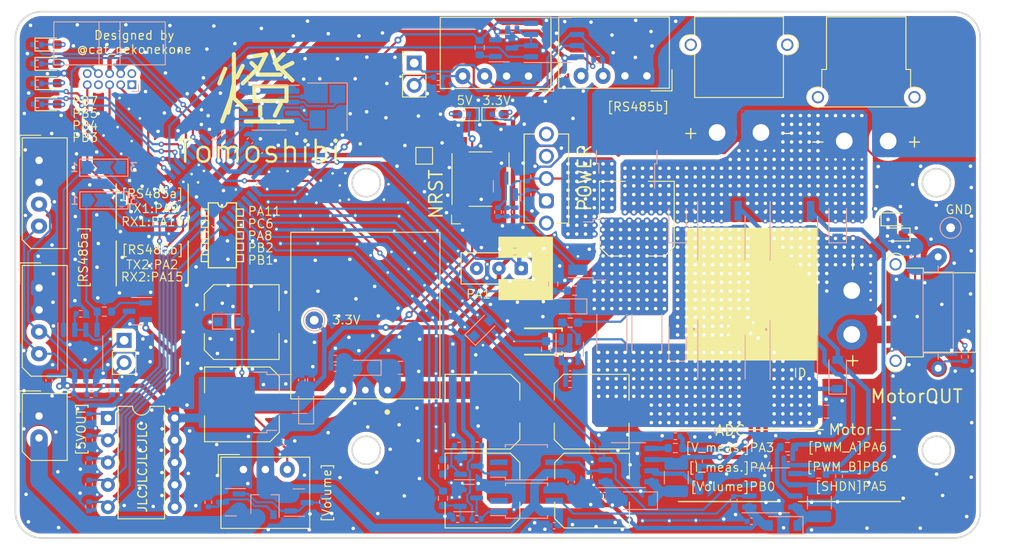
<source format=kicad_pcb>
(kicad_pcb (version 20211014) (generator pcbnew)
  (layers (0 "F.Cu" signal) (31 "B.Cu" signal) (34 "B.Paste" user) (35 "F.Paste" user) (36 "B.SilkS" user "B.Silkscreen") (37 "F.SilkS" user "F.Silkscreen") (38 "B.Mask" user) (39 "F.Mask" user) (44 "Edge.Cuts" user))
  (net 0 "")
  (net 1 "/S-S")
  (net 2 "Net-(C1-Pad2)")
  (net 4 "GND")
  (net 5 "VCC")
  (net 6 "+5V")
  (net 7 "OSC_IN")
  (net 8 "Net-(U11-Pad2)")
  (net 9 "NRST")
  (net 10 "+3.3V")
  (net 11 "VDD")
  (net 12 "Vdrive")
  (net 13 "Net-(C29-Pad1)")
  (net 14 "Motor_A")
  (net 15 "Net-(C30-Pad1)")
  (net 16 "Motor_B")
  (net 17 "Net-(C31-Pad1)")
  (net 18 "Net-(D3-Pad2)")
  (net 19 "Net-(D4-Pad2)")
  (net 20 "Net-(D5-Pad2)")
  (net 21 "Net-(D6-Pad2)")
  (net 22 "Sensor0")
  (net 23 "Net-(D11-Pad2)")
  (net 24 "Net-(D14-Pad2)")
  (net 25 "Current_Sence")
  (net 26 "Net-(D18-Pad2)")
  (net 27 "/12VBAT")
  (net 29 "TCK")
  (net 30 "TMS")
  (net 32 "STLinkTX")
  (net 33 "STLinkRX")
  (net 35 "Net-(J4-Pad2)")
  (net 36 "RS485a_A")
  (net 37 "RS485a_B")
  (net 38 "RS485b_A")
  (net 39 "RS485b_B")
  (net 40 "RS485aTX")
  (net 41 "MainRX1_RS485aTX")
  (net 42 "RS485aRX")
  (net 43 "MainTX1_RS485aRX")
  (net 44 "Net-(JP3-Pad2)")
  (net 45 "Net-(JP4-Pad2)")
  (net 46 "主電源スイッチ")
  (net 47 "Net-(Q2-Pad3)")
  (net 48 "Net-(Q4-Pad1)")
  (net 49 "Net-(Q5-Pad1)")
  (net 50 "Net-(Q15-Pad1)")
  (net 51 "Net-(Q15-Pad3)")
  (net 52 "Net-(Q16-Pad1)")
  (net 53 "Net-(Q16-Pad3)")
  (net 54 "Net-(Q17-Pad1)")
  (net 55 "Net-(Q17-Pad3)")
  (net 56 "Net-(Q18-Pad1)")
  (net 57 "Net-(Q18-Pad3)")
  (net 58 "Net-(Q19-Pad4)")
  (net 59 "Net-(Q20-Pad4)")
  (net 60 "Net-(Q21-Pad4)")
  (net 61 "Net-(Q22-Pad4)")
  (net 62 "DIP_SW0")
  (net 63 "DIP_SW1")
  (net 64 "DIP_SW2")
  (net 65 "Slide_SW0")
  (net 66 "DIP_SW3")
  (net 67 "DIP_SW4")
  (net 68 "V_Measure")
  (net 69 "LED0")
  (net 70 "LED1")
  (net 71 "LED2")
  (net 72 "MonitorLED0")
  (net 73 "PWM_A")
  (net 74 "PWM_B")
  (net 75 "MainTX2_RS485bRX")
  (net 76 "Net-(R42-Pad1)")
  (net 77 "Net-(R54-Pad2)")
  (net 78 "Net-(R55-Pad2)")
  (net 79 "Net-(R58-Pad1)")
  (net 80 "Net-(R59-Pad1)")
  (net 81 "Net-(R60-Pad1)")
  (net 82 "Net-(R61-Pad1)")
  (net 91 "MainRX2_RS485bTX")
  (net 94 "SHDN")
  (net 96 "Net-(U11-Pad3)")
  (footprint "Diode_Schottky:DO-221BC" (layer "F.Cu") (at 102.7 72.75)
    (fp_text reference "D2" hide)
    (fp_text value "MA10EB045" hide)
  )
  (footprint "Toggle_Switch:3P_SPDT_5Pin_ToggleSwitch" (layer "F.Cu") (at 103.04 54.18 180)
    (fp_text reference "SW3" hide)
    (fp_text value "SW_SPDT")
  )
  (footprint "TestPoint:TestPoint_Pad_1.5x1.5mm" (layer "F.Cu") (at 89.11 51.58)
    (fp_text reference "H2" hide)
    (fp_text value "MountingHole_Pad")
  )
  (footprint "Connector_Molex:Molex_SPOX_5267-04A_1x04_P2.50mm_Vertical" (layer "F.Cu") (at 45.2 52.1 -90)
    (fp_text reference "J10" hide)
    (fp_text value "Conn_01x04_Male")
  )
  (footprint "Connector_AMASS:AMASS_XT30PW-M_1x02_P2.50mm_Horizontal" (layer "F.Cu") (at 127.5 48.925)
    (fp_text reference "J1" hide)
    (fp_text value "Conn_01x02_Male")
  )
  (footprint "LED_SMD:LED_0603_1608Metric_Pad1.05x0.95mm_HandSolder" (layer "F.Cu") (at 97.35 46.83)
    (fp_text reference "D14" hide)
    (fp_text value "Green")
  )
  (footprint "Capacitor_SMD:C_Elec_8x10.2" (layer "F.Cu") (at 68.33 79.92 180)
    (fp_text reference "C18" hide)
    (fp_text value "470uF")
  )
  (footprint "Connector_Molex:Molex_SPOX_5268-04A_1x04_P2.50mm_Horizontal" (layer "F.Cu") (at 101 42.5 180)
    (fp_text reference "J8" hide)
    (fp_text value "Conn_01x04_Male")
  )
  (footprint "LED_SMD:LED_0603_1608Metric_Pad1.05x0.95mm_HandSolder" (layer "F.Cu") (at 46.4 38.9)
    (fp_text reference "D6" hide)
    (fp_text value "Yellow")
  )
  (footprint "Capacitor_SMD:C_Elec_8x10.2" (layer "F.Cu") (at 108.2 80.75)
    (fp_text reference "C14" hide)
    (fp_text value "470uF")
  )
  (footprint "Connector_Molex:Molex_SPOX_5267-02A_1x02_P2.50mm_Vertical" (layer "F.Cu") (at 45.2 81.25 -90)
    (fp_text reference "J4" hide)
    (fp_text value "Conn_01x02_Male")
  )
  (footprint "Connector_Molex:Molex_SPOX_5267-04A_1x04_P2.50mm_Vertical" (layer "F.Cu") (at 45.2 66.65 -90)
    (fp_text reference "J9" hide)
    (fp_text value "Conn_01x04_Male")
  )
  (footprint "Slide_Switch:3P_SPDT_SlideSwitch" (layer "F.Cu") (at 97.631 64.42 -90)
    (fp_text reference "SW2" hide)
    (fp_text value "SW_SPDT")
  )
  (footprint "Connector_AMASS:AMASS_XT30PW-F_1x02_P2.50mm_Horizontal" (layer "F.Cu") (at 137 49.9)
    (fp_text reference "J2" hide)
    (fp_text value "Conn_01x02_Female")
  )
  (footprint "Capacitor_SMD:C_Elec_8x10.2" (layer "F.Cu") (at 113.35 58.75 90)
    (fp_text reference "C13" hide)
    (fp_text value "470uF")
  )
  (footprint "Capacitor_SMD:C_Elec_8x10.2" (layer "F.Cu") (at 95.75 89.75 180)
    (fp_text reference "C16" hide)
    (fp_text value "470uF")
  )
  (footprint "Connector_PinHeader_2.54mm:PinHeader_1x02_P2.54mm_Vertical" (layer "F.Cu") (at 54.9 72.625)
    (fp_text reference "JP4" hide)
    (fp_text value "Jumper_2_Open")
  )
  (footprint "Connector_Molex:Molex_SPOX_5268-03A_1x03_P2.50mm_Horizontal" (layer "F.Cu") (at 68.5 87.35)
    (fp_text reference "J5" hide)
    (fp_text value "Conn_01x03_Male")
  )
  (footprint "LED_SMD:LED_0603_1608Metric_Pad1.05x0.95mm_HandSolder" (layer "F.Cu") (at 46.425 43.3)
    (fp_text reference "D4" hide)
    (fp_text value "Red")
  )
  (footprint "Connector_Molex:Molex_SPOX_5268-04A_1x04_P2.50mm_Horizontal" (layer "F.Cu") (at 114.5 42.47 180)
    (fp_text reference "J7" hide)
    (fp_text value "Conn_01x04_Male")
  )
  (footprint "Capacitor_SMD:C_Elec_8x10.2" (layer "F.Cu") (at 68.305 70.54)
    (fp_text reference "C19" hide)
    (fp_text value "470uF")
  )
  (footprint "LED_SMD:LED_0603_1608Metric_Pad1.05x0.95mm_HandSolder" (layer "F.Cu") (at 46.425 45.7)
    (fp_text reference "D5" hide)
    (fp_text value "Red")
  )
  (footprint "LED_SMD:LED_0603_1608Metric_Pad1.05x0.95mm_HandSolder" (layer "F.Cu") (at 46.4 41.1)
    (fp_text reference "D3" hide)
    (fp_text value "Red")
  )
  (footprint "Connector_AMASS:AMASS_XT30PW-F_1x02_P2.50mm_Horizontal" (layer "F.Cu") (at 137.85 66.95 -90)
    (fp_text reference "J6" hide)
    (fp_text value "Conn_01x02_Female")
  )
  (footprint "Capacitor_SMD:C_Elec_8x10.2" (layer "F.Cu") (at 108.25 89.75)
    (fp_text reference "C17" hide)
    (fp_text value "470uF")
  )
  (footprint "LED_SMD:LED_0603_1608Metric_Pad1.05x0.95mm_HandSolder" (layer "F.Cu") (at 142.85 58.83)
    (fp_text reference "D18" hide)
    (fp_text value "Red")
  )
  (footprint "Capacitor_SMD:C_Elec_8x10.2" (layer "F.Cu") (at 95.75 80.75 180)
    (fp_text reference "C15" hide)
    (fp_text value "470uF")
  )
  (footprint "Button_Switch_SMD:SW_SPST_Omron_B3FS-100xP" (layer "F.Cu") (at 95.53 54.24 90)
    (fp_text reference "SW4" hide)
    (fp_text value "SW_SPST")
  )
  (footprint "DCDC_Regulator:BP5293" (layer "F.Cu") (at 82.4 78.3 -90)
    (fp_text reference "U1" hide)
    (fp_text value "LF50_TO220")
  )
  (footprint "LED_SMD:LED_0603_1608Metric_Pad1.05x0.95mm_HandSolder" (layer "F.Cu") (at 142.840355 60.564645 180)
    (fp_text reference "D19" hide)
    (fp_text value "Red")
  )
  (footprint "Package_DIP:DIP-10_W7.62mm" (layer "F.Cu") (at 53.05 81.475)
    (fp_text reference "SW1" hide)
    (fp_text value "SW_DIP_x05")
  )
  (footprint "LED_SMD:LED_0603_1608Metric_Pad1.05x0.95mm_HandSolder" (layer "F.Cu") (at 93.7225 46.85 180)
    (fp_text reference "D11" hide)
    (fp_text value "Green")
  )
  (footprint "Connector_PinHeader_2.54mm:PinHeader_1x02_P2.54mm_Vertical" (layer "F.Cu") (at 87.97 41.01)
    (fp_text reference "JP3" hide)
    (fp_text value "Jumper_2_Open")
  )
  (footprint "Capacitor_SMD:C_1210_3225Metric_Pad1.33x2.70mm_HandSolder" (layer "B.Cu") (at 117.85 88.27 90)
    (fp_text reference "C30" hide)
    (fp_text value "C")
  )
  (footprint "Resistor_SMD:R_0402_1005Metric" (layer "B.Cu") (at 107.9 88.2 90)
    (fp_text reference "R55" hide)
    (fp_text value "10k")
  )
  (footprint "Resistor_SMD:R_0402_1005Metric" (layer "B.Cu") (at 95.152781 84.6)
    (fp_text reference "R48" hide)
    (fp_text value "470")
  )
  (footprint "Resistor_SMD:R_2512_6332Metric" (layer "B.Cu") (at 110.5 71.85 90)
    (fp_text reference "R68" hide)
    (fp_text value "20mR")
  )
  (footprint "Capacitor_SMD:C_0402_1005Metric" (layer "B.Cu") (at 98.534264 58 -90)
    (fp_text reference "C1" hide)
    (fp_text value "1uF")
  )
  (footprint "Diode_SMD:D_SOD-123" (layer "B.Cu") (at 113.45 90.9 180)
    (fp_text reference "D17" hide)
    (fp_text value "SS2040FL")
  )
  (footprint "Resistor_SMD:R_0402_1005Metric" (layer "B.Cu") (at 50.9 89.05 90)
    (fp_text reference "R5" hide)
    (fp_text value "10k")
  )
  (footprint "Capacitor_SMD:C_0402_1005Metric" (layer "B.Cu") (at 72.95 84.25)
    (fp_text reference "C5" hide)
    (fp_text value "1uF")
  )
  (footprint "Package_TO_SOT_SMD:TO-252-2" (layer "B.Cu") (at 110.825 62.3)
    (fp_text reference "Q3" hide)
    (fp_text value "TJ60S04M3L")
  )
  (footprint "Resistor_SMD:R_0402_1005Metric" (layer "B.Cu") (at 64.5 91.08 -90)
    (fp_text reference "R19" hide)
    (fp_text value "10k")
  )
  (footprint "Resistor_SMD:R_0402_1005Metric" (layer "B.Cu") (at 78.95 74.7)
    (fp_text reference "R20" hide)
    (fp_text value "10k")
  )
  (footprint "Crystal:Crystal_SMD_3225-4Pin_3.2x2.5mm_HandSoldering" (layer "B.Cu") (at 78.07 45.99 -90)
    (fp_text reference "Y1" hide)
    (fp_text value "16MHz")
  )
  (footprint "Capacitor_SMD:C_0402_1005Metric" (layer "B.Cu") (at 46.35 77.2 -90)
    (fp_text reference "C26" hide)
    (fp_text value "0.1uF")
  )
  (footprint "Resistor_SMD:R_0402_1005Metric" (layer "B.Cu") (at 77.56 91.02 -90)
    (fp_text reference "R18" hide)
    (fp_text value "10k")
  )
  (footprint "TestPoint:TestPoint_THTPad_D2.0mm_Drill1.0mm" (layer "B.Cu") (at 149.12 59.79 180)
    (fp_text reference "TP5" hide)
    (fp_text value "TestPoint")
  )
  (footprint "Jumper:SolderJumper-3_P2.0mm_Open_TrianglePad1.0x1.5mm_NumberLabels" (layer "B.Cu") (at 52.6 56.64)
    (fp_text reference "JP2" hide)
    (fp_text value "SolderJumper_3_Bridged12")
  )
  (footprint "Package_TO_SOT_SMD:SOT-23-5" (layer "B.Cu") (at 105.7 73.64 -90)
    (fp_text reference "U4" hide)
    (fp_text value "LT6106")
  )
  (footprint "Resistor_SMD:R_0402_1005Metric" (layer "B.Cu") (at 150.75 74.5 -90)
    (fp_text reference "R67" hide)
    (fp_text value "10k")
  )
  (footprint "Capacitor_SMD:C_0805_2012Metric" (layer "B.Cu") (at 86.4 75.75)
    (fp_text reference "C3" hide)
    (fp_text value "10uF")
  )
  (footprint "Resistor_SMD:R_0402_1005Metric" (layer "B.Cu") (at 100.884264 53.96 90)
    (fp_text reference "R7" hide)
    (fp_text value "10k")
  )
  (footprint "Package_TO_SOT_SMD:SOT-23" (layer "B.Cu") (at 67.0625 91.08 180)
    (fp_text reference "Q6" hide)
    (fp_text value "S8050")
  )
  (footprint "Resistor_SMD:R_0402_1005Metric" (layer "B.Cu") (at 90.7 42.625)
    (fp_text reference "R56" hide)
    (fp_text value "120")
  )
  (footprint "Diode_SMD:D_SOD-123" (layer "B.Cu") (at 130.04 93.72 180)
    (fp_text reference "D16" hide)
    (fp_text value "SS2040FL")
  )
  (footprint "Package_TO_SOT_SMD:SOT-23" (layer "B.Cu") (at 98.17 39.31)
    (fp_text reference "Q15" hide)
    (fp_text value "S8050")
  )
  (footprint "Capacitor_SMD:C_0402_1005Metric" (layer "B.Cu") (at 70.380887 50.993712 45)
    (fp_text reference "C10" hide)
    (fp_text value "0.1uF")
  )
  (footprint "Resistor_SMD:R_0603_1608Metric" (layer "B.Cu") (at 106.25 66.95 180)
    (fp_text reference "R11" hide)
    (fp_text value "33k")
  )
  (footprint "Resistor_SMD:R_0402_1005Metric" (layer "B.Cu") (at 97.35 46.83 180)
    (fp_text reference "R36" hide)
    (fp_text value "1k")
  )
  (footprint "Package_TO_SOT_SMD:SOT-23" (layer "B.Cu") (at 98.55 55.0625 90)
    (fp_text reference "Q2" hide)
    (fp_text value "BSS138")
  )
  (footprint "Capacitor_SMD:C_0402_1005Metric" (layer "B.Cu") (at 104.98 42.42 -90)
    (fp_text reference "C25" hide)
    (fp_text value "0.1uF")
  )
  (footprint "Resistor_SMD:R_0402_1005Metric" (layer "B.Cu") (at 48.65 78.7 180)
    (fp_text reference "R53" hide)
    (fp_text value "2.2k")
  )
  (footprint "Resistor_SMD:R_0603_1608Metric" (layer "B.Cu") (at 120.45 88.99 90)
    (fp_text reference "R60" hide)
    (fp_text value "47")
  )
  (footprint "Resistor_SMD:R_0402_1005Metric" (layer "B.Cu") (at 44.97 38.91 180)
    (fp_text reference "R16" hide)
    (fp_text value "1k")
  )
  (footprint "Resistor_SMD:R_2512_6332Metric" (layer "B.Cu") (at 114.5 71.85 90)
    (fp_text reference "R37" hide)
    (fp_text value "20mR")
  )
  (footprint "SOP-Advance-8:SOP-Advance" (layer "B.Cu") (at 131.25 61)
    (fp_text reference "Q20" hide)
    (fp_text value "TPH3R704PL" hide)
  )
  (footprint "Resistor_SMD:R_0603_1608Metric" (layer "B.Cu") (at 103.81 66.2 90)
    (fp_text reference "R12" hide)
    (fp_text value "10k")
  )
  (footprint "Capacitor_SMD:C_0402_1005Metric" (layer "B.Cu") (at 105.877781 88.75 -90)
    (fp_text reference "C24" hide)
    (fp_text value "0.1uF")
  )
  (footprint "Resistor_SMD:R_0402_1005Metric" (layer "B.Cu") (at 93.077781 84.625 180)
    (fp_text reference "R44" hide)
    (fp_text value "10k")
  )
  (footprint "Package_SO:SO-6_4.4x3.6mm_P1.27mm" (layer "B.Cu") (at 100.77778 90.900001)
    (fp_text reference "U7" hide)
    (fp_text value "TLP2361")
  )
  (footprint "Package_TO_SOT_SMD:TO-252-3_TabPin2" (layer "B.Cu") (at 68.7 79.7 180)
    (fp_text reference "U2" hide)
    (fp_text value "AZ1084CD-3.3")
  )
  (footprint "Package_SO:SO-6_4.4x3.6mm_P1.27mm" (layer "B.Cu") (at 100.752781 86.525)
    (fp_text reference "U8" hide)
    (fp_text value "TLP2361")
  )
  (footprint "Resistor_SMD:R_0402_1005Metric" (layer "B.Cu") (at 117.75 83.55)
    (fp_text reference "R66" hide)
    (fp_text value "10k")
  )
  (footprint "Capacitor_SMD:C_0805_2012Metric" (layer "B.Cu") (at 123 83 -90)
    (fp_text reference "C21" hide)
    (fp_text value "10uF")
  )
  (footprint "Resistor_SMD:R_0402_1005Metric" (layer "B.Cu") (at 51.15 78.75 180)
    (fp_text reference "R52" hide)
    (fp_text value "2.2k")
  )
  (footprint "Resistor_SMD:R_0402_1005Metric" (layer "B.Cu") (at 95.077781 92.975)
    (fp_text reference "R47" hide)
    (fp_text value "470")
  )
  (footprint "Diode_SMD:D_SOD-323_HandSoldering" (layer "B.Cu") (at 75.65 80.25 90)
    (fp_text reference "D8" hide)
    (fp_text value "1N5819WS")
  )
  (footprint "Package_QFP:LQFP-32_7x7mm_P0.8mm" (layer "B.Cu") (at 65.09 54.66 -135)
    (fp_text reference "U3" hide)
    (fp_text value "STM32G030K6T6")
  )
  (footprint "Resistor_SMD:R_0603_1608Metric" (layer "B.Cu") (at 91.252781 90.625 -90)
    (fp_text reference "R38" hide)
    (fp_text value "47")
  )
  (footprint "Resistor_SMD:R_0402_1005Metric" (layer "B.Cu") (at 99.44 62.5 180)
    (fp_text reference "R4" hide)
    (fp_text value "10k")
  )
  (footprint "Resistor_SMD:R_0402_1005Metric" (layer "B.Cu") (at 136.4 88.12 90)
    (fp_text reference "R64" hide)
    (fp_text value "10k")
  )
  (footprint "Resistor_SMD:R_0402_1005Metric" (layer "B.Cu") (at 90.715 43.875 180)
    (fp_text reference "R51" hide)
    (fp_text value "2.2k")
  )
  (footprint "Diode_SMD:D_SOD-323_HandSoldering" (layer "B.Cu") (at 95.69 71.25 45)
    (fp_text reference "D15" hide)
    (fp_text value "1N5819WS")
  )
  (footprint "Jumper:SolderJumper-3_P2.0mm_Open_TrianglePad1.0x1.5mm_NumberLabels" (layer "B.Cu") (at 52.58 52.91)
    (fp_text reference "JP1" hide)
    (fp_text value "SolderJumper_3_Bridged12")
  )
  (footprint "Capacitor_SMD:C_0402_1005Metric" (layer "B.Cu") (at 75.15 77.13 90)
    (fp_text reference "C6" hide)
    (fp_text value "1uF")
  )
  (footprint "Diode_SMD:D_SOD-123" (layer "B.Cu") (at 118 59.25 90)
    (fp_text reference "D23" hide)
    (fp_text value "SS2040FL")
  )
  (footprint "Resistor_SMD:R_0402_1005Metric" (layer "B.Cu") (at 44.98 41.08 180)
    (fp_text reference "R13" hide)
    (fp_text value "1k")
  )
  (footprint "Resistor_SMD:R_0402_1005Metric" (layer "B.Cu") (at 120.44 86.43 -90)
    (fp_text reference "R65" hide)
    (fp_text value "10k")
  )
  (footprint "Capacitor_SMD:C_0402_1005Metric" (layer "B.Cu") (at 126.4 93.25 180)
    (fp_text reference "C27" hide)
    (fp_text value "0.1uF")
  )
  (footprint "Package_TO_SOT_SMD:TO-252-2" (layer "B.Cu") (at 112.2 50 90)
    (fp_text reference "Q1" hide)
    (fp_text value "TJ60S04M3L")
  )
  (footprint "SOP-Advance-8:SOP-Advance" (layer "B.Cu") (at 123 74.54)
    (fp_text reference "Q21" hide)
    (fp_text value "TPH3R704PL" hide)
  )
  (footprint "Package_TO_SOT_SMD:SOT-23W" (layer "B.Cu") (at 70.96 91.3 90)
    (fp_text reference "Q5" hide)
    (fp_text value "SSM3J332R")
  )
  (footprint "Resistor_SMD:R_0603_1608Metric" (layer "B.Cu") (at 130.52 84.79)
    (fp_text reference "R58" hide)
    (fp_text value "47")
  )
  (footprint "Resistor_SMD:R_0603_1608Metric" (layer "B.Cu") (at 52.65 69.35 180)
    (fp_text reference "R41" hide)
    (fp_text value "7.5k")
  )
  (footprint "Diode_SMD:D_SOD-123" (layer "B.Cu") (at 136.25 59.25 90)
    (fp_text reference "D21" hide)
    (fp_text value "SS2040FL")
  )
  (footprint "Resistor_SMD:R_0402_1005Metric" (layer "B.Cu") (at 50.9 86.6 90)
    (fp_text reference "R3" hide)
    (fp_text value "10k")
  )
  (footprint "Resistor_SMD:R_0402_1005Metric" (layer "B.Cu") (at 45.02 45.7 180)
    (fp_text reference "R15" hide)
    (fp_text value "1k")
  )
  (footprint "Package_SO:SOP-8_3.9x4.9mm_P1.27mm" (layer "B.Cu") (at 128.8 89.72)
    (fp_text reference "U9" hide)
    (fp_text value "IR2302")
  )
  (footprint "Resistor_SMD:R_0402_1005Metric" (layer "B.Cu") (at 53.55 78.3 -90)
    (fp_text reference "R57" hide)
    (fp_text value "120")
  )
  (footprint "Resistor_SMD:R_0603_1608Metric" (layer "B.Cu") (at 91.277781 87.05 -90)
    (fp_text reference "R39" hide)
    (fp_text value "47")
  )
  (footprint "Package_SO:SOP-8_3.9x4.9mm_P1.27mm" (layer "B.Cu") (at 112.4 86.85)
    (fp_text reference "U10" hide)
    (fp_text value "IR2302")
  )
  (footprint "Capacitor_SMD:C_0805_2012Metric" (layer "B.Cu") (at 135 80.75)
    (fp_text reference "C20" hide)
    (fp_text value "10uF")
  )
  (footprint "Diode_SMD:D_SOD-123" (layer "B.Cu") (at 136.25 76.5 90)
    (fp_text reference "D20" hide)
    (fp_text value "SS2040FL")
  )
  (footprint "Resistor_SMD:R_0603_1608Metric_Pad0.98x0.95mm_HandSolder" (layer "B.Cu") (at 105.75 70.6)
    (fp_text reference "R42" hide)
    (fp_text value "39")
  )
  (footprint "Resistor_SMD:R_0402_1005Metric" (layer "B.Cu") (at 99.56 58 -90)
    (fp_text reference "R8" hide)
    (fp_text value "100k")
  )
  (footprint "BoxHeader_1.27mm:BoxHeader_2x05_P1.27mm_Horizontal" (layer "B.Cu") (at 53.24 42.2125 90)
    (fp_text reference "J3" hide)
    (fp_text value "Conn_01x10_Male")
  )
  (footprint "Resistor_SMD:R_0402_1005Metric" (layer "B.Cu") (at 76.2 77.1 -90)
    (fp_text reference "R22" hide)
    (fp_text value "10k")
  )
  (footprint "Resistor_SMD:R_0603_1608Metric" (layer "B.Cu") (at 117.75 84.9)
    (fp_text reference "R61" hide)
    (fp_text value "47")
  )
  (footprint "Diode_SMD:D_SOD-323_HandSoldering" (layer "B.Cu") (at 105.75 68.75 180)
    (fp_text reference "D1" hide)
    (fp_text value "1N5819WS")
  )
  (footprint "Capacitor_SMD:C_1210_3225Metric_Pad1.33x2.70mm_HandSolder" (layer "B.Cu") (at 134.16 91.13 90)
    (fp_text reference "C29" hide)
    (fp_text value "C")
  )
  (footprint "Resistor_SMD:R_0402_1005Metric" (layer "B.Cu") (at 130.62 86.08)
    (fp_text reference "R63" hide)
    (fp_text value "10k")
  )
  (footprint "Resistor_SMD:R_0402_1005Metric" (layer "B.Cu") (at 124.4 90.92 90)
    (fp_text reference "R54" hide)
    (fp_text value "10k")
  )
  (footprint "Capacitor_SMD:C_0402_1005Metric" (layer "B.Cu") (at 105.75 76.45 180)
    (fp_text reference "C22" hide)
    (fp_text value "0.1uF")
  )
  (footprint "Resistor_SMD:R_0402_1005Metric" (layer "B.Cu") (at 99.17 37.04 180)
    (fp_text reference "R45" hide)
    (fp_text value "20k")
  )
  (footprint "Resistor_SMD:R_0402_1005Metric" (layer "B.Cu") (at 97.524264 58 90)
    (fp_text reference "R9" hide)
    (fp_text value "10k")
  )
  (footprint "Resistor_SMD:R_0402_1005Metric" (layer "B.Cu") (at 50.9 84 90)
    (fp_text reference "R2" hide)
    (fp_text value "10k")
  )
  (footprint "Resistor_SMD:R_0402_1005Metric" (layer "B.Cu") (at 93.6975 46.85)
    (fp_text reference "R33" hide)
    (fp_text value "1k")
  )
  (footprint "Capacitor_SMD:C_0402_1005Metric" (layer "B.Cu") (at 109.67 90.32 180)
    (fp_text reference "C28" hide)
    (fp_text value "0.1uF")
  )
  (footprint "SOP-Advance-8:SOP-Advance" (layer "B.Cu") (at 131.24 74.58)
    (fp_text reference "Q19" hide)
    (fp_text value "TPH3R704PL" hide)
  )
  (footprint "Capacitor_SMD:C_0402_1005Metric" (layer "B.Cu") (at 69.07 42.76)
    (fp_text reference "C7" hide)
    (fp_text value "0.1uF")
  )
  (footprint "Resistor_SMD:R_0402_1005Metric" (layer "B.Cu") (at 50.9 91.55 90)
    (fp_text reference "R6" hide)
    (fp_text value "10k")
  )
  (footprint "Package_SO:SOP-8_3.9x4.9mm_P1.27mm" (layer "B.Cu") (at 49.9 74.05 -90)
    (fp_text reference "U6" hide)
    (fp_text value "MAX3485")
  )
  (footprint "Resistor_THT:R_Axial_DIN0309_L9.0mm_D3.2mm_P12.70mm_Horizontal" (layer "B.Cu") (at 147.7 75.8 90)
    (fp_text reference "R62" hide)
    (fp_text value "MPR")
  )
  (footprint "Resistor_SMD:R_0402_1005Metric" (layer "B.Cu") (at 108.93 40.64)
    (fp_text reference "R50" hide)
    (fp_text value "2.2k")
  )
  (footprint "Capacitor_SMD:C_0402_1005Metric" (layer "B.Cu") (at 145.02 62.96 90)
    (fp_text reference "C31" hide)
    (fp_text value "1uF")
  )
  (footprint "Package_TO_SOT_SMD:SOT-23" (layer "B.Cu") (at 94.152781 90.6)
    (fp_text reference "Q17" hide)
    (fp_text value "BSS138")
  )
  (footprint "Diode_SMD:D_SOD-123" (layer "B.Cu") (at 118 72.75 90)
    (fp_text reference "D22" hide)
    (fp_text value "SS2040FL")
  )
  (footprint "Resistor_SMD:R_0603_1608Metric" (layer "B.Cu") (at 95.43 39.25 90)
    (fp_text reference "R40" hide)
    (fp_text value "7.5k")
  )
  (footprint "Capacitor_SMD:C_0402_1005Metric" (layer "B.Cu") (at 103.927781 93.75 180)
    (fp_text reference "C23" hide)
    (fp_text value "0.1uF")
  )
  (footprint "Resistor_SMD:R_0402_1005Metric" (layer "B.Cu") (at 92.927781 93)
    (fp_text reference "R43" hide)
    (fp_text value "10k")
  )
  (footprint "Resistor_SMD:R_0402_1005Metric" (layer "B.Cu") (at 49.95 69.6)
    (fp_text reference "R46" hide)
    (fp_text value "20k")
  )
  (footprint "Resistor_SMD:R_0603_1608Metric" (layer "B.Cu") (at 134.09 87.81)
    (fp_text reference "R59" hide)
    (fp_text value "47")
  )
  (footprint "Package_SO:SOP-8_3.9x4.9mm_P1.27mm" (layer "B.Cu") (at 103.91 38.39)
    (fp_text reference "U5" hide)
    (fp_text value "MAX3485")
  )
  (footprint "Resistor_SMD:R_0402_1005Metric" (layer "B.Cu") (at 100.9 56 -90)
    (fp_text reference "R10" hide)
    (fp_text value "10k")
  )
  (footprint "Resistor_SMD:R_0402_1005Metric" (layer "B.Cu") (at 105.72 77.62 180)
    (fp_text reference "R17" hide)
    (fp_text value "10k")
  )
  (footprint "Diode_SMD:D_SOD-323_HandSoldering" (layer "B.Cu") (at 82.3 75.75 180)
    (fp_text reference "D7" hide)
    (fp_text value "1N5819WS")
  )
  (footprint "Package_TO_SOT_SMD:SOT-23" (layer "B.Cu") (at 56.4 69.3 180)
    (fp_text reference "Q16" hide)
    (fp_text value "S8050")
  )
  (footprint "Capacitor_SMD:C_0402_1005Metric" (layer "B.Cu") (at 78.95 75.8 180)
    (fp_text reference "C4" hide)
    (fp_text value "1uF")
  )
  (footprint "Package_TO_SOT_SMD:SOT-23" (layer "B.Cu") (at 94.202781 86.95)
    (fp_text reference "Q18" hide)
    (fp_text value "BSS138")
  )
  (footprint "Resistor_SMD:R_0402_1005Metric" (layer "B.Cu") (at 50.9 81.5 90)
    (fp_text reference "R1" hide)
    (fp_text value "10k")
  )
  (footprint "Diode_SMD:D_SOD-323_HandSoldering" (layer "B.Cu") (at 66.87 70.49)
    (fp_text reference "D9" hide)
    (fp_text value "1N5819WS")
  )
  (footprint "Resistor_SMD:R_0603_1608Metric_Pad0.98x0.95mm_HandSolder" (layer "B.Cu") (at 103 73.64 -90)
    (fp_text reference "R49" hide)
    (fp_text value "3.3k")
  )
  (footprint "Resistor_SMD:R_0402_1005Metric" (layer "B.Cu") (at 44.99 43.34 180)
    (fp_text reference "R14" hide)
    (fp_text value "1k")
  )
  (footprint "Package_SO:SOP-8_3.9x4.9mm_P1.27mm" (layer "B.Cu") (at 71.44 46.1 180)
    (fp_text reference "U11" hide)
    (fp_text value "NJU6319AE")
  )
  (footprint "SOP-Advance-8:SOP-Advance" (layer "B.Cu") (at 122.99 60.97)
    (fp_text reference "Q22" hide)
    (fp_text value "TPH3R704PL" hide)
  )
  (footprint "Package_TO_SOT_SMD:SOT-23" (layer "B.Cu") (at 74.82 91.12)
    (fp_text reference "Q4" hide)
    (fp_text value "S8050")
  )
  (footprint "TestPoint:TestPoint_THTPad_D2.0mm_Drill1.0mm" (layer "B.Cu") (at 76.57 70.33 180)
    (fp_text reference "TP4" hide)
    (fp_text value "TestPoint")
  )
  (footprint "Capacitor_SMD:C_0402_1005Metric" (layer "B.Cu") (at 69.256589 49.869411 45)
    (fp_text reference "C11" hide)
    (fp_text value "1uF")
  )
  (gr_rect (start 68.5 62.35) (end 67.7 61.55) (layer "F.SilkS") (width 0.15) (fill none))
  (gr_rect (start 64.5 58.45) (end 63.7 57.65) (layer "F.SilkS") (width 0.15) (fill none))
  (gr_rect (start 68.5 61.05) (end 67.7 60.25) (layer "F.SilkS") (width 0.15) (fill none))
  (gr_line (start 126.1 82.8) (end 129.7 82.8) (layer "F.SilkS") (width 0.15))
  (gr_line (start 131.8 91) (end 143.4 91) (layer "F.SilkS") (width 0.15))
  (gr_rect (start 118.95 59.85) (end 133.95 74.85) (layer "F.SilkS") (width 0.15) (fill solid))
  (gr_rect (start 68.5 63.65) (end 67.7 62.85) (layer "F.SilkS") (width 0.15) (fill none))
  (gr_rect (start 64.5 59.75) (end 63.7 58.95) (layer "F.SilkS") (width 0.15) (fill none))
  (gr_arc (start 66.6 56.95) (mid 66.1 57.45) (end 65.6 56.95) (layer "F.SilkS") (width 0.15))
  (gr_line (start 64.5 64.35) (end 67.7 64.35) (layer "F.SilkS") (width 0.15))
  (gr_line (start 66.6 56.95) (end 67.7 56.95) (layer "F.SilkS") (width 0.15))
  (gr_line (start 54 54.8) (end 54 59.9) (layer "F.SilkS") (width 0.15))
  (gr_rect (start 64.5 63.65) (end 63.7 62.85) (layer "F.SilkS") (width 0.15) (fill none))
  (gr_line (start 62.2 54.8) (end 62.2 59.9) (layer "F.SilkS") (width 0.15))
  (gr_rect (start 68.5 58.45) (end 67.7 57.65) (layer "F.SilkS") (width 0.15) (fill none))
  (gr_line (start 134.6 82.8) (end 131.8 82.8) (layer "F.SilkS") (width 0.15))
  (gr_line (start 67.7 56.95) (end 67.7 64.35) (layer "F.SilkS") (width 0.15))
  (gr_line (start 62.2 61.3) (end 62.2 66.4) (layer "F.SilkS") (width 0.15))
  (gr_line (start 118.1 91) (end 129.7 91) (layer "F.SilkS") (width 0.15))
  (gr_line (start 64.5 56.95) (end 65.6 56.95) (layer "F.SilkS") (width 0.15))
  (gr_rect (start 64.5 61.05) (end 63.7 60.25) (layer "F.SilkS") (width 0.15) (fill none))
  (gr_rect (start 64.5 62.35) (end 63.7 61.55) (layer "F.SilkS") (width 0.15) (fill none))
  (gr_line (start 140.6 82.8) (end 143.4 82.8) (layer "F.SilkS") (width 0.15))
  (gr_line (start 64.5 56.95) (end 64.5 64.35) (layer "F.SilkS") (width 0.15))
  (gr_rect (start 68.5 59.75) (end 67.7 58.95) (layer "F.SilkS") (width 0.15) (fill none))
  (gr_line (start 121.7 82.8) (end 118.1 82.8) (layer "F.SilkS") (width 0.15))
  (gr_line (start 54 61.3) (end 54 66.4) (layer "F.SilkS") (width 0.15))
  (gr_arc (start 42.50132 38.15132) (mid 43.38 36.03) (end 45.50132 35.15132) (layer "Edge.Cuts") (width 0.2))
  (gr_arc (start 152.50132 92.15132) (mid 151.62264 94.27264) (end 149.50132 95.15132) (layer "Edge.Cuts") (width 0.2))
  (gr_arc (start 149.50132 35.15132) (mid 151.62264 36.03) (end 152.50132 38.15132) (layer "Edge.Cuts") (width 0.2))
  (gr_circle (center 82.50132 85.15132) (end 84.10132 85.15132) (layer "Edge.Cuts") (width 0.2) (fill none))
  (gr_circle (center 147.50132 54.65132) (end 149.10132 54.65132) (layer "Edge.Cuts") (width 0.2) (fill none))
  (gr_arc (start 45.50132 95.15132) (mid 43.38 94.27264) (end 42.50132 92.15132) (layer "Edge.Cuts") (width 0.2))
  (gr_line (start 42.50132 38.15132) (end 42.50132 92.15132) (layer "Edge.Cuts") (width 0.2))
  (gr_line (start 152.50132 92.15132) (end 152.50132 38.15132) (layer "Edge.Cuts") (width 0.2))
  (gr_circle (center 82.50132 54.65132) (end 84.10132 54.65132) (layer "Edge.Cuts") (width 0.2) (fill none))
  (gr_line (start 45.50132 95.15132) (end 149.50132 95.15132) (layer "Edge.Cuts") (width 0.2))
  (gr_circle (center 147.50132 85.15132) (end 149.10132 85.15132) (layer "Edge.Cuts") (width 0.2) (fill none))
  (gr_line (start 149.50132 35.15132) (end 45.50132 35.15132) (layer "Edge.Cuts") (width 0.2))
  (gr_text "JLCJLCJLCJLC" (at 57 87.1 90) (layer "F.SilkS") (effects (font (size 1 1))))
  (gr_text "3.3V" (at 80.225 70.3) (layer "F.SilkS") (effects (font (size 1 1) (thickness 0.13))))
  (gr_text "Motor" (at 137.7 82.8) (layer "F.SilkS") (effects (font (size 1.2 1.2))))
  (gr_text "[Volume]" (at 78 90 90) (layer "F.SilkS") (effects (font (size 1 1) (thickness 0.13))))
  (gr_text "ADC" (at 124 82.9) (layer "F.SilkS") (effects (font (size 1.2 1.2))))
  (gr_text "PA8" (at 70.4 60.7) (layer "F.SilkS") (effects (font (size 1 1) (thickness 0.12))))
  (gr_text "[RS485a]" (at 58.1 55.9) (layer "F.SilkS") (effects (font (size 1 1) (thickness 0.13))))
  (gr_text "PB1" (at 70.475 63.475) (layer "F.SilkS") (effects (font (size 1 1) (thickness 0.12))))
  (gr_text "PB5" (at 50.45 46.75) (layer "F.SilkS") (effects (font (size 1 1) (thickness 0.12))))
  (gr_text "PA1" (at 95.3 67.35) (layer "F.SilkS") (effects (font (size 1 1) (thickness 0.12))))
  (gr_text "[SHDN]PA5" (at 137.765 89.275) (layer "F.SilkS") (effects (font (size 1 1) (thickness 0.12))))
  (gr_text "ID" (at 131.95 76.35) (layer "F.SilkS") (effects (font (size 1 1) (thickness 0.13))))
  (gr_text "GND" (at 150.075 57.725) (layer "F.SilkS") (effects (font (size 1 1) (thickness 0.13))))
  (gr_text "POWER" (at 107.4 54.1 90) (layer "F.SilkS") (effects (font (size 1.5 1.5) (thickness 0.2))))
  (gr_text "PB7" (at 50.45 45.35) (layer "F.SilkS") (effects (font (size 1 1) (thickness 0.12))))
  (gr_text "PB3" (at 50.45 49.5) (layer "F.SilkS") (effects (font (size 1 1) (thickness 0.12))))
  (gr_text "[V_meas.]PA3" (at 123.95 84.85) (layer "F.SilkS") (effects (font (size 1 1) (thickness 0.12))))
  (gr_text "RX2:PA15" (at 58.1 65.4) (layer "F.SilkS") (effects (font (size 1 1) (thickness 0.12))))
  (gr_text "Designed by\n@cat_nekonekone" (at 56.05 38.65) (layer "F.SilkS") (effects (font (size 1 1) (thickness 0.13))))
  (gr_text "[PWM_B]PB6" (at 137.365 87.05) (layer "F.SilkS") (effects (font (size 1 1) (thickness 0.12))))
  (gr_text "PC6" (at 70.475 59.325) (layer "F.SilkS") (effects (font (size 1 1) (thickness 0.12))))
  (gr_text "NRST" (at 90.45 55.95 90) (layer "F.SilkS") (effects (font (size 1.5 1.5) (thickness 0.2))))
  (gr_text "3.3V" (at 97.35 45.275) (layer "F.SilkS") (effects (font (size 1 1) (thickness 0.12))))
  (gr_text "[RS485b]" (at 58.15 62.3) (layer "F.SilkS") (effects (font (size 1 1) (thickness 0.13))))
  (gr_text "RX1:PA10" (at 58.15 59.1) (layer "F.SilkS") (effects (font (size 1 1) (thickness 0.12))))
  (gr_text "PB4" (at 50.45 48.15) (layer "F.SilkS") (effects (font (size 1 1) (thickness 0.12))))
  (gr_text "燈" (at 70.25 44.45) (layer "F.SilkS") (effects (font (size 7 7) (thickness 0.47))))
  (gr_text "[5VOUT]" (at 50 82.75 90) (layer "F.SilkS") (effects (font (size 1 1) (thickness 0.13))))
  (gr_text "[PWM_A]PA6" (at 137.365 84.8) (layer "F.SilkS") (effects (font (size 1 1) (thickness 0.12))))
  (gr_text "[RS485a]" (at 50.25 63.15 90) (layer "F.SilkS") (effects (font (size 1 1) (thickness 0.13))))
  (gr_text "MotorOUT" (at 145.25 79) (layer "F.SilkS") (effects (font (size 1.5 1.5) (thickness 0.2))))
  (gr_text "[I_meas.]PA4" (at 124.125 87.1) (layer "F.SilkS") (effects (font (size 1 1) (thickness 0.12))))
  (gr_text "[Volume]PB0" (at 124.3 89.3) (layer "F.SilkS") (effects (font (size 1 1) (thickness 0.12))))
  (gr_text "PB2" (at 70.475 62.075) (layer "F.SilkS") (effects (font (size 1 1) (thickness 0.12))))
  (gr_text "TX1:PA9" (at 58.15 57.6) (layer "F.SilkS") (effects (font (size 1 1) (thickness 0.12))))
  (gr_text "PA11" (at 70.9 57.9) (layer "F.SilkS") (effects (font (size 1 1) (thickness 0.12))))
  (gr_text "TX2:PA2" (at 58.1 64) (layer "F.SilkS") (effects (font (size 1 1) (thickness 0.12))))
  (gr_text "5V" (at 93.725 45.275) (layer "F.SilkS") (effects (font (size 1 1) (thickness 0.12))))
  (gr_text "[RS485b]" (at 113.5 46) (layer "F.SilkS") (effects (font (size 1 1) (thickness 0.13))))
  (gr_text "Tomoshibi" (at 70.25 51.1) (layer "F.SilkS") (effects (font (size 2.5 2.5) (thickness 0.27))))
  (segment (start 106.18 54.18) (end 106.5 54.5) (width 0.25) (layer "F.Cu") (net 1))
  (segment (start 103.04 54.18) (end 106.18 54.18) (width 0.25) (layer "F.Cu") (net 1))
  (via (at 105.5 55.5) (size 0.8) (drill 0.4) (layers "F.Cu" "B.Cu") (net 1))
  (via (at 108.5 59.5) (size 0.8) (drill 0.4) (layers "F.Cu" "B.Cu") (net 1))
  (via (at 106.5 54.5) (size 0.8) (drill 0.4) (layers "F.Cu" "B.Cu") (net 1))
  (via (at 109.5 56.5) (size 0.8) (drill 0.4) (layers "F.Cu" "B.Cu") (net 1))
  (via (at 110.5 57.5) (size 0.8) (drill 0.4) (layers "F.Cu" "B.Cu") (net 1))
  (via (at 107.5 57.5) (size 0.8) (drill 0.4) (layers "F.Cu" "B.Cu") (net 1))
  (via (at 105.5 53.5) (size 0.8) (drill 0.4) (layers "F.Cu" "B.Cu") (net 1))
  (via (at 108.5 55.5) (size 0.8) (drill 0.4) (layers "F.Cu" "B.Cu") (net 1))
  (via (at 107.5 55.5) (size 0.8) (drill 0.4) (layers "F.Cu" "B.Cu") (net 1))
  (via (at 105.5 60.5) (size 0.8) (drill 0.4) (layers "F.Cu" "B.Cu") (net 1))
  (via (at 105.5 57.5) (size 0.8) (drill 0.4) (layers "F.Cu" "B.Cu") (net 1))
  (via (at 107.5 58.5) (size 0.8) (drill 0.4) (layers "F.Cu" "B.Cu") (net 1))
  (via (at 107.5 52.5) (size 0.8) (drill 0.4) (layers "F.Cu" "B.Cu") (net 1))
  (via (at 105.5 54.5) (size 0.8) (drill 0.4) (layers "F.Cu" "B.Cu") (net 1))
  (via (at 109.5 52.5) (size 0.8) (drill 0.4) (layers "F.Cu" "B.Cu") (net 1))
  (via (at 110.5 53.5) (size 0.8) (drill 0.4) (layers "F.Cu" "B.Cu") (net 1))
  (via (at 109.5 55.5) (size 0.8) (drill 0.4) (layers "F.Cu" "B.Cu") (net 1))
  (via (at 106.5 59.5) (size 0.8) (drill 0.4) (layers "F.Cu" "B.Cu") (net 1))
  (via (at 109.5 57.5) (size 0.8) (drill 0.4) (layers "F.Cu" "B.Cu") (net 1))
  (via (at 110.5 52.5) (size 0.8) (drill 0.4) (layers "F.Cu" "B.Cu") (net 1))
  (via (at 105.5 59.5) (size 0.8) (drill 0.4) (layers "F.Cu" "B.Cu") (net 1))
  (via (at 107.5 59.5) (size 0.8) (drill 0.4) (layers "F.Cu" "B.Cu") (net 1))
  (via (at 108.5 60.5) (size 0.8) (drill 0.4) (layers "F.Cu" "B.Cu") (net 1))
  (via (at 107.5 60.5) (size 0.8) (drill 0.4) (layers "F.Cu" "B.Cu") (net 1))
  (via (at 109.5 53.5) (size 0.8) (drill 0.4) (layers "F.Cu" "B.Cu") (net 1))
  (via (at 105.5 56.5) (size 0.8) (drill 0.4) (layers "F.Cu" "B.Cu") (net 1))
  (via (at 106.5 52.5) (size 0.8) (drill 0.4) (layers "F.Cu" "B.Cu") (net 1))
  (via (at 108.5 58.5) (size 0.8) (drill 0.4) (layers "F.Cu" "B.Cu") (net 1))
  (via (at 107.5 56.5) (size 0.8) (drill 0.4) (layers "F.Cu" "B.Cu") (net 1))
  (via (at 110.5 56.5) (size 0.8) (drill 0.4) (layers "F.Cu" "B.Cu") (net 1))
  (via (at 106.5 55.5) (size 0.8) (drill 0.4) (layers "F.Cu" "B.Cu") (net 1))
  (via (at 106.5 53.5) (size 0.8) (drill 0.4) (layers "F.Cu" "B.Cu") (net 1))
  (via (at 110.5 54.5) (size 0.8) (drill 0.4) (layers "F.Cu" "B.Cu") (net 1))
  (via (at 106.5 60.5) (size 0.8) (drill 0.4) (layers "F.Cu" "B.Cu") (net 1))
  (via (at 107.5 53.5) (size 0.8) (drill 0.4) (layers "F.Cu" "B.Cu") (net 1))
  (via (at 108.5 56.5) (size 0.8) (drill 0.4) (layers "F.Cu" "B.Cu") (net 1))
  (via (at 108.5 52.5) (size 0.8) (drill 0.4) (layers "F.Cu" "B.Cu") (net 1))
  (via (at 106.5 57.5) (size 0.8) (drill 0.4) (layers "F.Cu" "B.Cu") (net 1))
  (via (at 110.5 55.5) (size 0.8) (drill 0.4) (layers "F.Cu" "B.Cu") (net 1))
  (via (at 106.5 58.5) (size 0.8) (drill 0.4) (layers "F.Cu" "B.Cu") (net 1))
  (via (at 108.5 57.5) (size 0.8) (drill 0.4) (layers "F.Cu" "B.Cu") (net 1))
  (via (at 106.5 56.5) (size 0.8) (drill 0.4) (layers "F.Cu" "B.Cu") (net 1))
  (via (at 109.5 54.5) (size 0.8) (drill 0.4) (layers "F.Cu" "B.Cu") (net 1))
  (via (at 105.5 52.5) (size 0.8) (drill 0.4) (layers "F.Cu" "B.Cu") (net 1))
  (via (at 105.5 58.5) (size 0.8) (drill 0.4) (layers "F.Cu" "B.Cu") (net 1))
  (via (at 107.5 54.5) (size 0.8) (drill 0.4) (layers "F.Cu" "B.Cu") (net 1))
  (via (at 108.5 53.5) (size 0.8) (drill 0.4) (layers "F.Cu" "B.Cu") (net 1))
  (via (at 108.5 54.5) (size 0.8) (drill 0.4) (layers "F.Cu" "B.Cu") (net 1))
  (segment (start 98.534264 57.52) (end 99.53 57.52) (width 0.25) (layer "B.Cu") (net 1))
  (segment (start 98.534264 57.52) (end 98.875 57.179264) (width 0.25) (layer "B.Cu") (net 1))
  (segment (start 99.614251 54.47) (end 100.884264 54.47) (width 0.25) (layer "B.Cu") (net 1))
  (segment (start 99.53 57.52) (end 99.56 57.49) (width 0.25) (layer "B.Cu") (net 1))
  (segment (start 101.174264 54.18) (end 100.884264 54.47) (width 0.25) (layer "B.Cu") (net 1))
  (segment (start 98.875 57.179264) (end 98.875 55.209251) (width 0.25) (layer "B.Cu") (net 1))
  (segment (start 98.875 55.209251) (end 99.614251 54.47) (width 0.25) (layer "B.Cu") (net 1))
  (segment (start 103.04 54.18) (end 101.174264 54.18) (width 0.25) (layer "B.Cu") (net 1))
  (segment (start 100.628299 58.51) (end 106.625 64.506701) (width 0.25) (layer "B.Cu") (net 2))
  (segment (start 99.56 58.51) (end 100.628299 58.51) (width 0.25) (layer "B.Cu") (net 2))
  (segment (start 97.524264 58.51) (end 99.56 58.51) (width 0.25) (layer "B.Cu") (net 2))
  (segment (start 106.625 64.506701) (end 106.625 64.58) (width 0.25) (layer "B.Cu") (net 2))
  (segment (start 56.35 73.99) (end 56.45 74.09) (width 0.25) (layer "F.Cu") (net 4))
  (segment (start 96.303 65.477) (end 96.303 64.26) (width 0.5) (layer "F.Cu") (net 4))
  (segment (start 60 54.55) (end 61.65 54.55) (width 0.25) (layer "F.Cu") (net 4))
  (segment (start 90.09 70.03) (end 89.702451 70.417549) (width 0.25) (layer "F.Cu") (net 4))
  (segment (start 92.37 43.91) (end 94.28 43.91) (width 0.25) (layer "F.Cu") (net 4))
  (segment (start 86.41 42.55) (end 86.585 42.375) (width 0.25) (layer "F.Cu") (net 4))
  (segment (start 56.51 51.06) (end 60 54.55) (width 0.25) (layer "F.Cu") (net 4))
  (segment (start 125.715 48.925) (end 123.37 51.27) (width 0.25) (layer "F.Cu") (net 4))
  (segment (start 53.05 75.4) (end 53.05 75.353299) (width 0.25) (layer "F.Cu") (net 4))
  (segment (start 102.005 50.465) (end 104.505 50.465) (width 0.25) (layer "F.Cu") (net 4))
  (segment (start 101.75 52.77) (end 101.75 50.72) (width 0.25) (layer "F.Cu") (net 4))
  (segment (start 86.447549 70.417549) (end 86.13 70.1) (width 0.25) (layer "F.Cu") (net 4))
  (segment (start 101.75 52.77) (end 101.795 52.815) (width 0.25) (layer "F.Cu") (net 4))
  (segment (start 104.75 51.591701) (end 104.75 50.71) (width 0.25) (layer "F.Cu") (net 4))
  (segment (start 53.23 74.68) (end 53.92 73.99) (width 0.25) (layer "F.Cu") (net 4))
  (segment (start 140.87 52.1) (end 139.67 50.9) (width 0.25) (layer "F.Cu") (net 4))
  (segment (start 102.67 35.78) (end 103.04 36.15) (width 0.25) (layer "F.Cu") (net 4))
  (segment (start 101.795 52.815) (end 103.526701 52.815) (width 0.25) (layer "F.Cu") (net 4))
  (segment (start 53.05 75.353299) (end 53.23 75.173299) (width 0.25) (layer "F.Cu") (net 4))
  (segment (start 93.24 65.36) (end 93.24 64.733749) (width 0.25) (layer "F.Cu") (net 4))
  (segment (start 48 42.23) (end 48.06 42.17) (width 0.25) (layer "F.Cu") (net 4))
  (segment (start 48.32 39.93) (end 49.12 39.13) (width 0.25) (layer "F.Cu") (net 4))
  (segment (start 53.92 73.99) (end 56.35 73.99) (width 0.25) (layer "F.Cu") (net 4))
  (segment (start 86.13 70.1) (end 86.13 68.96) (width 0.25) (layer "F.Cu") (net 4))
  (segment (start 43.87 39.93) (end 48.32 39.93) (width 0.25) (layer "F.Cu") (net 4))
  (segment (start 123.37 51.27) (end 111.2 51.27) (width 0.25) (layer "F.Cu") (net 4))
  (segment (start 143.17 73.62) (end 142.43 73.62) (width 0.25) (layer "F.Cu") (net 4))
  (segment (start 46.16 42.23) (end 48 42.23) (width 0.25) (layer "F.Cu") (net 4))
  (segment (start 144.37 75.4) (end 144.37 74.82) (width 0.25) (layer "F.Cu") (net 4))
  (segment (start 104.505 50.465) (end 104.75 50.71) (width 0.25) (layer "F.Cu") (net 4))
  (segment (start 86.585 42.375) (end 89.025 42.375) (width 0.25) (layer "F.Cu") (net 4))
  (segment (start 107.3 50.61) (end 107.24 50.67) (width 0.25) (layer "F.Cu") (net 4))
  (segment (start 53.23 75.173299) (end 53.23 74.68) (width 0.25) (layer "F.Cu") (net 4))
  (segment (start 103.526701 52.815) (end 104.75 51.591701) (width 0.25) (layer "F.Cu") (net 4))
  (segment (start 55.76 49.91) (end 56.51 50.66) (width 0.25) (layer "F.Cu") (net 4))
  (segment (start 144.37 74.82) (end 143.17 73.62) (width 0.25) (layer "F.Cu") (net 4))
  (segment (start 111.2 51.27) (end 110.54 50.61) (width 0.25) (layer "F.Cu") (net 4))
  (segment (start 96.35 63.9105) (end 96.35 62.77) (width 0.5) (layer "F.Cu") (net 4))
  (segment (start 139.67 50.9) (end 139.67 47.67) (width 0.25) (layer "F.Cu") (net 4))
  (segment (start 96.26 65.52) (end 96.303 65.477) (width 0.5) (layer "F.Cu") (net 4))
  (segment (start 96.35 62.77) (end 95.63 62.05) (width 0.5) (layer "F.Cu") (net 4))
  (segment (start 94.76 43.43) (end 94.76 38.02) (width 0.25) (layer "F.Cu") (net 4))
  (segment (start 94.28 43.91) (end 94.76 43.43) (width 0.25) (layer "F.Cu") (net 4))
  (segment (start 76.26 35.78) (end 102.67 35.78) (width 0.25) (layer "F.Cu") (net 4))
  (segment (start 75.81 36.23) (end 76.26 35.78) (width 0.25) (layer "F.Cu") (net 4))
  (segment (start 59.32 51.93) (end 60.85 51.93) (width 0.25) (layer "F.Cu") (net 4))
  (segment (start 110.54 50.61) (end 107.3 50.61) (width 0.25) (layer "F.Cu") (net 4))
  (segment (start 89.47 42.82) (end 89.47 44.5) (width 0.25) (layer "F.Cu") (net 4))
  (segment (start 139.67 47.67) (end 139 47) (width 0.25) (layer "F.Cu") (net 4))
  (segment (start 49.12 39.13) (end 49.12 39.05) (width 0.25) (layer "F.Cu") (net 4))
  (segment (start 93.24 64.733749) (end 95.63 62.343749) (width 0.25) (layer "F.Cu") (net 4))
  (segment (start 60.85 51.93) (end 62.59 53.67) (width 0.25) (layer "F.Cu") (net 4))
  (segment (start 127.5 48.925) (end 125.715 48.925) (width 0.25) (layer "F.Cu") (net 4))
  (segment (start 56.51 50.66) (end 56.51 51.06) (width 0.25) (layer "F.Cu") (net 4))
  (segment (start 94.76 38.02) (end 95.43 37.35) (width 0.25) (layer "F.Cu") (net 4))
  (segment (start 60.44 58.89) (end 63.06 56.27) (width 0.25) (layer "F.Cu") (net 4))
  (segment (start 95.63 62.343749) (end 95.63 62.05) (width 0.25) (layer "F.Cu") (net 4))
  (segment (start 89.702451 70.417549) (end 86.447549 70.417549) (width 0.25) (layer "F.Cu") (net 4))
  (segment (start 101.75 50.72) (end 102.005 50.465) (width 0.25) (layer "F.Cu") (net 4))
  (segment (start 140.87 52.81) (end 140.87 52.1) (width 0.25) (layer "F.Cu") (net 4))
  (segment (start 63.06 56.27) (end 63.15 56.27) (width 0.25) (layer "F.Cu") (net 4))
  (segment (start 89.025 42.375) (end 89.47 42.82) (width 0.25) (layer "F.Cu") (net 4))
  (segment (start 96.303 63.9575) (end 96.35 63.9105) (width 0.5) (layer "F.Cu") (net 4))
  (via (at 71.21 55.37) (size 0.6) (drill 0.3) (layers "F.Cu" "B.Cu") (net 4))
  (via (at 102.64 69.92) (size 0.8) (drill 0.4) (layers "F.Cu" "B.Cu") (net 4))
  (via (at 56.7 47.31) (size 0.6) (drill 0.3) (layers "F.Cu" "B.Cu") (net 4))
  (via (at 120 54) (size 0.8) (drill 0.4) (layers "F.Cu" "B.Cu") (net 4))
  (via (at 135 52) (size 0.6) (drill 0.3) (layers "F.Cu" "B.Cu") (net 4))
  (via (at 129 55) (size 0.8) (drill 0.4) (layers "F.Cu" "B.Cu") (net 4))
  (via (at 86.25 82.25) (size 0.8) (drill 0.4) (layers "F.Cu" "B.Cu") (net 4))
  (via (at 93.47 68.12) (size 0.6) (drill 0.3) (layers "F.Cu" "B.Cu") (net 4))
  (via (at 62.01 66.36) (size 0.8) (drill 0.4) (layers "F.Cu" "B.Cu") (net 4))
  (via (at 111.2 85.17) (size 0.8) (drill 0.4) (layers "F.Cu" "B.Cu") (net 4))
  (via (at 59.14 85.15) (size 0.8) (drill 0.4) (layers "F.Cu" "B.Cu") (net 4))
  (via (at 123 55) (size 0.8) (drill 0.4) (layers "F.Cu" "B.Cu") (net 4))
  (via (at 93 48.1) (size 0.8) (drill 0.4) (layers "F.Cu" "B.Cu") (net 4))
  (via (at 101.56 65.65) (size 0.8) (drill 0.4) (layers "F.Cu" "B.Cu") (net 4))
  (via (at 113 53) (size 0.8) (drill 0.4) (layers "F.Cu" "B.Cu") (net 4))
  (via (at 102.69 68.21) (size 0.8) (drill 0.4) (layers "F.Cu" "B.Cu") (net 4))
  (via (at 112 58) (size 0.8) (drill 0.4) (layers "F.Cu" "B.Cu") (net 4))
  (via (at 86.91 50.41) (size 0.8) (drill 0.4) (layers "F.Cu" "B.Cu") (net 4))
  (via (at 59.24 82.71) (size 0.8) (drill 0.4) (layers "F.Cu" "B.Cu") (net 4))
  (via (at 74.35 84.09) (size 0.8) (drill 0.4) (layers "F.Cu" "B.Cu") (net 4))
  (via (at 49.91 87.31) (size 0.8) (drill 0.4) (layers "F.Cu" "B.Cu") (net 4))
  (via (at 57.04 72.47) (size 0.8) (drill 0.4) (layers "F.Cu" "B.Cu") (net 4))
  (via (at 143.72 90.62) (size 0.8) (drill 0.4) (layers "F.Cu" "B.Cu") (net 4))
  (via (at 147.48 57.22) (size 0.8) (drill 0.4) (layers "F.Cu" "B.Cu") (net 4))
  (via (at 90.5 72.14) (size 0.6) (drill 0.3) (layers "F.Cu" "B.Cu") (net 4))
  (via (at 83.69 87.67) (size 0.8) (drill 0.4) (layers "F.Cu" "B.Cu") (net 4))
  (via (at 67.31 68.76) (size 0.8) (drill 0.4) (layers "F.Cu" "B.Cu") (net 4))
  (via (at 138 55) (size 0.8) (drill 0.4) (layers "F.Cu" "B.Cu") (net 4))
  (via (at 78.56 50.29) (size 0.8) (drill 0.4) (layers "F.Cu" "B.Cu") (net 4))
  (via (at 130 48) (size 0.8) (drill 0.4) (layers "F.Cu" "B.Cu") (net 4))
  (via (at 75.53 40.51) (size 0.8) (drill 0.4) (layers "F.Cu" "B.Cu") (net 4))
  (via (at 130 52) (size 0.8) (drill 0.4) (layers "F.Cu" "B.Cu") (net 4))
  (via (at 101.75 52.77) (size 0.8) (drill 0.4) (layers "F.Cu" "B.Cu") (net 4))
  (via (at 89.47 44.5) (size 0.8) (drill 0.4) (layers "F.Cu" "B.Cu") (net 4))
  (via (at 68.24 59.46) (size 0.6) (drill 0.3) (layers "F.Cu" "B.Cu") (net 4))
  (via (at 124 55) (size 0.8) (drill 0.4) (layers "F.Cu" "B.Cu") (net 4))
  (via (at 67.12 75.81) (size 0.8) (drill 0.4) (layers "F.Cu" "B.Cu") (net 4))
  (via (at 136 53) (size 0.8) (drill 0.4) (layers "F.Cu" "B.Cu") (net 4))
  (via (at 98.6 70.41) (size 0.8) (drill 0.4) (layers "F.Cu" "B.Cu") (net 4))
  (via (at 122 54) (size 0.8) (drill 0.4) (layers "F.Cu" "B.Cu") (net 4))
  (via (at 52.56 49.26) (size 0.6) (drill 0.3) (layers "F.Cu" "B.Cu") (net 4))
  (via (at 113 56) (size 0.8) (drill 0.4) (layers "F.Cu" "B.Cu") (net 4))
  (via (at 95.18 69.73) (size 0.6) (drill 0.3) (layers "F.Cu" "B.Cu") (net 4))
  (via (at 132 59) (size 0.6) (drill 0.3) (layers "F.Cu" "B.Cu") (net 4))
  (via (at 137 52) (size 0.6) (drill 0.3) (layers "F.Cu" "B.Cu") (net 4))
  (via (at 112 54) (size 0.8) (drill 0.4) (layers "F.Cu" "B.Cu") (net 4))
  (via (at 128 56) (size 0.8) (drill 0.4) (layers "F.Cu" "B.Cu") (net 4))
  (via (at 69.38 66.45) (size 0.8) (drill 0.4) (layers "F.Cu" "B.Cu") (net 4))
  (via (at 71.95 40.22) (size 0.8) (drill 0.4) (layers "F.Cu" "B.Cu") (net 4))
  (via (at 69.53 75.9) (size 0.8) (drill 0.4) (layers "F.Cu" "B.Cu") (net 4))
  (via (at 46.75 75.41) (size 0.8) (drill 0.4) (layers "F.Cu" "B.Cu") (net 4))
  (via (at 133 50) (size 0.8) (drill 0.4) (layers "F.Cu" "B.Cu") (net 4))
  (via (at 80.63 63.39) (size 0.8) (drill 0.4) (layers "F.Cu" "B.Cu") (net 4))
  (via (at 124.61 92.48) (size 0.8) (drill 0.4) (layers "F.Cu" "B.Cu") (net 4))
  (via (at 122 58) (size 0.8) (drill 0.4) (layers "F.Cu" "B.Cu") (net 4))
  (via (at 49.56 36.65) (size 0.8) (drill 0.4) (layers "F.Cu" "B.Cu") (net 4))
  (via (at 54.38 45) (size 0.6) (drill 0.3) (layers "F.Cu" "B.Cu") (net 4))
  (via (at 112.34 88.23) (size 0.8) (drill 0.4) (layers "F.Cu" "B.Cu") (net 4))
  (via (at 49.76 84.8) (size 0.8) (drill 0.4) (layers "F.Cu" "B.Cu") (net 4))
  (via (at 83.25 72.1) (size 0.8) (drill 0.4) (layers "F.Cu" "B.Cu") (net 4))
  (via (at 131 56) (size 0.8) (drill 0.4) (layers "F.Cu" "B.Cu") (net 4))
  (via (at 47.72 46.98) (size 0.8) (drill 0.4) (layers "F.Cu" "B.Cu") (net 4))
  (via (at 114 56) (size 0.8) (drill 0.4) (layers "F.Cu" "B.Cu") (net 4))
  (via (at 55.56 70.76) (size 0.8) (drill 0.4) (layers "F.Cu" "B.Cu") (net 4))
  (via (at 57.8 64.13) (size 0.8) (drill 0.4) (layers "F.Cu" "B.Cu") (net 4))
  (via (at 116 56) (size 0.8) (drill 0.4) (layers "F.Cu" "B.Cu") (net 4))
  (via (at 127 53) (size 0.8) (drill 0.4) (layers "F.Cu" "B.Cu") (net 4))
  (via (at 132 47) (size 0.8) (drill 0.4) (layers "F.Cu" "B.Cu") (net 4))
  (via (at 140.56 57.62) (size 0.8) (drill 0.4) (layers "F.Cu" "B.Cu") (net 4))
  (via (at 62.14 75.23) (size 0.8) (drill 0.4) (layers "F.Cu" "B.Cu") (net 4))
  (via (at 56.95 55.05) (size 0.8) (drill 0.4) (layers "F.Cu" "B.Cu") (net 4))
  (via (at 66.73 63.38) (size 0.8) (drill 0.4) (layers "F.Cu" "B.Cu") (net 4))
  (via (at 67.15 72.5) (size 0.8) (drill 0.4) (layers "F.Cu" "B.Cu") (net 4))
  (via (at 116 54) (size 0.8) (drill 0.4) (layers "F.Cu" "B.Cu") (net 4))
  (via (at 134 55) (size 0.8) (drill 0.4) (layers "F.Cu" "B.Cu") (net 4))
  (via (at 131 51) (size 0.8) (drill 0.4) (layers "F.Cu" "B.Cu") (net 4))
  (via (at 81.82 50.22) (size 0.8) (drill 0.4) (layers "F.Cu" "B.Cu") (net 4))
  (via (at 138 53) (size 0.8) (drill 0.4) (layers "F.Cu" "B.Cu") (net 4))
  (via (at 46.95 56.83) (size 0.8) (drill 0.4) (layers "F.Cu" "B.Cu") (net 4))
  (via (at 144.37 75.4) (size 0.8) (drill 0.4) (layers "F.Cu" "B.Cu") (net 4))
  (via (at 137 57) (size 0.8) (drill 0.4) (layers "F.Cu" "B.Cu") (net 4))
  (via (at 58.77 48.8) (size 0.8) (drill 0.4) (layers "F.Cu" "B.Cu") (net 4))
  (via (at 93.29 86.77) (size 0.6) (drill 0.3) (layers "F.Cu" "B.Cu") (net 4))
  (via (at 87.27 56.91) (size 0.6) (drill 0.3) (layers "F.Cu" "B.Cu") (net 4))
  (via (at 142.56 76.69) (size 0.8) (drill 0.4) (layers "F.Cu" "B.Cu") (net 4))
  (via (at 114 57) (size 0.8) (drill 0.4) (layers "F.Cu" "B.Cu") (net 4))
  (via (at 52.94 38.9) (size 0.8) (drill 0.4) (layers "F.Cu" "B.Cu") (net 4))
  (via (at 117.78 36.25) (size 0.8) (drill 0.4) (layers "F.Cu" "B.Cu") (net 4))
  (via (at 59.99 60.47) (size 0.6) (drill 0.3) (layers "F.Cu" "B.Cu") (net 4))
  (via (at 88.29 80.36) (size 0.8) (drill 0.4) (layers "F.Cu" "B.Cu") (net 4))
  (via (at 90.6 60.1) (size 0.6) (drill 0.3) (layers "F.Cu" "B.Cu") (net 4))
  (via (at 133.27 94.24) (size 0.8) (drill 0.4) (layers "F.Cu" "B.Cu") (net 4))
  (via (at 55.1 36.65) (size 0.8) (drill 0.4) (layers "F.Cu" "B.Cu") (net 4))
  (via (at 135 47) (size 0.8) (drill 0.4) (layers "F.Cu" "B.Cu") (net 4))
  (via (at 64.48 47.01) (size 0.8) (drill 0.4) (layers "F.Cu" "B.Cu") (net 4))
  (via (at 135 53) (size 0.8) (drill 0.4) (layers "F.Cu" "B.Cu") (net 4))
  (via (at 122 53) (size 0.8) (drill 0.4) (layers "F.Cu" "B.Cu") (net 4))
  (via (at 119 56) (size 0.8) (drill 0.4) (layers "F.Cu" "B.Cu") (net 4))
  (via (at 133 54) (size 0.8) (drill 0.4) (layers "F.Cu" "B.Cu") (net 4))
  (via (at 132 48) (size 0.8) (drill 0.4) (layers "F.Cu" "B.Cu") (net 4))
  (via (at 79.36 69.84) (size 0.8) (drill 0.4) (layers "F.Cu" "B.Cu") (net 4))
  (via (at 133 53) (size 0.8) (drill 0.4) (layers "F.Cu" "B.Cu") (net 4))
  (via (at 50.44 74.83) (size 0.8) (drill 0.4) (layers "F.Cu" "B.Cu") (net 4))
  (via (at 137 47) (size 0.8) (drill 0.4) (layers "F.Cu" "B.Cu") (net 4))
  (via (at 138 59) (size 0.6) (drill 0.3) (layers "F.Cu" "B.Cu") (net 4))
  (via (at 73.27 42.61) (size 0.8) (drill 0.4) (layers "F.Cu" "B.Cu") (net 4))
  (via (at 53.05 75.4) (size 0.8) (drill 0.4) (layers "F.Cu" "B.Cu") (net 4))
  (via (at 132 55) (size 0.8) (drill 0.4) (layers "F.Cu" "B.Cu") (net 4))
  (via (at 132 54) (size 0.8) (drill 0.4) (layers "F.Cu" "B.Cu") (net 4))
  (via (at 131 50) (size 0.8) (drill 0.4) (layers "F.Cu" "B.Cu") (net 4))
  (via (at 56.45 74.09) (size 0.8) (drill 0.4) (layers "F.Cu" "B.Cu") (net 4))
  (via (at 88.45 47.05) (size 0.8) (drill 0.4) (layers "F.Cu" "B.Cu") (net 4))
  (via (at 85.38 62.54) (size 0.6) (drill 0.3) (layers "F.Cu" "B.Cu") (net 4))
  (via (at 79.51 88.27) (size 0.8) (drill 0.4) (layers "F.Cu" "B.Cu") (net 4))
  (via (at 63.67 75.83) (size 0.8) (drill 0.4) (layers "F.Cu" "B.Cu") (net 4))
  (via (at 131 47) (size 0.8) (drill 0.4) (layers "F.Cu" "B.Cu") (net 4))
  (via (at 126 53) (size 0.8) (drill 0.4) (layers "F.Cu" "B.Cu") (net 4))
  (via (at 72.14 63.52) (size 0.8) (drill 0.4) (layers "F.Cu" "B.Cu") (net 4))
  (via (at 51.9 67.79) (size 0.8) (drill 0.4) (layers "F.Cu" "B.Cu") (net 4))
  (via (at 73.53 53.34) (size 0.6) (drill 0.3) (layers "F.Cu" "B.Cu") (net 4))
  (via (at 135 56) (size 0.8) (drill 0.4) (layers "F.Cu" "B.Cu") (net 4))
  (via (at 104.19 37.61) (size 0.8) (drill 0.4) (layers "F.Cu" "B.Cu") (net 4))
  (via (at 83.82 92.37) (size 0.8) (drill 0.4) (layers "F.Cu" "B.Cu") (net 4))
  (via (at 90.6 67.79) (size 0.6) (drill 0.3) (layers "F.Cu" "B.Cu") (net 4))
  (via (at 97.7 62.22) (size 0.8) (drill 0.4) (layers "F.Cu" "B.Cu") (net 4))
  (via (at 90.45 80.05) (size 0.6) (drill 0.3) (layers "F.Cu" "B.Cu") (net 4))
  (via (at 137 53) (size 0.8) (drill 0.4) (layers "F.Cu" "B.Cu") (net 4))
  (via (at 83.88 69.84) (size 0.8) (drill 0.4) (layers "F.Cu" "B.Cu") (net 4))
  (via (at 87.33 64.5) (size 0.6) (drill 0.3) (layers "F.Cu" "B.Cu") (net 4))
  (via (at 132 56) (size 0.8) (drill 0.4) (layers "F.Cu" "B.Cu") (net 4))
  (via (at 121 53) (size 0.8) (drill 0.4) (layers "F.Cu" "B.Cu") (net 4))
  (via (at 125 53) (size 0.8) (drill 0.4) (layers "F.Cu" "B.Cu") (net 4))
  (via (at 113.79 89.82) (size 0.8) (drill 0.4) (layers "F.Cu" "B.Cu") (net 4))
  (via (at 146.18 66.05) (size 0.8) (drill 0.4) (layers "F.Cu" "B.Cu") (net 4))
  (via (at 133 47) (size 0.8) (drill 0.4) (layers "F.Cu" "B.Cu") (net 4))
  (via (at 136 55) (size 0.8) (drill 0.4) (layers "F.Cu" "B.Cu") (net 4))
  (via (at 129.68 92.38) (size 0.8) (drill 0.4) (layers "F.Cu" "B.Cu") (net 4))
  (via (at 151.39 52.77) (size 0.8) (drill 0.4) (layers "F.Cu" "B.Cu") (net 4))
  (via (at 138 57) (size 0.8) (drill 0.4) (layers "F.Cu" "B.Cu") (net 4))
  (via (at 130 47) (size 0.8) (drill 0.4) (layers "F.Cu" "B.Cu") (net 4))
  (via (at 129 53) (size 0.8) (drill 0.4) (layers "F.Cu" "B.Cu") (net 4))
  (via (at 110.88 93.39) (size 0.8) (drill 0.4) (layers "F.Cu" "B.Cu") (net 4))
  (via (at 129 59) (size 0.6) (drill 0.3) (layers "F.Cu" "B.Cu") (net 4))
  (via (at 65.54 74.12) (size 0.8) (drill 0.4) (layers "F.Cu" "B.Cu") (net 4))
  (via (at 151.39 67.33) (size 0.8) (drill 0.4) (layers "F.Cu" "B.Cu") (net 4))
  (via (at 92.11 69.37) (size 0.6) (drill 0.3) (layers "F.Cu" "B.Cu") (net 4))
  (via (at 139 52) (size 0.6) (drill 0.3) (layers "F.Cu" "B.Cu") (net 4))
  (via (at 129.53 90.9) (size 0.8) (drill 0.4) (layers "F.Cu" "B.Cu") (net 4))
  (via (at 48.71 73.11) (size 0.8) (drill 0.4) (layers "F.Cu" "B.Cu") (net 4))
  (via (at 125 55) (size 0.8) (drill 0.4) (layers "F.Cu" "B.Cu") (net 4))
  (via (at 101.14 94.16) (size 0.8) (drill 0.4) (layers "F.Cu" "B.Cu") (net 4))
  (via (at 90.47 82.47) (size 0.6) (drill 0.3) (layers "F.Cu" "B.Cu") (net 4))
  (via (at 130 55) (size 0.8) (drill 0.4) (layers "F.Cu" "B.Cu") (net 4))
  (via (at 125 51) (size 0.8) (drill 0.4) (layers "F.Cu" "B.Cu") (net 4))
  (via (at 66.68 61.28) (size 0.8) (drill 0.4) (layers "F.Cu" "B.Cu") (net 4))
  (via (at 59.49 46.7) (size 0.8) (drill 0.4) (layers "F.Cu" "B.Cu") (net 4))
  (via (at 130 56) (size 0.8) (drill 0.4) (layers "F.Cu" "B.Cu") (net 4))
  (via (at 62.37 82.95) (size 0.8) (drill 0.4) (layers "F.Cu" "B.Cu") (net 4))
  (via (at 139.59 94.03) (size 0.8) (drill 0.4) (layers "F.Cu" "B.Cu") (net 4))
  (via (at 135 54) (size 0.8) (drill 0.4) (layers "F.Cu" "B.Cu") (net 4))
  (via (at 126 57) (size 0.8) (drill 0.4) (layers "F.Cu" "B.Cu") (net 4))
  (via (at 130 49) (size 0.8) (drill 0.4) (layers "F.Cu" "B.Cu") (net 4))
  (via (at 59.21 87.69) (size 0.8) (drill 0.4) (layers "F.Cu" "B.Cu") (net 4))
  (via (at 80.53 72.28) (size 0.8) (drill 0.4) (layers "F.Cu" "B.Cu") (net 4))
  (via (at 123 57) (size 0.8) (drill 0.4) (layers "F.Cu" "B.Cu") (net 4))
  (via (at 96.66 68.52) (size 0.8) (drill 0.4) (layers "F.Cu" "B.Cu") (net 4))
  (via (at 80.13 53.57) (size 0.6) (drill 0.3) (layers "F.Cu" "B.Cu") (net 4))
  (via (at 111.69 94.18) (size 0.8) (drill 0.4) (layers "F.Cu" "B.Cu") (net 4))
  (via (at 75.46 87.99) (size 0.8) (drill 0.4) (layers "F.Cu" "B.Cu") (net 4))
  (via (at 128 58) (size 0.8) (drill 0.4) (layers "F.Cu" "B.Cu") (net 4))
  (via (at 89.13 55.68) (size 0.8) (drill 0.4) (layers "F.Cu" "B.Cu") (net 4))
  (via (at 130.08 93.99) (size 0.8) (drill 0.4) (layers "F.Cu" "B.Cu") (net 4))
  (via (at 51.77 51.15) (size 0.8) (drill 0.4) (layers "F.Cu" "B.Cu") (net 4))
  (via (at 77.33 54.41) (size 0.6) (drill 0.3) (layers "F.Cu" "B.Cu") (net 4))
  (via (at 127.94 88.04) (size 0.8) (drill 0.4) (layers "F.Cu" "B.Cu") (net 4))
  (via (at 94.99 74.28) (size 0.8) (drill 0.4) (layers "F.Cu" "B.Cu") (net 4))
  (via (at 135 57) (size 0.8) (drill 0.4) (layers "F.Cu" "B.Cu") (net 4))
  (via (at 139 58) (size 0.8) (drill 0.4) (layers "F.Cu" "B.Cu") (net 4))
  (via (at 49.11 52.91) (size 0.8) (drill 0.4) (layers "F.Cu" "B.Cu") (net 4))
  (via (at 96.26 65.52) (size 0.8) (drill 0.4) (layers "F.Cu" "B.Cu") (net 4))
  (via (at 88.59 72.49) (size 0.8) (drill 0.4) (layers "F.Cu" "B.Cu") (net 4))
  (via (at 85.03 73.76) (size 0.8) (drill 0.4) (layers "F.Cu" "B.Cu") (net 4))
  (via (at 79.23 40.52) (size 0.8) (drill 0.4) (layers "F.Cu" "B.Cu") (net 4))
  (via (at 123.58 87.86) (size 0.8) (drill 0.4) (layers "F.Cu" "B.Cu") (net 4))
  (via (at 51.94 46.78) (size 0.8) (drill 0.4) (layers "F.Cu" "B.Cu") (net 4))
  (via (at 147.52 87.87) (size 0.8) (drill 0.4) (layers "F.Cu" "B.Cu") (net 4))
  (via (at 99.19 45.26) (size 0.8) (drill 0.4) (layers "F.Cu" "B.Cu") (net 4))
  (via (at 90.45 76.41) (size 0.6) (drill 0.3) (layers "F.Cu" "B.Cu") (net 4))
  (via (at 92.27 90.54) (size 0.6) (drill 0.3) (layers "F.Cu" "B.Cu") (net 4))
  (via (at 142.95 65.67) (size 0.8) (drill 0.4) (layers "F.Cu" "B.Cu") (net 4))
  (via (at 106.07 47.32) (size 0.8) (drill 0.4) (layers "F.Cu" "B.Cu") (net 4))
  (via (at 134 56) (size 0.8) (drill 0.4) (layers "F.Cu" "B.Cu") (net 4))
  (via (at 105.44 62) (size 0.6) (drill 0.3) (layers "F.Cu" "B.Cu") (net 4))
  (via (at 47.12 83.07) (size 0.8) (drill 0.4) (layers "F.Cu" "B.Cu") (net 4))
  (via (at 131 57) (size 0.8) (drill 0.4) (layers "F.Cu" "B.Cu") (net 4))
  (via (at 145.66 94.03) (size 0.8) (drill 0.4) (layers "F.Cu" "B.Cu") (net 4))
  (via (at 101.7 93.42) (size 0.8) (drill 0.4) (layers "F.Cu" "B.Cu") (net 4))
  (via (at 145.21 59.82) (size 0.8) (drill 0.4) (layers "F.Cu" "B.Cu") (net 4))
  (via (at 139 56) (size 0.8) (drill 0.4) (layers "F.Cu" "B.Cu") (net 4))
  (via (at 77.21 42.8) (size 0.8) (drill 0.4) (layers "F.Cu" "B.Cu") (net 4))
  (via (at 114 54) (size 0.8) (drill 0.4) (layers "F.Cu" "B.Cu") (net 4))
  (via (at 78.16 83.15) (size 0.8) (drill 0.4) (layers "F.Cu" "B.Cu") (net 4))
  (via (at 120 53) (size 0.8) (drill 0.4) (layers "F.Cu" "B.Cu") (net 4))
  (via (at 105.06 43.78) (size 0.8) (drill 0.4) (layers "F.Cu" "B.Cu") (net 4))
  (via (at 44.23 36.71) (size 0.8) (drill 0.4) (layers "F.Cu" "B.Cu") (net 4))
  (via (at 81.2 79.81) (size 0.8) (drill 0.4) (layers "F.Cu" "B.Cu") (net 4))
  (via (at 142.7 81.49) (size 0.8) (drill 0.4) (layers "F.Cu" "B.Cu") (net 4))
  (via (at 127 51) (size 0.6) (drill 0.3) (layers "F.Cu" "B.Cu") (net 4))
  (via (at 59.61 42.14) (size 0.8) (drill 0.4) (layers "F.Cu" "B.Cu") (net 4))
  (via (at 56.27 76.5) (size 0.8) (drill 0.4) (layers "F.Cu" "B.Cu") (net 4))
  (via (at 54.37 67.22) (size 0.8) (drill 0.4) (layers "F.Cu" "B.Cu") (net 4))
  (via (at 138 56) (size 0.8) (drill 0.4) (layers "F.Cu" "B.Cu") (net 4))
  (via (at 62.09 44.51) (size 0.8) (drill 0.4) (layers "F.Cu" "B.Cu") (net 4))
  (via (at 63.99 53.3) (size 0.6) (drill 0.3) (layers "F.Cu" "B.Cu") (net 4))
  (via (at 83 62.93) (size 0.6) (drill 0.3) (layers "F.Cu" "B.Cu") (net 4))
  (via (at 121 58) (size 0.8) (drill 0.4) (layers "F.Cu" "B.Cu") (net 4))
  (via (at 66.09 68.39) (size 0.8) (drill 0.4) (layers "F.Cu" "B.Cu") (net 4))
  (via (at 134 47) (size 0.8) (drill 0.4) (layers "F.Cu" "B.Cu") (net 4))
  (via (at 118 59) (size 0.6) (drill 0.3) (layers "F.Cu" "B.Cu") (net 4))
  (via (at 58.52 56.97) (size 0.8) (drill 0.4) (layers "F.Cu" "B.Cu") (net 4))
  (via (at 108.09 91.34) (size 0.8) (drill 0.4) (layers "F.Cu" "B.Cu") (net 4))
  (via (at 113 57) (size 0.8) (drill 0.4) (layers "F.Cu" "B.Cu") (net 4))
  (via (at 93.13 90.48) (size 0.6) (drill 0.3) (layers "F.Cu" "B.Cu") (net 4))
  (via (at 123 59) (size 0.6) (drill 0.3) (layers "F.Cu" "B.Cu") (net 4))
  (via (at 95.45 48.04) (size 0.8) (drill 0.4) (layers "F.Cu" "B.Cu") (net 4))
  (via (at 74.12 55.39) (size 0.6) (drill 0.3) (layers "F.Cu" "B.Cu") (net 4))
  (via (at 96.303 63.9575) (size 0.6) (drill 0.3) (layers "F.Cu" "B.Cu") (net 4))
  (via (at 46.69 78.95) (size 0.8) (drill 0.4) (layers "F.Cu" "B.Cu") (net 4))
  (via (at 49.29 68.1) (size 0.8) (drill 0.4) (layers "F.Cu" "B.Cu") (net 4))
  (via (at 123 58) (size 0.8) (drill 0.4) (layers "F.Cu" "B.Cu") (net 4))
  (via (at 76.82 56.92) (size 0.6) (drill 0.3) (layers "F.Cu" "B.Cu") (net 4))
  (via (at 82.68 82.5) (size 0.8) (drill 0.4) (layers "F.Cu" "B.Cu") (net 4))
  (via (at 51.7 73.55) (size 0.8) (drill 0.4) (layers "F.Cu" "B.Cu") (net 4))
  (via (at 151.52 82) (size 0.8) (drill 0.4) (layers "F.Cu" "B.Cu") (net 4))
  (via (at 59.4 78.75) (size 0.6) (drill 0.3) (layers "F.Cu" "B.Cu") (net 4))
  (via (at 88.43 84.06) (size 0.8) (drill 0.4) (layers "F.Cu" "B.Cu") (net 4))
  (via (at 120.08 93.15) (size 0.6) (drill 0.3) (layers "F.Cu" "B.Cu") (net 4))
  (via (at 61.15 39.59) (size 0.8) (drill 0.4) (layers "F.Cu" "B.Cu") (net 4))
  (via (at 60.44 58.89) (size 0.6) (drill 0.3) (layers "F.Cu" "B.Cu") (net 4))
  (via (at 56.71 85.11) (size 0.8) (drill 0.4) (layers "F.Cu" "B.Cu") (net 4))
  (via (at 105.13 36.28) (size 0.8) (drill 0.4) (layers "F.Cu" "B.Cu") (net 4))
  (via (at 124 53) (size 0.8) (drill 0.4) (layers "F.Cu" "B.Cu") (net 4))
  (via (at 134 52) (size 0.8) (drill 0.4) (layers "F.Cu" "B.Cu") (net 4))
  (via (at 93.73 71.1) (size 0.6) (drill 0.3) (layers "F.Cu" "B.Cu") (net 4))
  (via (at 139 57) (size 0.8) (drill 0.4) (layers "F.Cu" "B.Cu") (net 4))
  (via (at 46.84 70.98) (size 0.8) (drill 0.4) (layers "F.Cu" "B.Cu") (net 4))
  (via (at 64.7 72.42) (size 0.8) (drill 0.4) (layers "F.Cu" "B.Cu") (net 4))
  (via (at 117.05 93.19) (size 0.6) (drill 0.3) (layers "F.Cu" "B.Cu") (net 4))
  (via (at 136 47) (size 0.8) (drill 0.4) (layers "F.Cu" "B.Cu") (net 4))
  (via (at 134 48) (size 0.8) (drill 0.4) (layers "F.Cu" "B.Cu") (net 4))
  (via (at 121 59) (size 0.6) (drill 0.3) (layers "F.Cu" "B.Cu") (net 4))
  (via (at 133 48) (size 0.8) (drill 0.4) (layers "F.Cu" "B.Cu") (net 4))
  (via (at 138 58) (size 0.8) (drill 0.4) (layers "F.Cu" "B.Cu") (net 4))
  (via (at 133 55) (size 0.8) (drill 0.4) (layers "F.Cu" "B.Cu") (net 4))
  (via (at 114.97 37.42) (size 0.8) (drill 0.4) (layers "F.Cu" "B.Cu") (net 4))
  (via (at 55.7 57.95) (size 0.8) (drill 0.4) (layers "F.Cu" "B.Cu") (net 4))
  (via (at 97.92 52.42) (size 0.8) (drill 0.4) (layers "F.Cu" "B.Cu") (net 4))
  (via (at 134 49) (size 0.8) (drill 0.4) (layers "F.Cu" "B.Cu") (net 4))
  (via (at 142.7 85.88) (size 0.8) (drill 0.4) (layers "F.Cu" "B.Cu") (net 4))
  (via (at 118 58) (size 0.8) (drill 0.4) (layers "F.Cu" "B.Cu") (net 4))
  (via (at 132 51) (size 0.8) (drill 0.4) (layers "F.Cu" "B.Cu") (net 4))
  (via (at 90.09 70.03) (size 0.6) (drill 0.3) (layers "F.Cu" "B.Cu") (net 4))
  (via (at 118 54) (size 0.8) (drill 0.4) (layers "F.Cu" "B.Cu") (net 4))
  (via (at 148.12 68.52) (size 0.8) (drill 0.4) (layers "F.Cu" "B.Cu") (net 4))
  (via (at 124 56) (size 0.8) (drill 0.4) (layers "F.Cu" "B.Cu") (net 4))
  (via (at 119 58) (size 0.8) (drill 0.4) (layers "F.Cu" "B.Cu") (net 4))
  (via (at 50.98 54.9) (size 0.8) (drill 0.4) (layers "F.Cu" "B.Cu") (net 4))
  (via (at 95.27 88.94) (size 0.8) (drill 0.4) (layers "F.Cu" "B.Cu") (net 4))
  (via (at 107.24 50.67) (size 0.8) (drill 0.4) (layers "F.Cu" "B.Cu") (net 4))
  (via (at 81.33 67.89) (size 0.8) (drill 0.4) (layers "F.Cu" "B.Cu") (net 4))
  (via (at 149.64 76.13) (size 0.8) (drill 0.4) (layers "F.Cu" "B.Cu") (net 4))
  (via (at 139 53) (size 0.8) (drill 0.4) (layers "F.Cu" "B.Cu") (net 4))
  (via (at 132 50) (size 0.8) (drill 0.4) (layers "F.Cu" "B.Cu") (net 4))
  (via (at 102.87 94.16) (size 0.8) (drill 0.4) (layers "F.Cu" "B.Cu") (net 4))
  (via (at 55.52 54.4) (size 0.8) (drill 0.4) (layers "F.Cu" "B.Cu") (net 4))
  (via (at 86.01 52.76) (size 0.8) (drill 0.4) (layers "F.Cu" "B.Cu") (net 4))
  (via (at 130 53) (size 0.8) (drill 0.4) (layers "F.Cu" "B.Cu") (net 4))
  (via (at 62.22 87.79) (size 0.8) (drill 0.4) (layers "F.Cu" "B.Cu") (net 4))
  (via (at 128 59) (size 0.6) (drill 0.3) (layers "F.Cu" "B.Cu") (net 4))
  (via (at 137 54) (size 0.8) (drill 0.4) (layers "F.Cu" "B.Cu") (net 4))
  (via (at 92.97 62.44) (size 0.6) (drill 0.3) (layers "F.Cu" "B.Cu") (net 4))
  (via (at 136.62 82.27) (size 0.8) (drill 0.4) (layers "F.Cu" "B.Cu") (net 4))
  (via (at 66.76 66.36) (size 0.8) (drill 0.4) (layers "F.Cu" "B.Cu") (net 4))
  (via (at 87.75 67.58) (size 0.6) (drill 0.3) (layers "F.Cu" "B.Cu") (net 4))
  (via (at 49.12 39.05) (size 0.8) (drill 0.4) (layers "F.Cu" "B.Cu") (net 4))
  (via (at 119 59) (size 0.6) (drill 0.3) (layers "F.Cu" "B.Cu") (net 4))
  (via (at 118 56) (size 0.8) (drill 0.4) (layers "F.Cu" "B.Cu") (net 4))
  (via (at 64.63 48.57) (size 0.8) (drill 0.4) (layers "F.Cu" "B.Cu") (net 4))
  (via (at 51.81 64.28) (size 0.8) (drill 0.4) (layers "F.Cu" "B.Cu") (net 4))
  (via (at 54.67 76.79) (size 0.6) (drill 0.3) (layers "F.Cu" "B.Cu") (net 4))
  (via (at 57.93 73.41) (size 0.8) (drill 0.4) (layers "F.Cu" "B.Cu") (net 4))
  (via (at 76.69 63.5) (size 0.8) (drill 0.4) (layers "F.Cu" "B.Cu") (net 4))
  (via (at 133 56) (size 0.8) (drill 0.4) (layers "F.Cu" "B.Cu") (net 4))
  (via (at 76.98 61.57) (size 0.6) (drill 0.3) (layers "F.Cu" "B.Cu") (net 4))
  (via (at 54.91 91.45) (size 0.8) (drill 0.4) (layers "F.Cu" "B.Cu") (net 4))
  (via (at 91.47 92.68) (size 0.8) (drill 0.4) (layers "F.Cu" "B.Cu") (net 4))
  (via (at 60.12 36.73) (size 0.8) (drill 0.4) (layers "F.Cu" "B.Cu") (net 4))
  (via (at 67.53 38.79) (size 0.8) (drill 0.4) (layers "F.Cu" "B.Cu") (net 4))
  (via (at 100.39 52.42) (size 0.8) (drill 0.4) (layers "F.Cu" "B.Cu") (net 4))
  (via (at 115 53) (size 0.8) (drill 0.4) (layers "F.Cu" "B.Cu") (net 4))
  (via (at 145.71 52.77) (size 0.8) (drill 0.4) (layers "F.Cu" "B.Cu") (net 4))
  (via (at 56.68 89.48) (size 0.8) (drill 0.4) (layers "F.Cu" "B.Cu") (net 4))
  (via (at 134 51) (size 0.8) (drill 0.4) (layers "F.Cu" "B.Cu") (net 4))
  (via (at 76.6 72.85) (size 0.8) (drill 0.4) (layers "F.Cu" "B.Cu") (net 4))
  (via (at 123 53) (size 0.8) (drill 0.4) (layers "F.Cu" "B.Cu") (net 4))
  (via (at 43.52 46.76) (size 0.8) (drill 0.4) (layers "F.Cu" "B.Cu") (net 4))
  (via (at 84.96 64.89) (size 0.6) (drill 0.3) (layers "F.Cu" "B.Cu") (net 4))
  (via (at 91.65 58.07) (size 0.8) (drill 0.4) (layers "F.Cu" "B.Cu") (net 4))
  (via (at 120 56) (size 0.8) (drill 0.4) (layers "F.Cu" "B.Cu") (net 4))
  (via (at 99.35 91.91) (size 0.6) (drill 0.3) (layers "F.Cu" "B.Cu") (net 4))
  (via (at 85.7 60.15) (size 0.6) (drill 0.3) (layers "F.Cu" "B.Cu") (net 4))
  (via (at 65.45 84.5) (size 0.8) (drill 0.4) (layers "F.Cu" "B.Cu") (net 4))
  (via (at 140.72 55.1) (size 0.8) (drill 0.4) (layers "F.Cu" "B.Cu") (net 4))
  (via (at 146.89 61.08) (size 0.8) (drill 0.4) (layers "F.Cu" "B.Cu") (net 4))
  (via (at 82.55 46.57) (size 0.8) (drill 0.4) (layers "F.Cu" "B.Cu") (net 4))
  (via (at 124 52) (size 0.8) (drill 0.4) (layers "F.Cu" "B.Cu") (net 4))
  (via (at 138 52) (size 0.6) (drill 0.3) (layers "F.Cu" "B.Cu") (net 4))
  (via (at 55.76 49.91) (size 0.6) (drill 0.3) (layers "F.Cu" "B.Cu") (net 4))
  (via (at 70.62 45.64) (size 0.8) (drill 0.4) (layers "F.Cu" "B.Cu") (net 4))
  (via (at 51.86 87.61) (size 0.6) (drill 0.3) (layers "F.Cu" "B.Cu") (net 4))
  (via (at 130 57) (size 0.8) (drill 0.4) (layers "F.Cu" "B.Cu") (net 4))
  (via (at 139 55) (size 0.8) (drill 0.4) (layers "F.Cu" "B.Cu") (net 4))
  (via (at 136 59) (size 0.6) (drill 0.3) (layers "F.Cu" "B.Cu") (net 4))
  (via (at 92.37 43.91) (size 0.8) (drill 0.4) (layers "F.Cu" "B.Cu") (net 4))
  (via (at 113.18 40.37) (size 0.8) (drill 0.4) (layers "F.Cu" "B.Cu") (net 4))
  (via (at 80.67 46.79) (size 0.8) (drill 0.4) (layers "F.Cu" "B.Cu") (net 4))
  (via (at 63.71 48.01) (size 0.8) (drill 0.4) (layers "F.Cu" "B.Cu") (net 4))
  (via (at 63.72 46.34) (size 0.8) (drill 0.4) (layers "F.Cu" "B.Cu") (net 4))
  (via (at 128 52) (size 0.8) (drill 0.4) (layers "F.Cu" "B.Cu") (net 4))
  (via (at 124.36 83.6) (size 0.8) (drill 0.4) (layers "F.Cu" "B.Cu") (net 4))
  (via (at 74.99 58.41) (size 0.6) (drill 0.3) (layers "F.Cu" "B.Cu") (net 4))
  (via (at 134 50) (size 0.8) (drill 0.4) (layers "F.Cu" "B.Cu") (net 4))
  (via (at 70.79 77.66) (size 0.8) (drill 0.4) (layers "F.Cu" "B.Cu") (net 4))
  (via (at 63.94 42.7) (size 0.8) (drill 0.4) (layers "F.Cu" "B.Cu") (net 4))
  (via (at 101.13 62.8) (size 0.8) (drill 0.4) (layers "F.Cu" "B.Cu") (net 4))
  (via (at 129 52) (size 0.8) (drill 0.4) (layers "F.Cu" "B.Cu") (net 4))
  (via (at 92.21 88.86) (size 0.6) (drill 0.3) (layers "F.Cu" "B.Cu") (net 4))
  (via (at 58.39 55.38) (size 0.8) (drill 0.4) (layers "F.Cu" "B.Cu") (net 4))
  (via (at 46.16 42.23) (size 0.8) (drill 0.4) (layers "F.Cu" "B.Cu") (net 4))
  (via (at 138 54) (size 0.8) (drill 0.4) (layers "F.Cu" "B.Cu") (net 4))
  (via (at 88.03 62.63) (size 0.6) (drill 0.3) (layers "F.Cu" "B.Cu") (net 4))
  (via (at 129 57) (size 0.8) (drill 0.4) (layers "F.Cu" "B.Cu") (net 4))
  (via (at 98.57 38.42) (size 0.6) (drill 0.3) (layers "F.Cu" "B.Cu") (net 4))
  (via (at 120 59) (size 0.6) (drill 0.3) (layers "F.Cu" "B.Cu") (net 4))
  (via (at 85.23 85.04) (size 0.8) (drill 0.4) (layers "F.Cu" "B.Cu") (net 4))
  (via (at 126 54) (size 0.8) (drill 0.4) (layers "F.Cu" "B.Cu") (net 4))
  (via (at 79.48 54.97) (size 0.6) (drill 0.3) (layers "F.Cu" "B.Cu") (net 4))
  (via (at 67.64 55.43) (size 0.6) (drill 0.3) (layers "F.Cu" "B.Cu") (net 4))
  (via (at 43.65 58.38) (size 0.8) (drill 0.4) (layers "F.Cu" "B.Cu") (net 4))
  (via (at 108.25 86.48) (size 0.6) (drill 0.3) (layers "F.Cu" "B.Cu") (net 4))
  (via (at 115 56) (size 0.8) (drill 0.4) (layers "F.Cu" "B.Cu") (net 4))
  (via (at 57.34 44.26) (size 0.8) (drill 0.4) (layers "F.Cu" "B.Cu") (net 4))
  (via (at 98.03 59.57) (size 0.8) (drill 0.4) (layers "F.Cu" "B.Cu") (net 4))
  (via (at 129 51) (size 0.6) (drill 0.3) (layers "F.Cu" "B.Cu") (net 4))
  (via (at 66.05 57.23) (size 0.6) (drill 0.3) (layers "F.Cu" "B.Cu") (net 4))
  (via (at 148.21 90.31) (size 0.8) (drill 0.4) (layers "F.Cu" "B.Cu") (net 4))
  (via (at 46.84 65.03) (size 0.8) (drill 0.4) (layers "F.Cu" "B.Cu") (net 4))
  (via (at 103.04 36.15) (size 0.8) (drill 0.4) (layers "F.Cu" "B.Cu") (net 4))
  (via (at 110.52 37.82) (size 0.8) (drill 0.4) (layers "F.Cu" "B.Cu") (net 4))
  (via (at 89.19 61.32) (size 0.6) (drill 0.3) (layers "F.Cu" "B.Cu") (net 4))
  (via (at 91.98 52.93) (size 0.8) (drill 0.4) (layers "F.Cu" "B.Cu") (net 4))
  (via (at 109.02 83.42) (size 0.8) (drill 0.4) (layers "F.Cu" "B.Cu") (net 4))
  (via (at 54.57 78.85) (size 0.6) (drill 0.3) (layers "F.Cu" "B.Cu") (net 4))
  (via (at 112.58 86.81) (size 0.8) (drill 0.4) (layers "F.Cu" "B.Cu") (net 4))
  (via (at 139 47) (size 0.8) (drill 0.4) (layers "F.Cu" "B.Cu") (net 4))
  (via (at 77 67.02) (size 0.8) (drill 0.4) (layers "F.Cu" "B.Cu") (net 4))
  (via (at 45.1 63.03) (size 0.8) (drill 0.4) (layers "F.Cu" "B.Cu") (net 4))
  (via (at 84.52 56.58) (size 0.6) (drill 0.3) (layers "F.Cu" "B.Cu") (net 4))
  (via (at 91.15 50.11) (size 0.8) (drill 0.4) (layers "F.Cu" "B.Cu") (net 4))
  (via (at 66.23 55.55) (size 0.8) (drill 0.4) (layers "F.Cu" "B.Cu") (net 4))
  (via (at 117 58) (size 0.8) (drill 0.4) (layers "F.Cu" "B.Cu") (net 4))
  (via (at 92.43 83.4) (size 0.8) (drill 0.4) (layers "F.Cu" "B.Cu") (net 4))
  (via (at 49.6 80.44) (size 0.8) (drill 0.4) (layers "F.Cu" "B.Cu") (net 4))
  (via (at 72.48 50.39) (size 0.8) (drill 0.4) (layers "F.Cu" "B.Cu") (net 4))
  (via (at 137 55) (size 0.8) (drill 0.4) (layers "F.Cu" "B.Cu") (net 4))
  (via (at 112.31 83.37) (size 0.8) (drill 0.4) (layers "F.Cu" "B.Cu") (net 4))
  (via (at 80.52 56.57) (size 0.6) (drill 0.3) (layers "F.Cu" "B.Cu") (net 4))
  (via (at 127 52) (size 0.8) (drill 0.4) (layers "F.Cu" "B.Cu") (net 4))
  (via (at 136 54) (size 0.8) (drill 0.4) (layers "F.Cu" "B.Cu") (net 4))
  (via (at 72.67 85.63) (size 0.6) (drill 0.3) (layers "F.Cu" "B.Cu") (net 4))
  (via (at 151.51 58.46) (size 0.8) (drill 0.4) (layers "F.Cu" "B.Cu") (net 4))
  (via (at 136 56) (size 0.8) (drill 0.4) (layers "F.Cu" "B.Cu") (net 4))
  (via (at 131 48) (size 0.8) (drill 0.4) (layers "F.Cu" "B.Cu") (net 4))
  (via (at 79.79 49.22) (size 0.8) (drill 0.4) (layers "F.Cu" "B.Cu") (net 4))
  (via (at 127 58) (size 0.8) (drill 0.4) (layers "F.Cu" "B.Cu") (net 4))
  (via (at 118 53) (size 0.8) (drill 0.4) (layers "F.Cu" "B.Cu") (net 4))
  (via (at 92.35 76.16) (size 0.8) (drill 0.4) (layers "F.Cu" "B.Cu") (net 4))
  (via (at 134 54) (size 0.8) (drill 0.4) (layers "F.Cu" "B.Cu") (net 4))
  (via (at 100.51 47.98) (size 0.8) (drill 0.4) (layers "F.Cu" "B.Cu") (net 4))
  (via (at 95.61 56.54) (size 0.8) (drill 0.4) (layers "F.Cu" "B.Cu") (net 4))
  (via (at 43.47 82.72) (size 0.8) (drill 0.4) (layers "F.Cu" "B.Cu") (net 4))
  (via (at 116 55) (size 0.8) (drill 0.4) (layers "F.Cu" "B.Cu") (net 4))
  (via (at 140.87 52.81) (size 0.8) (drill 0.4) (layers "F.Cu" "B.Cu") (net 4))
  (via (at 70.15 42.18) (size 0.8) (drill 0.4) (layers "F.Cu" "B.Cu") (net 4))
  (via (at 115 57) (size 0.8) (drill 0.4) (layers "F.Cu" "B.Cu") (net 4))
  (via (at 133 51) (size 0.8) (drill 0.4) (layers "F.Cu" "B.Cu") (net 4))
  (via (at 61.67 71.67) (size 0.8) (drill 0.4) (layers "F.Cu" "B.Cu") (net 4))
  (via (at 129 54) (size 0.8) (drill 0.4) (layers "F.Cu" "B.Cu") (net 4))
  (via (at 76.01 94.22) (size 0.8) (drill 0.4) (layers "F.Cu" "B.Cu") (net 4))
  (via (at 116 58) (size 0.8) (drill 0.4) (layers "F.Cu" "B.Cu") (net 4))
  (via (at 115 54) (size 0.8) (drill 0.4) (layers "F.Cu" "B.Cu") (net 4))
  (via (at 63.07 91.47) (size 0.8) (drill 0.4) (layers "F.Cu" "B.Cu") (net 4))
  (via (at 101.4 57.87) (size 0.8) (drill 0.4) (layers "F.Cu" "B.Cu") (net 4))
  (via (at 108.71 93.86) (size 0.8) (drill 0.4) (layers "F.Cu" "B.Cu") (net 4))
  (via (at 81.02 94.06) (size 0.8) (drill 0.4) (layers "F.Cu" "B.Cu") (net 4))
  (via (at 76.39 59.98) (size 0.6) (drill 0.3) (layers "F.Cu" "B.Cu") (net 4))
  (via (at 85.78 40.35) (size 0.8) (drill 0.4) (layers "F.Cu" "B.Cu") (net 4))
  (via (at 86.41 42.55) (size 0.6) (drill 0.3) (layers "F.Cu" "B.Cu") (net 4))
  (via (at 132 53) (size 0.8) (drill 0.4) (layers "F.Cu" "B.Cu") (net 4))
  (via (at 113 58) (size 0.8) (drill 0.4) (layers "F.Cu" "B.Cu") (net 4))
  (via (at 138 47) (size 0.8) (drill 0.4) (layers "F.Cu" "B.Cu") (net 4))
  (via (at 93.24 65.36) (size 0.6) (drill 0.3) (layers "F.Cu" "B.Cu") (net 4))
  (via (at 115.08 39.06) (size 0.8) (drill 0.4) (layers "F.Cu" "B.Cu") (net 4))
  (via (at 84.35 37.58) (size 0.8) (drill 0.4) (layers "F.Cu" "B.Cu") (net 4))
  (via (at 43.99 93.31) (size 0.8) (drill 0.4) (layers "F.Cu" "B.Cu") (net 4))
  (via (at 137 59) (size 0.6) (drill 0.3) (layers "F.Cu" "B.Cu") (net 4))
  (via (at 61.05 48.72) (size 0.8) (drill 0.4) (layers "F.Cu" "B.Cu") (net 4))
  (via (at 61.65 54.55) (size 0.6) (drill 0.3) (layers "F.Cu" "B.Cu") (net 4))
  (via (at 135 55) (size 0.8) (drill 0.4) (layers "F.Cu" "B.Cu") (net 4))
  (via (at 52.51 76.37) (size 0.8) (drill 0.4) (layers "F.Cu" "B.Cu") (net 4))
  (via (at 130 50) (size 0.8) (drill 0.4) (layers "F.Cu" "B.Cu") (net 4))
  (via (at 51.96 61.58) (size 0.8) (drill 0.4) (layers "F.Cu" "B.Cu") (net 4))
  (via (at 142.43 73.62) (size 0.6) (drill 0.3) (layers "F.Cu" "B.Cu") (net 4))
  (via (at 78.57 92.36) (size 0.8) (drill 0.4) (layers "F.Cu" "B.Cu") (net 4))
  (via (at 127 54) (size 0.8) (drill 0.4) (layers "F.Cu" "B.Cu") (net 4))
  (via (at 43.48 78.35) (size 0.8) (drill 0.4) (layers "F.Cu" "B.Cu") (net 4))
  (via (at 104.75 50.71) (size 0.8) (drill 0.4) (layers "F.Cu" "B.Cu") (net 4))
  (via (at 110.66 39.83) (size 0.8) (drill 0.4) (layers "F.Cu" "B.Cu") (net 4))
  (via (at 62.07 80) (size 0.8) (drill 0.4) (layers "F.Cu" "B.Cu") (net 4))
  (via (at 151.18 71.59) (size 0.8) (drill 0.4) (layers "F.Cu" "B.Cu") (net 4))
  (via (at 97.86 48.57) (size 0.8) (drill 0.4) (layers "F.Cu" "B.Cu") (net 4))
  (via (at 43.72 90.18) (size 0.8) (drill 0.4) (layers "F.Cu" "B.Cu") (net 4))
  (via (at 63.41 52.63) (size 0.6) (drill 0.3) (layers "F.Cu" "B.Cu") (net 4))
  (via (at 115 55) (size 0.8) (drill 0.4) (layers "F.Cu" "B.Cu") (net 4))
  (via (at 78.17 37.66) (size 0.8) (drill 0.4) (layers "F.Cu" "B.Cu") (net 4))
  (via (at 114 53) (size 0.8) (drill 0.4) (layers "F.Cu" "B.Cu") (net 4))
  (via (at 81.24 42.8) (size 0.8) (drill 0.4) (layers "F.Cu" "B.Cu") (net 4))
  (via (at 49.93 46.8) (size 0.6) (drill 0.3) (layers "F.Cu" "B.Cu") (net 4))
  (via (at 127 56) (size 0.8) (drill 0.4) (layers "F.Cu" "B.Cu") (net 4))
  (via (at 57.34 39.78) (size 0.8) (drill 0.4) (layers "F.Cu" "B.Cu") (net 4))
  (via (at 85.04 54.83) (size 0.6) (drill 0.3) (layers "F.Cu" "B.Cu") (net 4))
  (via (at 72.27 59.96) (size 0.6) (drill 0.3) (layers "F.Cu" "B.Cu") (net 4))
  (via (at 120 55) (size 0.8) (drill 0.4) (layers "F.Cu" "B.Cu") (net 4))
  (via (at 129 56) (size 0.8) (drill 0.4) (layers "F.Cu" "B.Cu") (net 4))
  (via (at 113 54) (size 0.8) (drill 0.4) (layers "F.Cu" "B.Cu") (net 4))
  (via (at 106.01 93.63) (size 0.8) (drill 0.4) (layers "F.Cu" "B.Cu") (net 4))
  (via (at 92.38 73.04) (size 0.8) (drill 0.4) (layers "F.Cu" "B.Cu") (net 4))
  (via (at 131 53) (size 0.8) (drill 0.4) (layers "F.Cu" "B.Cu") (net 4))
  (via (at 78.99 73.53) (size 0.8) (drill 0.4) (layers "F.Cu" "B.Cu") (net 4))
  (via (at 70.55 37.06) (size 0.8) (drill 0.4) (layers "F.Cu" "B.Cu") (net 4))
  (via (at 86.28 72.24) (size 0.8) (drill 0.4) (layers "F.Cu" "B.Cu") (net 4))
  (via (at 151.47 62.42) (size 0.8) (drill 0.4) (layers "F.Cu" "B.Cu") (net 4))
  (via (at 136.23 91.03) (size 0.8) (drill 0.4) (layers "F.Cu" "B.Cu") (net 4))
  (via (at 99.74 68.27) (size 0.8) (drill 0.4) (layers "F.Cu" "B.Cu") (net 4))
  (via (at 121 57) (size 0.8) (drill 0.4) (layers "F.Cu" "B.Cu") (net 4))
  (via (at 117 55) (size 0.8) (drill 0.4) (layers "F.Cu" "B.Cu") (net 4))
  (via (at 122 59) (size 0.6) (drill 0.3) (layers "F.Cu" "B.Cu") (net 4))
  (via (at 46.68 61.75) (size 0.8) (drill 0.4) (layers "F.Cu" "B.Cu") (net 4))
  (via (at 58.22 91.56) (size 0.8) (drill 0.4) (layers "F.Cu" "B.Cu") (net 4))
  (via (at 49.32 63.39) (size 0.8) (drill 0.4) (layers "F.Cu" "B.Cu") (net 4))
  (via (at 69.56 71.6) (size 0.8) (drill 0.4) (layers "F.Cu" "B.Cu") (net 4))
  (via (at 145.32 69.91) (size 0.8) (drill 0.4) (layers "F.Cu" "B.Cu") (net 4))
  (via (at 119 55) (size 0.8) (drill 0.4) (layers "F.Cu" "B.Cu") (net 4))
  (via (at 43.87 39.93) (size 0.8) (drill 0.4) (layers "F.Cu" "B.Cu") (net 4))
  (via (at 131 54) (size 0.8) (drill 0.4) (layers "F.Cu" "B.Cu") (net 4))
  (via (at 47.35 87.61) (size 0.8) (drill 0.4) (layers "F.Cu" "B.Cu") (net 4))
  (via (at 120 58) (size 0.8) (drill 0.4) (layers "F.Cu" "B.Cu") (net 4))
  (via (at 76.05 53.2) (size 0.6) (drill 0.3) (layers "F.Cu" "B.Cu") (net 4))
  (via (at 86.84 90.36) (size 0.8) (drill 0.4) (layers "F.Cu" "B.Cu") (net 4))
  (via (at 75.43 46.41) (size 0.6) (drill 0.3) (layers "F.Cu" "B.Cu") (net 4))
  (via (at 74.59 49.05) (size 0.8) (drill 0.4) (layers "F.Cu" "B.Cu") (net 4))
  (via (at 128 51) (size 0.6) (drill 0.3) (layers "F.Cu" "B.Cu") (net 4))
  (via (at 113 55) (size 0.8) (drill 0.4) (layers "F.Cu" "B.Cu") (net 4))
  (via (at 102.68 39.58) (size 0.8) (drill 0.4) (layers "F.Cu" "B.Cu") (net 4))
  (via (at 90.96 46.84) (size 0.8) (drill 0.4) (layers "F.Cu" "B.Cu") (net 4))
  (via (at 123 54) (size 0.8) (drill 0.4) (layers "F.Cu" "B.Cu") (net 4))
  (via (at 95.28 45.24) (size 0.8) (drill 0.4) (layers "F.Cu" "B.Cu") (net 4))
  (via (at 79.97 60.07) (size 0.6) (drill 0.3) (layers "F.Cu" "B.Cu") (net 4))
  (via (at 134.17 83.19) (size 0.8) (drill 0.4) (layers "F.Cu" "B.Cu") (net 4))
  (via (at 116.24 83.5) (size 0.8) (drill 0.4) (layers "F.Cu" "B.Cu") (net 4))
  (via (at 132 57) (size 0.8) (drill 0.4) (layers "F.Cu" "B.Cu") (net 4))
  (via (at 54.47 60.23) (size 0.8) (drill 0.4) (layers "F.Cu" "B.Cu") (net 4))
  (via (at 69.39 40.25) (size 0.8) (drill 0.4) (layers "F.Cu" "B.Cu") (net 4))
  (via (at 133.27 91.08) (size 0.8) (drill 0.4) (layers "F.Cu" "B.Cu") (net 4))
  (via (at 95.63 62.05) (size 0.8) (drill 0.4) (layers "F.Cu" "B.Cu") (net 4))
  (via (at 121 54) (size 0.8) (drill 0.4) (layers "F.Cu" "B.Cu") (net 4))
  (via (at 136 58) (size 0.8) (drill 0.4) (layers "F.Cu" "B.Cu") (net 4))
  (via (at 104.56 64.14) (size 0.8) (drill 0.4) (layers "F.Cu" "B.Cu") (net 4))
  (via (at 73.33 72.73) (size 0.8) (drill 0.4) (layers "F.Cu" "B.Cu") (net 4))
  (via (at 56.1 53.16) (size 0.8) (drill 0.4) (layers "F.Cu" "B.Cu") (net 4))
  (via (at 102.92 45.38) (size 0.8) (drill 0.4) (layers "F.Cu" "B.Cu") (net 4))
  (via (at 117 57) (size 0.8) (drill 0.4) (layers "F.Cu" "B.Cu") (net 4))
  (via (at 121.69 83.65) (size 0.8) (drill 0.4) (layers "F.Cu" "B.Cu") (net 4))
  (via (at 78.67 53.59) (size 0.6) (drill 0.3) (layers "F.Cu" "B.Cu") (net 4))
  (via (at 57.73 60.78) (size 0.8) (drill 0.4) (layers "F.Cu" "B.Cu") (net 4))
  (via (at 131 55) (size 0.8) (drill 0.4) (layers "F.Cu" "B.Cu") (net 4))
  (via (at 122 55) (size 0.8) (drill 0.4) (layers "F.Cu" "B.Cu") (net 4))
  (via (at 128.03 85.83) (size 0.8) (drill 0.4) (layers "F.Cu" "B.Cu") (net 4))
  (via (at 139.8 88.83) (size 0.8) (drill 0.4) (layers "F.Cu" "B.Cu") (net 4))
  (via (at 130 54) (size 0.8) (drill 0.4) (layers "F.Cu" "B.Cu") (net 4))
  (via (at 81.26 58.4) (size 0.6) (drill 0.3) (layers "F.Cu" "B.Cu") (net 4))
  (via (at 137 58) (size 0.8) (drill 0.4) (layers "F.Cu" "B.Cu") (net 4))
  (via (at 46.79 68.28) (size 0.8) (drill 0.4) (layers "F.Cu" "B.Cu") (net 4))
  (via (at 95.55 50.47) (size 0.8) (drill 0.4) (layers "F.Cu" "B.Cu") (net 4))
  (via (at 63.1 64.25) (size 0.8) (drill 0.4) (layers "F.Cu" "B.Cu") (net 4))
  (via (at 108.43 89.1) (size 0.6) (drill 0.3) (layers "F.Cu" "B.Cu") (net 4))
  (via (at 83.46 66.47) (size 0.8) (drill 0.4) (layers "F.Cu" "B.Cu") (net 4))
  (via (at 137 56) (size 0.8) (drill 0.4) (layers "F.Cu" "B.Cu") (net 4))
  (via (at 144.8 54.85) (size 0.8) (drill 0.4) (layers "F.Cu" "B.Cu") (net 4))
  (via (at 71.99 58.39) (size 0.6) (drill 0.3) (layers "F.Cu" "B.Cu") (net 4))
  (via (at 136 57) (size 0.8) (drill 0.4) (layers "F.Cu" "B.Cu") (net 4))
  (via (at 122 57) (size 0.8) (drill 0.4) (layers "F.Cu" "B.Cu") (net 4))
  (via (at 72.73 61.59) (size 0.6) (drill 0.3) (layers "F.Cu" "B.Cu") (net 4))
  (via (at 103.97 60.6) (size 0.6) (drill 0.3) (layers "F.Cu" "B.Cu") (net 4))
  (via (at 116 53) (size 0.8) (drill 0.4) (layers "F.Cu" "B.Cu") (net 4))
  (via (at 130 59) (size 0.6) (drill 0.3) (layers "F.Cu" "B.Cu") (net 4))
  (via (at 69.07 83.58) (size 0.8) (drill 0.4) (layers "F.Cu" "B.Cu") (net 4))
  (via (at 88.57 88.38) (size 0.8) (drill 0.4) (layers "F.Cu" "B.Cu") (net 4))
  (via (at 119.96 83.63) (size 0.8) (drill 0.4) (layers "F.Cu" "B.Cu") (net 4))
  (via (at 124 54) (size 0.8) (drill 0.4) (layers "F.Cu" "B.Cu") (net 4))
  (via (at 147.44 79.71) (size 0.8) (drill 0.4) (layers "F.Cu" "B.Cu") (net 4))
  (via (at 65.88 44.44) (size 0.8) (drill 0.4) (layers "F.Cu" "B.Cu") (net 4))
  (via (at 65.13 36.79) (size 0.8) (drill 0.4) (layers "F.Cu" "B.Cu") (net 4))
  (via (at 62.59 53.67) (size 0.6) (drill 0.3) (layers "F.Cu" "B.Cu") (net 4))
  (via (at 57.92 67.14) (size 0.8) (drill 0.4) (layers "F.Cu" "B.Cu") (net 4))
  (via (at 91.81 63.92) (size 0.6) (drill 0.3) (layers "F.Cu" "B.Cu") (net 4))
  (via (at 129 58) (size 0.8) (drill 0.4) (layers "F.Cu" "B.Cu") (net 4))
  (via (at 116 57) (size 0.8) (drill 0.4) (layers "F.Cu" "B.Cu") (net 4))
  (via (at 114 58) (size 0.8) (drill 0.4) (layers "F.Cu" "B.Cu") (net 4))
  (via (at 84.75 47.25) (size 0.8) (drill 0.4) (layers "F.Cu" "B.Cu") (net 4))
  (via (at 51.84 85.2) (size 0.6) (drill 0.3) (layers "F.Cu" "B.Cu") (net 4))
  (via (at 112 55) (size 0.8) (drill 0.4) (layers "F.Cu" "B.Cu") (net 4))
  (via (at 84.85 43.34) (size 0.8) (drill 0.4) (layers "F.Cu" "B.Cu") (net 4))
  (via (at 51.64 82.64) (size 0.6) (drill 0.3) (layers "F.Cu" "B.Cu") (net 4))
  (via (at 121.74 88.84) (size 0.8) (drill 0.4) (layers "F.Cu" "B.Cu") (net 4))
  (via (at 99.62 38.27) (size 0.6) (drill 0.3) (layers "F.Cu" "B.Cu") (net 4))
  (via (at 81.67 37.91) (size 0.8) (drill 0.4) (layers "F.Cu" "B.Cu") (net 4))
  (via (at 72.51 47.83) (size 0.8) (drill 0.4) (layers "F.Cu" "B.Cu") (net 4))
  (via (at 94.96 76.29) (size 0.8) (drill 0.4) (layers "F.Cu" "B.Cu") (net 4))
  (via (at 75.81 36.23) (size 0.8) (drill 0.4) (layers "F.Cu" "B.Cu") (net 4))
  (via (at 43.63 50.91) (size 0.8) (drill 0.4) (layers "F.Cu" "B.Cu") (net 4))
  (via (at 135 58) (size 0.8) (drill 0.4) (layers "F.Cu" "B.Cu") (net 4))
  (via (at 91.9 66.5) (size 0.6) (drill 0.3) (layers "F.Cu" "B.Cu") (net 4))
  (via (at 139 54) (size 0.8) (drill 0.4) (layers "F.Cu" "B.Cu") (net 4))
  (via (at 59.32 51.93) (size 0.6) (drill 0.3) (layers "F.Cu" "B.Cu") (net 4))
  (via (at 114 93.19) (size 0.6) (drill 0.3) (layers "F.Cu" "B.Cu") (net 4))
  (via (at 64.34 39.42) (size 0.8) (drill 0.4) (layers "F.Cu" "B.Cu") (net 4))
  (via (at 114 55) (size 0.8) (drill 0.4) (layers "F.Cu" "B.Cu") (net 4))
  (via (at 43.45 73.79) (size 0.8) (drill 0.4) (layers "F.Cu" "B.Cu") (net 4))
  (via (at 90.44 65.02) (size 0.6) (drill 0.3) (layers "F.Cu" "B.Cu") (net 4))
  (via (at 126 55) (size 0.8) (drill 0.4) (layers "F.Cu" "B.Cu") (net 4))
  (via (at 73.33 77.59) (size 0.8) (drill 0.4) (layers "F.Cu" "B.Cu") (net 4))
  (via (at 130 51) (size 0.8) (drill 0.4) (layers "F.Cu" "B.Cu") (net 4))
  (via (at 76.41 75.62) (size 0.8) (drill 0.4) (layers "F.Cu" "B.Cu") (net 4))
  (via (at 117 56) (size 0.8) (drill 0.4) (layers "F.Cu" "B.Cu") (net 4))
  (via (at 86.13 68.96) (size 0.8) (drill 0.4) (layers "F.Cu" "B.Cu") (net 4))
  (via (at 136.76 79.51) (size 0.8) (drill 0.4) (layers "F.Cu" "B.Cu") (net 4))
  (via (at 118 57) (size 0.8) (drill 0.4) (layers "F.Cu" "B.Cu") (net 4))
  (via (at 75.74 55.96) (size 0.6) (drill 0.3) (layers "F.Cu" "B.Cu") (net 4))
  (via (at 125 54) (size 0.8) (drill 0.4) (layers "F.Cu" "B.Cu") (net 4))
  (via (at 112 57) (size 0.8) (drill 0.4) (layers "F.Cu" "B.Cu") (net 4))
  (via (at 151.48 55.2) (size 0.8) (drill 0.4) (layers "F.Cu" "B.Cu") (net 4))
  (via (at 90.45 85.21) (size 0.6) (drill 0.3) (layers "F.Cu" "B.Cu") (net 4))
  (via (at 113.22 36.14) (size 0.8) (drill 0.4) (layers "F.Cu" "B.Cu") (net 4))
  (via (at 56.84 82.06) (size 0.8) (drill 0.4) (layers "F.Cu" "B.Cu") (net 4))
  (via (at 78.41 58.41) (size 0.6) (drill 0.3) (layers "F.Cu" "B.Cu") (net 4))
  (via (at 88.48 76.16) (size 0.8) (drill 0.4) (layers "F.Cu" "B.Cu") (net 4))
  (via (at 134.93 79.33) (size 0.8) (drill 0.4) (layers "F.Cu" "B.Cu") (net 4))
  (via (at 150.96 92.71) (size 0.8) (drill 0.4) (layers "F.Cu" "B.Cu") (net 4))
  (via (at 122 56) (size 0.8) (drill 0.4) (layers "F.Cu" "B.Cu") (net 4))
  (via (at 131 52) (size 0.8) (drill 0.4) (layers "F.Cu" "B.Cu") (net 4))
  (via (at 127 55) (size 0.8) (drill 0.4) (layers "F.Cu" "B.Cu") (net 4))
  (via (at 63.2 68.58) (size 0.8) (drill 0.4) (layers "F.Cu" "B.Cu") (net 4))
  (via (at 126 51) (size 0.6) (drill 0.3) (layers "F.Cu" "B.Cu") (net 4))
  (via (at 69.01 88.95) (size 0.8) (drill 0.4) (layers "F.Cu" "B.Cu") (net 4))
  (via (at 49.47 51.36) (size 0.8) (drill 0.4) (layers "F.Cu" "B.Cu") (net 4))
  (via (at 93.48 60.06) (size 0.8) (drill 0.4) (layers "F.Cu" "B.Cu") (net 4))
  (via (at 100.37 59.75) (size 0.8) (drill 0.4) (layers "F.Cu" "B.Cu") (net 4))
  (via (at 134 53) (size 0.8) (drill 0.4) (layers "F.Cu" "B.Cu") (net 4))
  (via (at 74.39 56.8) (size 0.6) (drill 0.3) (layers "F.Cu" "B.Cu") (net 4))
  (via (at 125 52) (size 0.8) (drill 0.4) (layers "F.Cu" "B.Cu") (net 4))
  (via (at 106.64 63.05) (size 0.6) (drill 0.3) (layers "F.Cu" "B.Cu") (net 4))
  (via (at 121 56) (size 0.8) (drill 0.4) (layers "F.Cu" "B.Cu") (net 4))
  (via (at 82.57 40.34) (size 0.8) (drill 0.4) (layers "F.Cu" "B.Cu") (net 4))
  (via (at 149.53 63.82) (size 0.8) (drill 0.4) (layers "F.Cu" "B.Cu") (net 4))
  (via (at 58.06 80.58) (size 0.8) (drill 0.4) (layers "F.Cu" "B.Cu") (net 4))
  (via (at 94.75 66.93) (size 0.6) (drill 0.3) (layers "F.Cu" "B.Cu") (net 4))
  (via (at 76.09 92.42) (size 0.8) (drill 0.4) (layers "F.Cu" "B.Cu") (net 4))
  (via (at 115 58) (size 0.8) (drill 0.4) (layers "F.Cu" "B.Cu") (net 4))
  (via (at 51.78 58.32) (size 0.8) (drill 0.4) (layers "F.Cu" "B.Cu") (net 4))
  (via (at 73.33 67.14) (size 0.8) (drill 0.4) (layers "F.Cu" "B.Cu") (net 4))
  (via (at 131 49) (size 0.8) (drill 0.4) (layers "F.Cu" "B.Cu") (net 4))
  (via (at 63.33 54.61) (size 0.6) (drill 0.3) (layers "F.Cu" "B.Cu") (net 4))
  (via (at 119 57) (size 0.8) (drill 0.4) (layers "F.Cu" "B.Cu") (net 4))
  (via (at 81.66 73.8) (size 0.8) (drill 0.4) (layers "F.Cu" "B.Cu") (net 4))
  (via (at 46.64 49.04) (size 0.8) (drill 0.4) (layers "F.Cu" "B.Cu") (net 4))
  (via (at 91.79 56.08) (size 0.8) (drill 0.4) (layers "F.Cu" "B.Cu") (net 4))
  (via (at 70.6 47.38) (size 0.8) (drill 0.4) (layers "F.Cu" "B.Cu") (net 4))
  (via (at 142.76 69.91) (size 0.8) (drill 0.4) (layers "F.Cu" "B.Cu") (net 4))
  (via (at 54.16 48.31) (size 0.6) (drill 0.3) (layers "F.Cu" "B.Cu") (net 4))
  (via (at 126 56) (size 0.8) (drill 0.4) (layers "F.Cu" "B.Cu") (net 4))
  (via (at 139 59) (size 0.6) (drill 0.3) (layers "F.Cu" "B.Cu") (net 4))
  (via (at 133 52) (size 0.8) (drill 0.4) (layers "F.Cu" "B.Cu") (net 4))
  (via (at 117 54) (size 0.8) (drill 0.4) (layers "F.Cu" "B.Cu") (net 4))
  (via (at 128 55) (size 0.8) (drill 0.4) (layers "F.Cu" "B.Cu") (net 4))
  (via (at 79.51 56.69) (size 0.6) (drill 0.3) (layers "F.Cu" "B.Cu") (net 4))
  (via (at 121 55) (size 0.8) (drill 0.4) (layers "F.Cu" "B.Cu") (net 4))
  (via (at 48.06 42.17) (size 0.8) (drill 0.4) (layers "F.Cu" "B.Cu") (net 4))
  (via (at 128 57) (size 0.8) (drill 0.4) (layers "F.Cu" "B.Cu") (net 4))
  (via (at 49.34 58.5) (size 0.8) (drill 0.4) (layers "F.Cu" "B.Cu") (net 4))
  (via (at 132 49) (size 0.8) (drill 0.4) (layers "F.Cu" "B.Cu") (net 4))
  (via (at 49.88 90.04) (size 0.8) (drill 0.4) (layers "F.Cu" "B.Cu") (net 4))
  (via (at 131 59) (size 0.6) (drill 0.3) (layers "F.Cu" "B.Cu") (net 4))
  (via (at 118 55) (size 0.8) (drill 0.4) (layers "F.Cu" "B.Cu") (net 4))
  (via (at 125 56) (size 0.8) (drill 0.4) (layers "F.Cu" "B.Cu") (net 4))
  (via (at 55.45 46.23) (size 0.6) (drill 0.3) (layers "F.Cu" "B.Cu") (net 4))
  (via (at 130 58) (size 0.8) (drill 0.4) (layers "F.Cu" "B.Cu") (net 4))
  (via (at 47.43 93.97) (size 0.8) (drill 0.4) (layers "F.Cu" "B.Cu") (net 4))
  (via (at 69.55 61.29) (size 0.8) (drill 0.4) (layers "F.Cu" "B.Cu") (net 4))
  (via (at 143.4 57.37) (size 0.8) (drill 0.4) (layers "F.Cu" "B.Cu") (net 4))
  (via (at 136 52) (size 0.6) (drill 0.3) (layers "F.Cu" "B.Cu") (net 4))
  (via (at 70.44 49.65) (size 0.8) (drill 0.4) (layers "F.Cu" "B.Cu") (net 4))
  (via (at 102.77 62.19) (size 0.8) (drill 0.4) (layers "F.Cu" "B.Cu") (net 4))
  (via (at 119 53) (size 0.8) (drill 0.4) (layers "F.Cu" "B.Cu") (net 4))
  (via (at 128 54) (size 0.8) (drill 0.4) (layers "F.Cu" "B.Cu") (net 4))
  (via (at 54.69 63.17) (size 0.8) (drill 0.4) (layers "F.Cu" "B.Cu") (net 4))
  (via (at 105.14 65.79) (size 0.8) (drill 0.4) (layers "F.Cu" "B.Cu") (net 4))
  (via (at 126 52) (size 0.8) (drill 0.4) (layers "F.Cu" "B.Cu") (net 4))
  (via (at 133 49) (size 0.8) (drill 0.4) (layers "F.Cu" "B.Cu") (net 4))
  (via (at 119 54) (size 0.8) (drill 0.4) (layers "F.Cu" "B.Cu") (net 4))
  (via (at 151.47 88.22) (size 0.8) (drill 0.4) (layers "F.Cu" "B.Cu") (net 4))
  (via (at 71.33 94.2) (size 0.8) (drill 0.4) (layers "F.Cu" "B.Cu") (net 4))
  (via (at 51.84 90.21) (size 0.6) (drill 0.3) (layers "F.Cu" "B.Cu") (net 4))
  (via (at 71.43 53.41) (size 0.6) (drill 0.3) (layers "F.Cu" "B.Cu") (net 4))
  (via (at 71.32 56.84) (size 0.6) (drill 0.3) (layers "F.Cu" "B.Cu") (net 4))
  (via (at 53.33 72.47) (size 0.6) (drill 0.3) (layers "F.Cu" "B.Cu") (net 4))
  (via (at 131 58) (size 0.8) (drill 0.4) (layers "F.Cu" "B.Cu") (net 4))
  (via (at 123.26 92.99) (size 0.8) (drill 0.4) (layers "F.Cu" "B.Cu") (net 4))
  (via (at 107.93 62.24) (size 0.8) (drill 0.4) (layers "F.Cu" "B.Cu") (net 4))
  (via (at 57.86 75.06) (size 0.8) (drill 0.4) (layers "F.Cu" "B.Cu") (net 4))
  (via (at 54.57 51.35) (size 0.6) (drill 0.3) (layers "F.Cu" "B.Cu") (net 4))
  (via (at 49.59 49.14) (size 0.8) (drill 0.4) (layers "F.Cu" "B.Cu") (net 4))
  (via (at 75.37 42.84) (size 0.8) (drill 0.4) (layers "F.Cu" "B.Cu") (net 4))
  (via (at 97.38 72) (size 0.6) (drill 0.3) (layers "F.Cu" "B.Cu") (net 4))
  (via (at 123 56) (size 0.8) (drill 0.4) (layers "F.Cu" "B.Cu") (net 4))
  (via (at 95.27 82.39) (size 0.8) (drill 0.4) (layers "F.Cu" "B.Cu") (net 4))
  (via (at 120 57) (size 0.8) (drill 0.4) (layers "F.Cu" "B.Cu") (net 4))
  (via (at 65.54 88.03) (size 0.8) (drill 0.4) (layers "F.Cu" "B.Cu") (net 4))
  (via (at 89.36 69.25) (size 0.6) (drill 0.3) (layers "F.Cu" "B.Cu") (net 4))
  (via (at 108.13 36.34) (size 0.8) (drill 0.4) (layers "F.Cu" "B.Cu") (net 4))
  (via (at 128.07 91.1) (size 0.8) (drill 0.4) (layers "F.Cu" "B.Cu") (net 4))
  (via (at 132 52) (size 0.8) (drill 0.4) (layers "F.Cu" "B.Cu") (net 4))
  (via (at 132 58) (size 0.8) (drill 0.4) (layers "F.Cu" "B.Cu") (net 4))
  (via (at 49.11 55.92) (size 0.8) (drill 0.4) (layers "F.Cu" "B.Cu") (net 4))
  (via (at 93.45 88.91) (size 0.6) (drill 0.3) (layers "F.Cu" "B.Cu") (net 4))
  (via (at 107.24 44.21) (size 0.8) (drill 0.4) (layers "F.Cu" "B.Cu") (net 4))
  (via (at 112 53) (size 0.8) (drill 0.4) (layers "F.Cu" "B.Cu") (net 4))
  (via (at 75.87 50.34) (size 0.8) (drill 0.4) (layers "F.Cu" "B.Cu") (net 4))
  (via (at 128 53) (size 0.8) (drill 0.4) (layers "F.Cu" "B.Cu") (net 4))
  (via (at 129.19 83.48) (size 0.8) (drill 0.4) (layers "F.Cu" "B.Cu") (net 4))
  (via (at 113.41 85.51) (size 0.8) (drill 0.4) (layers "F.Cu" "B.Cu") (net 4))
  (via (at 112 56) (size 0.8) (drill 0.4) (layers "F.Cu" "B.Cu") (net 4))
  (via (at 95.81 73.18) (size 0.6) (drill 0.3) (layers "F.Cu" "B.Cu") (net 4))
  (via (at 149.25 73.75) (size 0.8) (drill 0.4) (layers "F.Cu" "B.Cu") (net 4))
  (via (at 72.34 45.46) (size 0.8) (drill 0.4) (layers "F.Cu" "B.Cu") (net 4))
  (via (at 89.15 66.35) (size 0.6) (drill 0.3) (layers "F.Cu" "B.Cu") (net 4))
  (via (at 63.15 56.27) (size 0.8) (drill 0.4) (layers "F.Cu" "B.Cu") (net 4))
  (via (at 95.14 80.31) (size 0.8) (drill 0.4) (layers "F.Cu" "B.Cu") (net 4))
  (via (at 44.02 44.43) (size 0.8) (drill 0.4) (layers "F.Cu" "B.Cu") (net 4))
  (via (at 127 57) (size 0.8) (drill 0.4) (layers "F.Cu" "B.Cu") (net 4))
  (via (at 59.21 90.31) (size 0.8) (drill 0.4) (layers "F.Cu" "B.Cu") (net 4))
  (via (at 98.89 65.88) (size 0.8) (drill 0.4) (layers "F.Cu" "B.Cu") (net 4))
  (via (at 86.25 58.48) (size 0.6) (drill 0.3) (layers "F.Cu" "B.Cu") (net 4))
  (via (at 56.79 58.59) (size 0.8) (drill 0.4) (layers "F.Cu" "B.Cu") (net 4))
  (via (at 151.58 76.1) (size 0.8) (drill 0.4) (layers "F.Cu" "B.Cu") (net 4))
  (via (at 117 53) (size 0.8) (drill 0.4) (layers "F.Cu" "B.Cu") (net 4))
  (via (at 95.43 37.35) (size 0.6) (drill 0.3) (layers "F.Cu" "B.Cu") (net 4))
  (via (at 81.45 61.68) (size 0.6) (drill 0.3) (layers "F.Cu" "B.Cu") (net 4))
  (via (at 74.18 37.92) (size 0.8) (drill 0.4) (layers "F.Cu" "B.Cu") (net 4))
  (segment (start 50.9 92.06) (end 49.88 91.04) (width 0.25) (layer "B.Cu") (net 4))
  (segment (start 77.85 45.47) (end 76.92 44.54) (width 0.25) (layer "B.Cu") (net 4))
  (segment (start 73.193249 44.84) (end 72.915 45.118249) (width 0.25) (layer "B.Cu") (net 4))
  (segment (start 54.06 73.99) (end 56.35 73.99) (width 0.25) (layer "B.Cu") (net 4))
  (segment (start 80.52 56.57) (end 80.823854 56.873854) (width 0.25) (layer "B.Cu") (net 4))
  (segment (start 79.486396 46.04) (end 80.57 46.04) (width 0.5) (layer "B.Cu") (net 4))
  (segment (start 73.193249 46.09) (end 75.02 46.09) (width 0.25) (layer "B.Cu") (net 4))
  (segment (start 76.92 44.54) (end 76.003198 45.456802) (width 0.25) (layer "B.Cu") (net 4))
  (segment (start 75.02 46.09) (end 75.095 46.015) (width 0.25) (layer "B.Cu") (net 4))
  (segment (start 98.57 38.42) (end 98.57 37.13) (width 0.5) (layer "B.Cu") (net 4))
  (segment (start 84.226146 56.873854) (end 84.52 56.58) (width 0.25) (layer "B.Cu") (net 4))
  (segment (start 75.69 46.99) (end 75.676396 46.99) (width 0.25) (layer "B.Cu") (net 4))
  (segment (start 77.985 45.47) (end 77.85 45.47) (width 0.25) (layer "B.Cu") (net 4))
  (segment (start 75.695 48.815) (end 78.145 48.815) (width 0.25) (layer "B.Cu") (net 4))
  (segment (start 79.378198 45.918198) (end 80.441802 45.918198) (width 0.25) (layer "B.Cu") (net 4))
  (segment (start 75.561396 45.015) (end 75.111751 45.015) (width 0.25) (layer "B.Cu") (net 4))
  (segment (start 77.85 45.47) (end 77.85 43.31) (width 0.25) (layer "B.Cu") (net 4))
  (segment (start 50.08 80.44) (end 50.08 80.41) (width 0.5) (layer "B.Cu") (net 4))
  (segment (start 80.445 45.915) (end 80.445 43.165) (width 0.25) (layer "B.Cu") (net 4))
  (segment (start 68.325014 51.875788) (end 70.44 49.760802) (width 0.5) (layer "B.Cu") (net 4))
  (segment (start 75.69 46.67) (end 75.69 46.99) (width 0.25) (layer "B.Cu") (net 4))
  (segment (start 80.57 43.04) (end 77.45 43.04) (width 0.5) (layer "B.Cu") (net 4))
  (segment (start 72.855 47.485) (end 74.721828 47.485) (width 0.5) (layer "B.Cu") (net 4))
  (segment (start 72.915 46.368249) (end 72.915 47.081751) (width 0.25) (layer "B.Cu") (net 4))
  (segment (start 103.04 36.15) (end 102.66632 35.77632) (width 0.25) (layer "B.Cu") (net 4))
  (segment (start 75.095 46.015) (end 75.191802 45.918198) (width 0.25) (layer "B.Cu") (net 4))
  (segment (start 75.111751 45.015) (end 74.936751 44.84) (width 0.25) (layer "B.Cu") (net 4))
  (segment (start 70.44 49.760802) (end 70.44 49.65) (width 0.5) (layer "B.Cu") (net 4))
  (segment (start 75.553172 44.83) (end 75.13 44.83) (width 0.5) (layer "B.Cu") (net 4))
  (segment (start 74.936751 44.84) (end 73.193249 44.84) (width 0.25) (layer "B.Cu") (net 4))
  (segment (start 78.76 49.09) (end 79.22 48.63) (width 0.5) (layer "B.Cu") (net 4))
  (segment (start 101.75 50.69) (end 102.02 50.42) (width 0.25) (layer "B.Cu") (net 4))
  (segment (start 72.915 45.118249) (end 72.915 45.745) (width 0.25) (layer "B.Cu") (net 4))
  (segment (start 77.85 43.31) (end 77.995 43.165) (width 0.25) (layer "B.Cu") (net 4))
  (segment (start 79.22 47.44) (end 79.22 46.306396) (width 0.5) (layer "B.Cu") (net 4))
  (segment (start 77.995 43.165) (end 77.995 45.46) (width 0.25) (layer "B.Cu") (net 4))
  (segment (start 72.79 47.55) (end 72.79 45.226498) (width 0.5) (layer "B.Cu") (net 4))
  (segment (start 72.51 47.83) (end 72.79 47.55) (width 0.5) (layer "B.Cu") (net 4))
  (segment (start 76.115 45.345) (end 76.068172 45.345) (width 0.5) (layer "B.Cu") (net 4))
  (segment (start 78.47 75.8) (end 78.47 74.05) (width 0.5) (layer "B.Cu") (net 4))
  (segment (start 59.99 60.47) (end 58.04 60.47) (width 0.5) (layer "B.Cu") (net 4))
  (segment (start 53.05 75.4) (end 53.05 75) (width 0.25) (layer "B.Cu") (net 4))
  (segment (start 98.66 37.31) (end 98.66 37.04) (width 0.5) (layer "B.Cu") (net 4))
  (segment (start 75.8 49.09) (end 78.76 49.09) (width 0.5) (layer "B.Cu") (net 4))
  (segment (start 53.05 75) (end 54.06 73.99) (width 0.25) (layer "B.Cu") (net 4))
  (segment (start 102.66632 35.77632) (end 96.77368 35.77632) (width 0.25) (layer "B.Cu") (net 4))
  (segment (start 105.148528 73.665) (end 103.8875 73.665) (width 0.5) (layer "B.Cu") (net 4))
  (segment (start 72.79 45.226498) (end 72.681751 45.118249) (width 0.5) (layer "B.Cu") (net 4))
  (segment (start 46.84 71.78) (end 48.17 73.11) (width 0.25) (layer "B.Cu") (net 4))
  (segment (start 73.193249 46.09) (end 72.915 46.368249) (width 0.25) (layer "B.Cu") (net 4))
  (segment (start 101.75 52.77) (end 101.795 52.815) (width 0.25) (layer "B.Cu") (net 4))
  (segment (start 67.55 46.11) (end 65.88 44.44) (width 0.25) (layer "B.Cu") (net 4))
  (segment (start 75.676396 46.99) (end 75.493198 46.806802) (width 0.25) (layer "B.Cu") (net 4))
  (segment (start 105.7 72.5025) (end 105.7 73.113528) (width 0.5) (layer "B.Cu") (net 4))
  (segment (start 64.85 47.38) (end 64.48 47.01) (width 0.25) (layer "B.Cu") (net 4))
  (segment (start 72.915 47.081751) (end 73.193249 47.36) (width 0.25) (layer "B.Cu") (net 4))
  (segment (start 78.47 74.05) (end 78.99 73.53) (width 0.5) (layer "B.Cu") (net 4))
  (segment (start 78.145 46.37) (end 78.3 46.37) (width 0.25) (layer "B.Cu") (net 4))
  (segment (start 59.32 51.93) (end 57.33 51.93) (width 0.25) (layer "B.Cu") (net 4))
  (segment (start 99.62 38.27) (end 98.72 38.27) (width 0.5) (layer "B.Cu") (net 4))
  (segment (start 78.3 48.66) (end 78.145 48.815) (width 0.25) (layer "B.Cu") (net 4))
  (segment (start 75.695 47.915) (end 75.695 48.815) (width 0.25) (layer "B.Cu") (net 4))
  (segment (start 77.56 90.51) (end 77.91 90.51) (width 0.5) (layer "B.Cu") (net 4))
  (segment (start 75.218198 46.391447) (end 74.916751 46.09) (width 0.25) (layer "B.Cu") (net 4))
  (segment (start 108.43 89.1) (end 108.29 89.1) (width 0.25) (layer "B.Cu") (net 4))
  (segment (start 74.773604 47.36) (end 75.303604 47.89) (width 0.25) (layer "B.Cu") (net 4))
  (segment (start 77.45 43.04) (end 77.21 42.8) (width 0.5) (layer "B.Cu") (net 4))
  (segment (start 75.57 48.86) (end 75.8 49.09) (width 0.5) (layer "B.Cu") (net 4))
  (segment (start 77.91 90.51) (end 81.02 93.62) (width 0.5) (layer "B.Cu") (net 4))
  (segment (start 58.04 60.47) (end 57.73 60.78) (width 0.5) (layer "B.Cu") (net 4))
  (segment (start 70.62 45.64) (end 70.15 46.11) (width 0.25) (layer "B.Cu") (net 4))
  (segment (start 50.45 80.04) (end 53.626828 80.04) (width 0.5) (layer "B.Cu") (net 4))
  (segment (start 56.35 73.99) (end 56.45 74.09) (width 0.25) (layer "B.Cu") (net 4))
  (segment (start 75.303604 47.89) (end 75.67 47.89) (width 0.25) (layer "B.Cu") (net 4))
  (segment (start 72.681751 45.118249) (end 72.79 45.118249) (width 0.5) (layer "B.Cu") (net 4))
  (segment (start 78.145 48.815) (end 78.145 46.37) (width 0.25) (layer "B.Cu") (net 4))
  (segment (start 99.62 38.27) (end 98.66 37.31) (width 0.5) (layer "B.Cu") (net 4))
  (segment (start 79.22 46.306396) (end 79.486396 46.04) (width 0.5) (layer "B.Cu") (net 4))
  (segment (start 70.6 47.38) (end 64.85 47.38) (width 0.25) (layer "B.Cu") (net 4))
  (segment (start 68.325014 51.990672) (end 68.325014 51.875788) (width 0.5) (layer "B.Cu") (net 4))
  (segment (start 101.75 52.77) (end 101.75 50.69) (width 0.25) (layer "B.Cu") (net 4))
  (segment (start 76.003198 45.456802) (end 75.561396 45.015) (width 0.25) (layer "B.Cu") (net 4))
  (segment (start 96.77368 35.77632) (end 95.43 37.12) (width 0.25) (layer "B.Cu") (net 4))
  (segment (start 98.72 38.27) (end 98.57 38.42) (width 0.5) (layer "B.Cu") (net 4))
  (segment (start 75.095 46.075) (end 75.095 46.015) (width 0.25) (layer "B.Cu") (net 4))
  (segment (start 98.57 37.13) (end 98.66 37.04) (width 0.5) (layer "B.Cu") (net 4))
  (segment (start 80.57 46.04) (end 80.57 43.04) (width 0.5) (layer "B.Cu") (net 4))
  (segment (start 81.02 93.62) (end 81.02 94.06) (width 0.5) (layer "B.Cu") (net 4))
  (segment (start 80.445 43.165) (end 77.995 43.165) (width 0.25) (layer "B.Cu") (net 4))
  (segment (start 96.26 65.52) (end 96.303 65.477) (width 0.5) (layer "B.Cu") (net 4))
  (segment (start 108.29 89.1) (end 107.9 88.71) (width 0.25) (layer "B.Cu") (net 4))
  (segment (start 104.46 50.42) (end 104.75 50.71) (width 0.25) (layer "B.Cu") (net 4))
  (segment (start 75.381828 48.145) (end 75.57 48.145) (width 0.5) (layer "B.Cu") (net 4))
  (segment (start 80.823854 56.873854) (end 84.226146 56.873854) (width 0.25) (layer "B.Cu") (net 4))
  (segment (start 74.721828 47.485) (end 75.381828 48.145) (width 0.5) (layer "B.Cu") (net 4))
  (segment (start 57.09 58.89) (end 56.79 58.59) (width 0.5) (layer "B.Cu") (net 4))
  (segment (start 75.69 46.67) (end 75.43 46.41) (width 0.25) (layer "B.Cu") (net 4))
  (segment (start 57.33 51.93) (end 56.1 53.16) (width 0.25) (layer "B.Cu") (net 4))
  (segment (start 72.34 45.46) (end 72.681751 45.118249) (width 0.5) (layer "B.Cu") (net 4))
  (segment (start 50.08 80.41) (end 50.45 80.04) (width 0.5) (layer "B.Cu") (net 4))
  (segment (start 101.795 52.815) (end 103.535 52.815) (width 0.25) (layer "B.Cu") (net 4))
  (segment (start 79.22 48.63) (end 79.22 47.44) (width 0.5) (layer "B.Cu") (net 4))
  (segment (start 49.6 80.44) (end 50.08 80.44) (width 0.5) (layer "B.Cu") (net 4))
  (segment (start 76.068172 45.345) (end 75.553172 44.83) (width 0.5) (layer "B.Cu") (net 4))
  (segment (start 103.535 52.815) (end 104.75 51.6) (width 0.25) (layer "B.Cu") (net 4))
  (segment (start 75.67 47.89) (end 75.695 47.915) (width 0.25) (layer "B.Cu") (net 4))
  (segment (start 96.303 65.477) (end 96.303 63.9575) (width 0.5) (layer "B.Cu") (net 4))
  (segment (start 54.57 79.096828) (end 54.57 78.85) (width 0.5) (layer "B.Cu") (net 4))
  (segment (start 75.493198 46.806802) (end 75.218198 46.531802) (width 0.25) (layer "B.Cu") (net 4))
  (segment (start 75.57 48.145) (end 75.57 48.86) (width 0.5) (layer "B.Cu") (net 4))
  (segment (start 75.43 46.41) (end 75.095 46.075) (width 0.25) (layer "B.Cu") (net 4))
  (segment (start 75.69 46.416396) (end 75.69 46.67) (width 0.25) (layer "B.Cu") (net 4))
  (segment (start 70.15 46.11) (end 67.55 46.11) (width 0.25) (layer "B.Cu") (net 4))
  (segment (start 75.191802 45.918198) (end 75.546802 46.273198) (width 0.25) (layer "B.Cu") (net 4))
  (segment (start 48.17 73.11) (end 48.71 73.11) (width 0.25) (layer "B.Cu") (net 4))
  (segment (start 95.43 37.35) (end 95.43 37.12) (width 0.25) (layer "B.Cu") (net 4))
  (segment (start 76.92 44.54) (end 76.115 45.345) (width 0.5) (layer "B.Cu") (net 4))
  (segment (start 60.44 58.89) (end 57.09 58.89) (width 0.5) (layer "B.Cu") (net 4))
  (segment (start 78.3 46.37) (end 78.3 48.66) (width 0.25) (layer "B.Cu") (net 4))
  (segment (start 77.995 45.46) (end 77.985 45.47) (width 0.25) (layer "B.Cu") (net 4))
  (segment (start 80.441802 45.918198) (end 80.445 45.915) (width 0.25) (layer "B.Cu") (net 4))
  (segment (start 53.626828 80.04) (end 54.57 79.096828) (width 0.5) (layer "B.Cu") (net 4))
  (segment (start 46.84 70.98) (end 46.84 71.78) (width 0.25) (layer "B.Cu") (net 4))
  (segment (start 72.51 47.83) (end 72.855 47.485) (width 0.5) (layer "B.Cu") (net 4))
  (segment (start 78.3 46.37) (end 78.926396 46.37) (width 0.25) (layer "B.Cu") (net 4))
  (segment (start 102.02 50.42) (end 104.46 50.42) (width 0.25) (layer "B.Cu") (net 4))
  (segment (start 49.88 91.04) (end 49.88 90.04) (width 0.25) (layer "B.Cu") (net 4))
  (segment (start 78.926396 46.37) (end 79.378198 45.918198) (width 0.25) (layer "B.Cu") (net 4))
  (segment (start 75.218198 46.531802) (end 75.218198 46.391447) (width 0.25) (layer "B.Cu") (net 4))
  (segment (start 72.915 45.811751) (end 73.193249 46.09) (width 0.25) (layer "B.Cu") (net 4))
  (segment (start 72.915 45.745) (end 72.915 46.368249) (width 0.25) (layer "B.Cu") (net 4))
  (segment (start 103.8875 73.665) (end 103 74.5525) (width 0.5) (layer "B.Cu") (net 4))
  (segment (start 105.7 73.113528) (end 105.148528 73.665) (width 0.5) (layer "B.Cu") (net 4))
  (segment (start 75.546802 46.273198) (end 75.69 46.416396) (width 0.25) (layer "B.Cu") (net 4))
  (segment (start 104.75 51.6) (end 104.75 50.71) (width 0.25) (layer "B.Cu") (net 4))
  (segment (start 73.193249 47.36) (end 74.773604 47.36) (width 0.25) (layer "B.Cu") (net 4))
  (segment (start 72.915 45.745) (end 72.915 45.811751) (width 0.25) (layer "B.Cu") (net 4))
  (segment (start 112.5 93.0995) (end 112.26 93.0995) (width 0.5) (layer "F.Cu") (net 5))
  (segment (start 104.65 89.75) (end 104.9 90) (width 0.5) (layer "F.Cu") (net 5))
  (segment (start 105.7 74.96) (end 103.7 74.96) (width 0.5) (layer "F.Cu") (net 5))
  (segment (start 104.9 90) (end 108.310051 90) (width 0.5) (layer "F.Cu") (net 5))
  (segment (start 112.26 93.0995) (end 110.56 91.3995) (width 0.5) (layer "F.Cu") (net 5))
  (segment (start 84.94 78.3) (end 95.94 78.3) (width 2) (layer "F.Cu") (net 5))
  (segment (start 95.94 78.3) (end 101.49 72.75) (width 2) (layer "F.Cu") (net 5))
  (segment (start 109.709551 91.3995) (end 110.56 91.3995) (width 0.5) (layer "F.Cu") (net 5))
  (segment (start 103.7 74.96) (end 101.49 72.75) (width 0.5) (layer "F.Cu") (net 5))
  (segment (start 108.310051 90) (end 109.709551 91.3995) (width 0.5) (layer "F.Cu") (net 5))
  (via (at 112.5 93.0995) (size 0.8) (drill 0.4) (layers "F.Cu" "B.Cu") (net 5))
  (via (at 110.56 91.3995) (size 0.8) (drill 0.4) (layers "F.Cu" "B.Cu") (net 5))
  (via (at 105.7 74.96) (size 0.8) (drill 0.4) (layers "F.Cu" "B.Cu") (net 5))
  (segment (start 111.8 90.9) (end 111.8 90.78) (width 1) (layer "B.Cu") (net 5))
  (segment (start 110.56 91.3995) (end 110.56 90.73) (width 0.5) (layer "B.Cu") (net 5))
  (segment (start 111.3005 91.3995) (end 111.8 90.9) (width 0.5) (layer "B.Cu") (net 5))
  (segment (start 111.31 90.6495) (end 111.31 90.29) (width 0.5) (layer "B.Cu") (net 5))
  (segment (start 110.56 91.3995) (end 111.12975 90.82975) (width 0.5) (layer "B.Cu") (net 5))
  (segment (start 111.3005 91.0005) (end 111.12975 90.82975) (width 0.5) (layer "B.Cu") (net 5))
  (segment (start 105.21 77.62) (end 105.21 75.2375) (width 0.5) (layer "B.Cu") (net 5))
  (segment (start 111.31 90.29) (end 111.28 90.32) (width 1) (layer "B.Cu") (net 5))
  (segment (start 85.45 75.75) (end 85.45 77.79) (width 2) (layer "B.Cu") (net 5))
  (segment (start 110.56 90.73) (end 110.15 90.32) (width 0.5) (layer "B.Cu") (net 5))
  (segment (start 110.15 90.9895) (end 110.56 91.3995) (width 0.5) (layer "B.Cu") (net 5))
  (segment (start 111.3005 91.3995) (end 111.3005 91.0005) (width 0.5) (layer "B.Cu") (net 5))
  (segment (start 109.775 88.755) (end 110.17 89.15) (width 1) (layer "B.Cu") (net 5))
  (segment (start 111.31 90.29) (end 109.775 88.755) (width 1) (layer "B.Cu") (net 5))
  (segment (start 84.94 77.14) (end 83.55 75.75) (width 2) (layer "B.Cu") (net 5))
  (segment (start 126.36 94.02) (end 127.273969 93.106031) (width 0.5) (layer "B.Cu") (net 5))
  (segment (start 110.17 89.15) (end 110.17 90.32) (width 1) (layer "B.Cu") (net 5))
  (segment (start 105.21 75.2375) (end 104.75 74.7775) (width 0.5) (layer "B.Cu") (net 5))
  (segment (start 85.45 77.79) (end 84.94 78.3) (width 2) (layer "B.Cu") (net 5))
  (segment (start 112.5 93.0995) (end 113.4205 94.02) (width 0.5) (layer "B.Cu") (net 5))
  (segment (start 111.28 90.32) (end 110.17 90.32) (width 1) (layer "B.Cu") (net 5))
  (segment (start 128.39 93.72) (end 127.887939 93.72) (width 1) (layer "B.Cu") (net 5))
  (segment (start 111.12975 90.82975) (end 111.31 90.6495) (width 0.5) (layer "B.Cu") (net 5))
  (segment (start 127.887939 93.72) (end 127.273969 93.106031) (width 1) (layer "B.Cu") (net 5))
  (segment (start 113.4205 94.02) (end 126.36 94.02) (width 0.5) (layer "B.Cu") (net 5))
  (segment (start 85.45 75.75) (end 83.55 75.75) (width 2) (layer "B.Cu") (net 5))
  (segment (start 105.21 75.2375) (end 105.4225 75.2375) (width 0.5) (layer "B.Cu") (net 5))
  (segment (start 84.94 78.3) (end 84.94 77.14) (width 2) (layer "B.Cu") (net 5))
  (segment (start 127.273969 93.106031) (end 126.175 92.007061) (width 1) (layer "B.Cu") (net 5))
  (segment (start 126.175 92.007061) (end 126.175 91.625) (width 1) (layer "B.Cu") (net 5))
  (segment (start 111.8 90.78) (end 111.31 90.29) (width 1) (layer "B.Cu") (net 5))
  (segment (start 105.4225 75.2375) (end 105.7 74.96) (width 0.5) (layer "B.Cu") (net 5))
  (segment (start 110.15 90.32) (end 110.15 90.9895) (width 0.5) (layer "B.Cu") (net 5))
  (segment (start 110.56 91.3995) (end 111.3005 91.3995) (width 0.5) (layer "B.Cu") (net 5))
  (segment (start 78.24 79.92) (end 79.86 78.3) (width 2) (layer "F.Cu") (net 6))
  (segment (start 71.93 79.92) (end 78.24 79.92) (width 2) (layer "F.Cu") (net 6))
  (segment (start 87.387951 69.692549) (end 94.579502 62.500998) (width 0.25) (layer "F.Cu") (net 6))
  (segment (start 94.579502 62.500998) (end 94.579502 49.64) (width 0.25) (layer "F.Cu") (net 6))
  (via (at 87.387951 69.692549) (size 0.8) (drill 0.4) (layers "F.Cu" "B.Cu") (net 6))
  (via (at 94.579502 49.64) (size 0.8) (drill 0.4) (layers "F.Cu" "B.Cu") (net 6))
  (segment (start 74.58 81.98) (end 73.47 81.98) (width 2) (layer "B.Cu") (net 6))
  (segment (start 72.45 82.43) (end 72.45 83.65) (width 1) (layer "B.Cu") (net 6))
  (segment (start 105.85 88.25) (end 105.877781 88.25) (width 1) (layer "B.Cu") (net 6))
  (segment (start 104.427781 92.670002) (end 104.427781 93.572061) (width 1) (layer "B.Cu") (net 6))
  (segment (start 73.8825 90.17) (end 74.5125 89.54) (width 1) (layer "B.Cu") (net 6))
  (segment (start 71 87.35) (end 71 83.88) (width 2) (layer "B.Cu") (net 6))
  (segment (start 71.911916 89.298084) (end 72.783833 90.17) (width 2) (layer "B.Cu") (net 6))
  (segment (start 76.18 81.98) (end 79.86 78.3) (width 2) (layer "B.Cu") (net 6))
  (segment (start 71 88.386167) (end 71.911916 89.298084) (width 2) (layer "B.Cu") (net 6))
  (segment (start 72.45 83.65) (end 74.12 81.98) (width 1) (layer "B.Cu") (net 6))
  (segment (start 99.032221 94.02) (end 101.68 91.372221) (width 1) (layer "B.Cu") (net 6))
  (segment (start 94.2075 46.85) (end 94.2075 49.267998) (width 0.25) (layer "B.Cu") (net 6))
  (segment (start 101.68 89.04) (end 102.925 87.795) (width 1) (layer "B.Cu") (net 6))
  (segment (start 79.86 78.3) (end 79.86 76.94) (width 2) (layer "B.Cu") (net 6))
  (segment (start 72.9 81.98) (end 74.58 81.98) (width 2) (layer "B.Cu") (net 6))
  (segment (start 79.86 78.3) (end 79.95 78.21) (width 2) (layer "B.Cu") (net 6))
  (segment (start 71 89.745) (end 71 87.35) (width 2) (layer "B.Cu") (net 6))
  (segment (start 74.12 81.98) (end 74.58 81.98) (width 1) (layer "B.Cu") (net 6))
  (segment (start 74.58 81.98) (end 76.18 81.98) (width 2) (layer "B.Cu") (net 6))
  (segment (start 79.86 76.94) (end 81.05 75.75) (width 2) (layer "B.Cu") (net 6))
  (segment (start 73.47 81.98) (end 71 84.45) (width 2) (layer "B.Cu") (net 6))
  (segment (start 71 87.35) (end 71 88.26) (width 2) (layer "B.Cu") (net 6))
  (segment (start 79.95 78.21) (end 79.95 75.074954) (width 2) (layer "B.Cu") (net 6))
  (segment (start 73.4575 89.745) (end 71 89.745) (width 2) (layer "B.Cu") (net 6))
  (segment (start 72.45 83.65) (end 72.45 84.25) (width 1) (layer "B.Cu") (net 6))
  (segment (start 76.83 89.54) (end 78.72 89.54) (width 1) (layer "B.Cu") (net 6))
  (segment (start 81.05 75.75) (end 80.625046 75.75) (width 2) (layer "B.Cu") (net 6))
  (segment (start 71 87.35) (end 71 88.386167) (width 2) (layer "B.Cu") (net 6))
  (segment (start 78.72 89.54) (end 83.2 94.02) (width 1) (layer "B.Cu") (net 6))
  (segment (start 74.5125 89.54) (end 76.83 89.54) (width 1) (layer "B.Cu") (net 6))
  (segment (start 102.925 87.795) (end 103.902781 87.795) (width 1) (layer "B.Cu") (net 6))
  (segment (start 102.47778 92.170001) (end 101.68 91.372221) (width 1) (layer "B.Cu") (net 6))
  (segment (start 103.92778 92.170001) (end 104.427781 92.670002) (width 1) (layer "B.Cu") (net 6))
  (segment (start 87.387951 69.692549) (end 81.3305 75.75) (width 0.25) (layer "B.Cu") (net 6))
  (segment (start 81.3305 75.75) (end 81.05 75.75) (width 0.25) (layer "B.Cu") (net 6))
  (segment (start 101.68 91.372221) (end 101.68 89.04) (width 1) (layer "B.Cu") (net 6))
  (segment (start 73.8825 90.17) (end 73.4575 89.745) (width 2) (layer "B.Cu") (net 6))
  (segment (start 71 83.88) (end 72.9 81.98) (width 2) (layer "B.Cu") (net 6))
  (segment (start 105.395 87.795) (end 105.85 88.25) (width 1) (layer "B.Cu") (net 6))
  (segment (start 94.2075 49.267998) (end 94.579502 49.64) (width 0.25) (layer "B.Cu") (net 6))
  (segment (start 72.153832 89.54) (end 71.911916 89.298084) (width 1) (layer "B.Cu") (net 6))
  (segment (start 76.83 89.54) (end 72.153832 89.54) (width 1) (layer "B.Cu") (net 6))
  (segment (start 83.2 94.02) (end 99.032221 94.02) (width 1) (layer "B.Cu") (net 6))
  (segment (start 80.625046 75.75) (end 79.95 75.074954) (width 2) (layer "B.Cu") (net 6))
  (segment (start 103.92778 92.170001) (end 102.47778 92.170001) (width 1) (layer "B.Cu") (net 6))
  (segment (start 72.9 81.98) (end 72.45 82.43) (width 1) (layer "B.Cu") (net 6))
  (segment (start 103.902781 87.795) (end 105.395 87.795) (width 1) (layer "B.Cu") (net 6))
  (segment (start 72.783833 90.17) (end 73.8825 90.17) (width 2) (layer "B.Cu") (net 6))
  (segment (start 66.627957 50.192043) (end 68.815 48.005) (width 0.25) (layer "B.Cu") (net 7))
  (segment (start 66.627957 50.293616) (end 66.627957 50.192043) (width 0.25) (layer "B.Cu") (net 7))
  (segment (start 79.22 44.54) (end 79.22 45.44) (width 0.25) (layer "B.Cu") (net 8))
  (segment (start 79.22 45.44) (end 78.74 45.92) (width 0.25) (layer "B.Cu") (net 8))
  (segment (start 75.375 45.465) (end 74.065 45.465) (width 0.25) (layer "B.Cu") (net 8))
  (segment (start 75.83 45.92) (end 75.375 45.465) (width 0.25) (layer "B.Cu") (net 8))
  (segment (start 78.74 45.92) (end 75.83 45.92) (width 0.25) (layer "B.Cu") (net 8))
  (segment (start 55.2 38.5) (end 58 38.5) (width 0.5) (layer "F.Cu") (net 9))
  (segment (start 92.017299 51.502701) (end 93.28 50.24) (width 0.5) (layer "F.Cu") (net 9))
  (segment (start 65.713881 46.213881) (end 65.713881 52.129781) (width 0.5) (layer "F.Cu") (net 9))
  (segment (start 53.24 42.2125) (end 53.24 40.46) (width 0.5) (layer "F.Cu") (net 9))
  (segment (start 78.042701 51.502701) (end 92.017299 51.502701) (width 0.5) (layer "F.Cu") (net 9))
  (segment (start 93.28 50.24) (end 93.28 58.24) (width 0.5) (layer "F.Cu") (net 9))
  (segment (start 53.24 40.46) (end 55.2 38.5) (width 0.5) (layer "F.Cu") (net 9))
  (segment (start 58 38.5) (end 65.713881 46.213881) (width 0.5) (layer "F.Cu") (net 9))
  (via (at 65.713881 52.129781) (size 0.8) (drill 0.4) (layers "F.Cu" "B.Cu") (net 9))
  (via (at 78.042701 51.502701) (size 0.8) (drill 0.4) (layers "F.Cu" "B.Cu") (net 9))
  (segment (start 68.890699 52.556357) (end 68.890699 52.4839) (width 0.5) (layer "B.Cu") (net 9))
  (segment (start 70.211054 51.502701) (end 78.042701 51.502701) (width 0.5) (layer "B.Cu") (net 9))
  (segment (start 68.072566 53.37449) (end 68.890699 52.556357) (width 0.5) (layer "B.Cu") (net 9))
  (segment (start 65.713881 52.276517) (end 66.811854 53.37449) (width 0.5) (layer "B.Cu") (net 9))
  (segment (start 70.041476 51.333123) (end 70.211054 51.502701) (width 0.5) (layer "B.Cu") (net 9))
  (segment (start 68.890699 52.4839) (end 70.041476 51.333123) (width 0.5) (layer "B.Cu") (net 9))
  (segment (start 65.713881 52.129781) (end 65.713881 52.276517) (width 0.5) (layer "B.Cu") (net 9))
  (segment (start 66.811854 53.37449) (end 68.072566 53.37449) (width 0.5) (layer "B.Cu") (net 9))
  (segment (start 92.11 71.15) (end 97.631 65.629) (width 0.5) (layer "F.Cu") (net 10))
  (segment (start 60.67 74.5) (end 57.37 71.2) (width 0.5) (layer "F.Cu") (net 10))
  (segment (start 70.15 44.12) (end 77.83 36.44) (width 0.5) (layer "F.Cu") (net 10))
  (segment (start 97.454799 37.424799) (end 102.124799 37.424799) (width 0.5) (layer "F.Cu") (net 10))
  (segment (start 102.124799 37.424799) (end 105.14 40.44) (width 0.5) (layer "F.Cu") (net 10))
  (segment (start 97.631 65.629) (end 97.631 64.42) (width 0.5) (layer "F.Cu") (net 10))
  (segment (start 66.982591 52.415999) (end 64.705 54.69359) (width 1) (layer "F.Cu") (net 10))
  (segment (start 66.982591 52.201724) (end 66.982591 52.415999) (width 1) (layer "F.Cu") (net 10))
  (segment (start 60.67 81.475) (end 60.67 74.575) (width 1) (layer "F.Cu") (net 10))
  (segment (start 99.23 47.322272) (end 99.23 62.821) (width 0.5) (layer "F.Cu") (net 10))
  (segment (start 68.59 44.12) (end 70.15 44.12) (width 1) (layer "F.Cu") (net 10))
  (segment (start 47.54 77.85) (end 48.38375 77.85) (width 0.5) (layer "F.Cu") (net 10))
  (segment (start 96.47 36.44) (end 97.454799 37.424799) (width 0.5) (layer "F.Cu") (net 10))
  (segment (start 66.9741 52.193233) (end 66.9741 45.7359) (width 1) (layer "F.Cu") (net 10))
  (segment (start 66.982591 52.201724) (end 66.9741 52.193233) (width 1) (layer "F.Cu") (net 10))
  (segment (start 48.4355 77.79825) (end 52.57825 77.79825) (width 0.5) (layer "F.Cu") (net 10))
  (segment (start 56.99325 77.79825) (end 60.67 81.475) (width 0.5) (layer "F.Cu") (net 10))
  (segment (start 107.3745 40.44) (end 108.3245 41.39) (width 0.25) (layer "F.Cu") (net 10))
  (segment (start 60.67 74.575) (end 60.67 74.5) (width 0.5) (layer "F.Cu") (net 10))
  (segment (start 105.14 41.412272) (end 99.23 47.322272) (width 0.5) (layer "F.Cu") (net 10))
  (segment (start 52.57825 77.79825) (end 56.99325 77.79825) (width 0.5) (layer "F.Cu") (net 10))
  (segment (start 99.23 62.821) (end 97.631 64.42) (width 0.5) (layer "F.Cu") (net 10))
  (segment (start 84.74 71.15) (end 92.11 71.15) (width 0.5) (layer "F.Cu") (net 10))
  (segment (start 105.14 40.44) (end 105.14 41.412272) (width 0.5) (layer "F.Cu") (net 10))
  (segment (start 66.9741 45.7359) (end 68.59 44.12) (width 1) (layer "F.Cu") (net 10))
  (segment (start 77.83 36.44) (end 96.47 36.44) (width 0.5) (layer "F.Cu") (net 10))
  (segment (start 48.38375 77.85) (end 48.4355 77.79825) (width 0.5) (layer "F.Cu") (net 10))
  (segment (start 105.14 40.44) (end 107.3745 40.44) (width 0.25) (layer "F.Cu") (net 10))
  (segment (start 64.705 54.69359) (end 64.705 70.54) (width 1) (layer "F.Cu") (net 10))
  (segment (start 60.67 74.575) (end 64.705 70.54) (width 1) (layer "F.Cu") (net 10))
  (via (at 66.982591 52.201724) (size 1) (drill 0.6) (layers "F.Cu" "B.Cu") (net 10))
  (via (at 52.57825 77.79825) (size 0.6) (drill 0.3) (layers "F.Cu" "B.Cu") (net 10))
  (via (at 84.74 71.15) (size 0.8) (drill 0.4) (layers "F.Cu" "B.Cu") (net 10))
  (via (at 92.11 71.15) (size 0.8) (drill 0.4) (layers "F.Cu" "B.Cu") (net 10))
  (via (at 48.4355 77.79825) (size 0.8) (drill 0.4) (layers "F.Cu" "B.Cu") (net 10))
  (via (at 47.54 77.85) (size 0.8) (drill 0.4) (layers "F.Cu" "B.Cu") (net 10))
  (via (at 105.14 40.44) (size 0.8) (drill 0.4) (layers "F.Cu" "B.Cu") (net 10))
  (via (at 108.3245 41.39) (size 0.6) (drill 0.3) (layers "F.Cu" "B.Cu") (net 10))
  (via (at 70.15 44.12) (size 1) (drill 0.6) (layers "F.Cu" "B.Cu") (net 10))
  (via (at 97.454799 37.424799) (size 0.8) (drill 0.4) (layers "F.Cu" "B.Cu") (net 10))
  (via (at 99.23 47.322272) (size 0.6) (drill 0.3) (layers "F.Cu" "B.Cu") (net 10))
  (via (at 64.705 70.54) (size 0.8) (drill 0.4) (layers "F.Cu" "B.Cu") (net 10))
  (via (at 57.37 71.2) (size 0.8) (drill 0.4) (layers "F.Cu" "B.Cu") (net 10))
  (segment (start 47.995 76.675) (end 46.395 76.675) (width 0.5) (layer "B.Cu") (net 10))
  (segment (start 97.454799 37.424799) (end 97.454799 38.137701) (width 0.5) (layer "B.Cu") (net 10))
  (segment (start 77.72 73.3) (end 77.72 76.7) (width 0.5) (layer "B.Cu") (net 10))
  (segment (start 65.62 70.49) (end 64.755 70.49) (width 0.25) (layer "B.Cu") (net 10))
  (segment (start 75.48 78.94) (end 75.48 78.13) (width 2) (layer "B.Cu") (net 10))
  (segment (start 74.72 79.7) (end 75.58 78.84) (width 2) (layer "B.Cu") (net 10))
  (segment (start 94.027781 90.953249) (end 94.567781 91.493249) (width 0.25) (layer "B.Cu") (net 10))
  (segment (start 68.917178 50.267136) (end 67.759328 51.424986) (width 0.5) (layer "B.Cu") (net 10))
  (segment (start 108.3245 41.39) (end 108.3245 40.7355) (width 0.25) (layer "B.Cu") (net 10))
  (segment (start 94.806117 72.133883) (end 93.093883 72.133883) (width 0.25) (layer "B.Cu") (net 10))
  (segment (start 57.37 71.2) (end 57.37 70.2825) (width 0.5) (layer "B.Cu") (net 10))
  (segment (start 66.6 79.7) (end 74.72 79.7) (width 2) (layer "B.Cu") (net 10))
  (segment (start 66.982591 52.201724) (end 67.759328 51.424986) (width 0.5) (layer "B.Cu") (net 10))
  (segment (start 70.15 44.12) (end 70.255 44.015) (width 1) (layer "B.Cu") (net 10))
  (segment (start 77.72 71.48) (end 77.72 73.3) (width 0.5) (layer "B.Cu") (net 10))
  (segment (start 94.33 87.555468) (end 94.33 89.95103) (width 0.25) (layer "B.Cu") (net 10))
  (segment (start 47.995 77.395) (end 47.54 77.85) (width 0.5) (layer "B.Cu") (net 10))
  (segment (start 105.14 41.78) (end 104.98 41.94) (width 0.5) (layer "B.Cu") (net 10))
  (segment (start 76.57 70.33) (end 77.72 71.48) (width 0.5) (layer "B.Cu") (net 10))
  (segment (start 75.58 78.84) (end 75.58 78.23) (width 2) (layer "B.Cu") (net 10))
  (segment (start 47.995 77.35775) (end 48.4355 77.79825) (width 0.5) (layer "B.Cu") (net 10))
  (segment (start 68.89 44.12) (end 68.815 44.195) (width 1) (layer "B.Cu") (net 10))
  (segment (start 94.567781 91.493249) (end 94.567781 92.975) (width 0.25) (layer "B.Cu") (net 10))
  (segment (start 92.56 71.6) (end 93.56 72.6) (width 0.5) (layer "B.Cu") (net 10))
  (segment (start 93.093883 72.133883) (end 92.56 71.6) (width 0.25) (layer "B.Cu") (net 10))
  (segment (start 84.74 71.15) (end 79.87 71.15) (width 0.5) (layer "B.Cu") (net 10))
  (segment (start 96.84 46.83) (end 97.485 47.475) (width 0.25) (layer "B.Cu") (net 10))
  (segment (start 94.642781 84.6) (end 94.642781 86.037219) (width 0.25) (layer "B.Cu") (net 10))
  (segment (start 46.395 76.675) (end 46.35 76.72) (width 0.5) (layer "B.Cu") (net 10))
  (segment (start 105.14 40.44) (end 106.39 40.44) (width 0.5) (layer "B.Cu") (net 10))
  (segment (start 94.077781 87.303249) (end 94.33 87.555468) (width 0.25) (layer "B.Cu") (net 10))
  (segment (start 97.485 47.475) (end 99.077272 47.475) (width 0.25) (layer "B.Cu") (net 10))
  (segment (start 47.995 76.675) (end 47.995 77.395) (width 0.5) (layer "B.Cu") (net 10))
  (segment (start 92.11 71.15) (end 92.56 71.6) (width 0.5) (layer "B.Cu") (net 10))
  (segment (start 68.815 44.195) (end 68.57 43.95) (width 1) (layer "B.Cu") (net 10))
  (segment (start 77.72 76.7) (end 75.58 78.84) (width 0.5) (layer "B.Cu") (net 10))
  (segment (start 74.72 79.7) (end 75.48 78.94) (width 2) (layer "B.Cu") (net 10))
  (segment (start 94.027781 90.253249) (end 94.027781 90.953249) (width 0.25) (layer "B.Cu") (net 10))
  (segment (start 94.642781 86.037219) (end 94.077781 86.602219) (width 0.25) (layer "B.Cu") (net 10))
  (segment (start 105.14 40.44) (end 105.14 41.78) (width 0.5) (layer "B.Cu") (net 10))
  (segment (start 99.077272 47.475) (end 99.23 47.322272) (width 0.25) (layer "B.Cu") (net 10))
  (segment (start 64.755 70.49) (end 64.705 70.54) (width 0.25) (layer "B.Cu") (net 10))
  (segment (start 97.454799 38.137701) (end 97.2325 38.36) (width 0.5) (layer "B.Cu") (net 10))
  (segment (start 51.66 78.75) (end 51.66 78.7165) (width 0.25) (layer "B.Cu") (net 10))
  (segment (start 57.37 70.2825) (end 57.3375 70.25) (width 0.5) (layer "B.Cu") (net 10))
  (segment (start 108.3245 40.7355) (end 108.42 40.64) (width 0.25) (layer "B.Cu") (net 10))
  (segment (start 60.67 91.635) (end 60.67 81.475) (width 1) (layer "B.Cu") (net 10))
  (segment (start 94.33 89.95103) (end 94.027781 90.253249) (width 0.25) (layer "B.Cu") (net 10))
  (segment (start 70.15 44.12) (end 68.89 44.12) (width 1) (layer "B.Cu") (net 10))
  (segment (start 79.87 71.15) (end 77.72 73.3) (width 0.5) (layer "B.Cu") (net 10))
  (segment (start 70.255 44.015) (end 74.065 44.015) (width 1) (layer "B.Cu") (net 10))
  (segment (start 94.642781 83.842781) (end 94.642781 84.6) (width 0.5) (layer "B.Cu") (net 10))
  (segment (start 48.38375 77.85) (end 48.4355 77.79825) (width 0.5) (layer "B.Cu") (net 10))
  (segment (start 47.54 77.85) (end 48.38375 77.85) (width 0.5) (layer "B.Cu") (net 10))
  (segment (start 93.56 72.6) (end 93.56 82.76) (width 0.5) (layer "B.Cu") (net 10))
  (segment (start 93.56 82.76) (end 94.642781 83.842781) (width 0.5) (layer "B.Cu") (net 10))
  (segment (start 60.67 81.475) (end 64.825 81.475) (width 1) (layer "B.Cu") (net 10))
  (segment (start 47.995 76.675) (end 47.995 77.35775) (width 0.5) (layer "B.Cu") (net 10))
  (segment (start 94.077781 86.602219) (end 94.077781 87.303249) (width 0.25) (layer "B.Cu") (net 10))
  (segment (start 106.39 40.44) (end 106.535 40.295) (width 0.5) (layer "B.Cu") (net 10))
  (segment (start 68.57 43.95) (end 68.57 42.76) (width 1) (layer "B.Cu") (net 10))
  (segment (start 75.58 78.23) (end 75.48 78.13) (width 2) (layer "B.Cu") (net 10))
  (segment (start 51.66 78.7165) (end 52.57825 77.79825) (width 0.25) (layer "B.Cu") (net 10))
  (segment (start 68.917178 50.208822) (end 68.917178 50.267136) (width 0.5) (layer "B.Cu") (net 10))
  (segment (start 64.825 81.475) (end 66.6 79.7) (width 1) (layer "B.Cu") (net 10))
  (via (at 110.5 68) (size 0.8) (drill 0.4) (layers "F.Cu" "B.Cu") (net 11))
  (via (at 108.5 67) (size 0.8) (drill 0.4) (layers "F.Cu" "B.Cu") (net 11))
  (via (at 113.5 63) (size 0.8) (drill 0.4) (layers "F.Cu" "B.Cu") (net 11))
  (via (at 116.5 69) (size 0.8) (drill 0.4) (layers "F.Cu" "B.Cu") (net 11))
  (via (at 116.5 63) (size 0.8) (drill 0.4) (layers "F.Cu" "B.Cu") (net 11))
  (via (at 114.5 63) (size 0.8) (drill 0.4) (layers "F.Cu" "B.Cu") (net 11))
  (via (at 113.5 69) (size 0.8) (drill 0.4) (layers "F.Cu" "B.Cu") (net 11))
  (via (at 114.5 61) (size 0.8) (drill 0.4) (layers "F.Cu" "B.Cu") (net 11))
  (via (at 112.5 68) (size 0.8) (drill 0.4) (layers "F.Cu" "B.Cu") (net 11))
  (via (at 110.5 69) (size 0.8) (drill 0.4) (layers "F.Cu" "B.Cu") (net 11))
  (via (at 111.5 61) (size 0.8) (drill 0.4) (layers "F.Cu" "B.Cu") (net 11))
  (via (at 109.5 63) (size 0.8) (drill 0.4) (layers "F.Cu" "B.Cu") (net 11))
  (via (at 110.5 66) (size 0.8) (drill 0.4) (layers "F.Cu" "B.Cu") (net 11))
  (via (at 110.5 65) (size 0.8) (drill 0.4) (layers "F.Cu" "B.Cu") (net 11))
  (via (at 115.5 66) (size 0.8) (drill 0.4) (layers "F.Cu" "B.Cu") (net 11))
  (via (at 111.5 69) (size 0.8) (drill 0.4) (layers "F.Cu" "B.Cu") (net 11))
  (via (at 108.5 65) (size 0.8) (drill 0.4) (layers "F.Cu" "B.Cu") (net 11))
  (via (at 110.5 63) (size 0.8) (drill 0.4) (layers "F.Cu" "B.Cu") (net 11))
  (via (at 111.5 64) (size 0.8) (drill 0.4) (layers "F.Cu" "B.Cu") (net 11))
  (via (at 110.5 59) (size 0.8) (drill 0.4) (layers "F.Cu" "B.Cu") (net 11))
  (via (at 116.5 61) (size 0.8) (drill 0.4) (layers "F.Cu" "B.Cu") (net 11))
  (via (at 115.5 69) (size 0.8) (drill 0.4) (layers "F.Cu" "B.Cu") (net 11))
  (via (at 115.5 68) (size 0.8) (drill 0.4) (layers "F.Cu" "B.Cu") (net 11))
  (via (at 109.5 61) (size 0.8) (drill 0.4) (layers "F.Cu" "B.Cu") (net 11))
  (via (at 108.5 68) (size 0.8) (drill 0.4) (layers "F.Cu" "B.Cu") (net 11))
  (via (at 109.5 64) (size 0.8) (drill 0.4) (layers "F.Cu" "B.Cu") (net 11))
  (via (at 116.5 60) (size 0.8) (drill 0.4) (layers "F.Cu" "B.Cu") (net 11))
  (via (at 115.5 65) (size 0.8) (drill 0.4) (layers "F.Cu" "B.Cu") (net 11))
  (via (at 114.5 68) (size 0.8) (drill 0.4) (layers "F.Cu" "B.Cu") (net 11))
  (via (at 111.5 68) (size 0.8) (drill 0.4) (layers "F.Cu" "B.Cu") (net 11))
  (via (at 109.5 68) (size 0.8) (drill 0.4) (layers "F.Cu" "B.Cu") (net 11))
  (via (at 112.5 59) (size 0.8) (drill 0.4) (layers "F.Cu" "B.Cu") (net 11))
  (via (at 114.5 62) (size 0.8) (drill 0.4) (layers "F.Cu" "B.Cu") (net 11))
  (via (at 113.5 65) (size 0.8) (drill 0.4) (layers "F.Cu" "B.Cu") (net 11))
  (via (at 114.5 66) (size 0.8) (drill 0.4) (layers "F.Cu" "B.Cu") (net 11))
  (via (at 111.5 59) (size 0.8) (drill 0.4) (layers "F.Cu" "B.Cu") (net 11))
  (via (at 109.5 66) (size 0.8) (drill 0.4) (layers "F.Cu" "B.Cu") (net 11))
  (via (at 116.5 65) (size 0.8) (drill 0.4) (layers "F.Cu" "B.Cu") (net 11))
  (via (at 112.5 64) (size 0.8) (drill 0.4) (layers "F.Cu" "B.Cu") (net 11))
  (via (at 113.5 61) (size 0.8) (drill 0.4) (layers "F.Cu" "B.Cu") (net 11))
  (via (at 116.5 67) (size 0.8) (drill 0.4) (layers "F.Cu" "B.Cu") (net 11))
  (via (at 111.5 62) (size 0.8) (drill 0.4) (layers "F.Cu" "B.Cu") (net 11))
  (via (at 110.5 62) (size 0.8) (drill 0.4) (layers "F.Cu" "B.Cu") (net 11))
  (via (at 111.5 67) (size 0.8) (drill 0.4) (layers "F.Cu" "B.Cu") (net 11))
  (via (at 115.5 61) (size 0.8) (drill 0.4) (layers "F.Cu" "B.Cu") (net 11))
  (via (at 112.5 63) (size 0.8) (drill 0.4) (layers "F.Cu" "B.Cu") (net 11))
  (via (at 110.5 60) (size 0.8) (drill 0.4) (layers "F.Cu" "B.Cu") (net 11))
  (via (at 113.5 60) (size 0.8) (drill 0.4) (layers "F.Cu" "B.Cu") (net 11))
  (via (at 109.5 62) (size 0.8) (drill 0.4) (layers "F.Cu" "B.Cu") (net 11))
  (via (at 109.5 69) (size 0.8) (drill 0.4) (layers "F.Cu" "B.Cu") (net 11))
  (via (at 113.5 62) (size 0.8) (drill 0.4) (layers "F.Cu" "B.Cu") (net 11))
  (via (at 115.5 67) (size 0.8) (drill 0.4) (layers "F.Cu" "B.Cu") (net 11))
  (via (at 109.5 59) (size 0.8) (drill 0.4) (layers "F.Cu" "B.Cu") (net 11))
  (via (at 112.5 62) (size 0.8) (drill 0.4) (layers "F.Cu" "B.Cu") (net 11))
  (via (at 112.5 69) (size 0.8) (drill 0.4) (layers "F.Cu" "B.Cu") (net 11))
  (via (at 111.5 65) (size 0.8) (drill 0.4) (layers "F.Cu" "B.Cu") (net 11))
  (via (at 115.5 63) (size 0.8) (drill 0.4) (layers "F.Cu" "B.Cu") (net 11))
  (via (at 114.5 60) (size 0.8) (drill 0.4) (layers "F.Cu" "B.Cu") (net 11))
  (via (at 109.5 60) (size 0.8) (drill 0.4) (layers "F.Cu" "B.Cu") (net 11))
  (via (at 112.5 60) (size 0.8) (drill 0.4) (layers "F.Cu" "B.Cu") (net 11))
  (via (at 111.5 66) (size 0.8) (drill 0.4) (layers "F.Cu" "B.Cu") (net 11))
  (via (at 114.5 67) (size 0.8) (drill 0.4) (layers "F.Cu" "B.Cu") (net 11))
  (via (at 112.5 65) (size 0.8) (drill 0.4) (layers "F.Cu" "B.Cu") (net 11))
  (via (at 116.5 62) (size 0.8) (drill 0.4) (layers "F.Cu" "B.Cu") (net 11))
  (via (at 111.5 60) (size 0.8) (drill 0.4) (layers "F.Cu" "B.Cu") (net 11))
  (via (at 112.5 66) (size 0.8) (drill 0.4) (layers "F.Cu" "B.Cu") (net 11))
  (via (at 116.5 68) (size 0.8) (drill 0.4) (layers "F.Cu" "B.Cu") (net 11))
  (via (at 113.5 59) (size 0.8) (drill 0.4) (layers "F.Cu" "B.Cu") (net 11))
  (via (at 112.5 61) (size 0.8) (drill 0.4) (layers "F.Cu" "B.Cu") (net 11))
  (via (at 113.5 67) (size 0.8) (drill 0.4) (layers "F.Cu" "B.Cu") (net 11))
  (via (at 115.5 64) (size 0.8) (drill 0.4) (layers "F.Cu" "B.Cu") (net 11))
  (via (at 108.5 69) (size 0.8) (drill 0.4) (layers "F.Cu" "B.Cu") (net 11))
  (via (at 110.5 67) (size 0.8) (drill 0.4) (layers "F.Cu" "B.Cu") (net 11))
  (via (at 115.5 60) (size 0.8) (drill 0.4) (layers "F.Cu" "B.Cu") (net 11))
  (via (at 115.5 62) (size 0.8) (drill 0.4) (layers "F.Cu" "B.Cu") (net 11))
  (via (at 116.5 66) (size 0.8) (drill 0.4) (layers "F.Cu" "B.Cu") (net 11))
  (via (at 109.5 65) (size 0.8) (drill 0.4) (layers "F.Cu" "B.Cu") (net 11))
  (via (at 114.5 59) (size 0.8) (drill 0.4) (layers "F.Cu" "B.Cu") (net 11))
  (via (at 114.5 65) (size 0.8) (drill 0.4) (layers "F.Cu" "B.Cu") (net 11))
  (via (at 108.5 66) (size 0.8) (drill 0.4) (layers "F.Cu" "B.Cu") (net 11))
  (via (at 116.5 64) (size 0.8) (drill 0.4) (layers "F.Cu" "B.Cu") (net 11))
  (via (at 110.5 61) (size 0.8) (drill 0.4) (layers "F.Cu" "B.Cu") (net 11))
  (via (at 113.5 68) (size 0.8) (drill 0.4) (layers "F.Cu" "B.Cu") (net 11))
  (via (at 110.5 64) (size 0.8) (drill 0.4) (layers "F.Cu" "B.Cu") (net 11))
  (via (at 116.5 59) (size 0.8) (drill 0.4) (layers "F.Cu" "B.Cu") (net 11))
  (via (at 111.5 63) (size 0.8) (drill 0.4) (layers "F.Cu" "B.Cu") (net 11))
  (via (at 109.5 67) (size 0.8) (drill 0.4) (layers "F.Cu" "B.Cu") (net 11))
  (via (at 115.5 59) (size 0.8) (drill 0.4) (layers "F.Cu" "B.Cu") (net 11))
  (via (at 114.5 69) (size 0.8) (drill 0.4) (layers "F.Cu" "B.Cu") (net 11))
  (via (at 114.5 64) (size 0.8) (drill 0.4) (layers "F.Cu" "B.Cu") (net 11))
  (via (at 113.5 64) (size 0.8) (drill 0.4) (layers "F.Cu" "B.Cu") (net 11))
  (via (at 113.5 66) (size 0.8) (drill 0.4) (layers "F.Cu" "B.Cu") (net 11))
  (via (at 112.5 67) (size 0.8) (drill 0.4) (layers "F.Cu" "B.Cu") (net 11))
  (segment (start 110.5 68.8875) (end 111.8875 68.8875) (width 0.25) (layer "B.Cu") (net 11))
  (segment (start 112.25 69.75) (end 111.5 70.5) (width 0.25) (layer "B.Cu") (net 11))
  (segment (start 111.5 70.5) (end 106.7625 70.5) (width 0.25) (layer "B.Cu") (net 11))
  (segment (start 112.25 69.25) (end 112.25 69.75) (width 0.25) (layer "B.Cu") (net 11))
  (segment (start 106.7625 70.5) (end 106.6625 70.6) (width 0.25) (layer "B.Cu") (net 11))
  (segment (start 111.8875 68.8875) (end 112.25 69.25) (width 0.25) (layer "B.Cu") (net 11))
  (via (at 120 78) (size 0.8) (drill 0.4) (layers "F.Cu" "B.Cu") (net 12))
  (via (at 120 77) (size 0.8) (drill 0.4) (layers "F.Cu" "B.Cu") (net 12))
  (via (at 114 78) (size 0.8) (drill 0.4) (layers "F.Cu" "B.Cu") (net 12))
  (via (at 110 76) (size 0.8) (drill 0.4) (layers "F.Cu" "B.Cu") (net 12))
  (via (at 122 76) (size 0.8) (drill 0.4) (layers "F.Cu" "B.Cu") (net 12))
  (via (at 115 76) (size 0.8) (drill 0.4) (layers "F.Cu" "B.Cu") (net 12))
  (via (at 111 77) (size 0.8) (drill 0.4) (layers "F.Cu" "B.Cu") (net 12))
  (via (at 131 78) (size 0.8) (drill 0.4) (layers "F.Cu" "B.Cu") (net 12))
  (via (at 125 79) (size 0.8) (drill 0.4) (layers "F.Cu" "B.Cu") (net 12))
  (via (at 129 82) (size 0.8) (drill 0.4) (layers "F.Cu" "B.Cu") (net 12))
  (via (at 121 80) (size 0.8) (drill 0.4) (layers "F.Cu" "B.Cu") (net 12))
  (via (at 113 76) (size 0.8) (drill 0.4) (layers "F.Cu" "B.Cu") (net 12))
  (via (at 129 77) (size 0.8) (drill 0.4) (layers "F.Cu" "B.Cu") (net 12))
  (via (at 131 82) (size 0.8) (drill 0.4) (layers "F.Cu" "B.Cu") (net 12))
  (via (at 114 74) (size 0.8) (drill 0.4) (layers "F.Cu" "B.Cu") (net 12))
  (via (at 123 79) (size 0.8) (drill 0.4) (layers "F.Cu" "B.Cu") (net 12))
  (via (at 122 77) (size 0.8) (drill 0.4) (layers "F.Cu" "B.Cu") (net 12))
  (via (at 116 78) (size 0.8) (drill 0.4) (layers "F.Cu" "B.Cu") (net 12))
  (via (at 130 78) (size 0.8) (drill 0.4) (layers "F.Cu" "B.Cu") (net 12))
  (via (at 125 82) (size 0.8) (drill 0.4) (layers "F.Cu" "B.Cu") (net 12))
  (via (at 116 80) (size 0.8) (drill 0.4) (layers "F.Cu" "B.Cu") (net 12))
  (via (at 109 78) (size 0.8) (drill 0.4) (layers "F.Cu" "B.Cu") (net 12))
  (via (at 117 77) (size 0.8) (drill 0.4) (layers "F.Cu" "B.Cu") (net 12))
  (via (at 110 75) (size 0.8) (drill 0.4) (layers "F.Cu" "B.Cu") (net 12))
  (via (at 115 77) (size 0.8) (drill 0.4) (layers "F.Cu" "B.Cu") (net 12))
  (via (at 111 75) (size 0.8) (drill 0.4) (layers "F.Cu" "B.Cu") (net 12))
  (via (at 120 79) (size 0.8) (drill 0.4) (layers "F.Cu" "B.Cu") (net 12))
  (via (at 113 79) (size 0.8) (drill 0.4) (layers "F.Cu" "B.Cu") (net 12))
  (via (at 109 74) (size 0.8) (drill 0.4) (layers "F.Cu" "B.Cu") (net 12))
  (via (at 110 79) (size 0.8) (drill 0.4) (layers "F.Cu" "B.Cu") (net 12))
  (via (at 117 74) (size 0.8) (drill 0.4) (layers "F.Cu" "B.Cu") (net 12))
  (via (at 112 77) (size 0.8) (drill 0.4) (layers "F.Cu" "B.Cu") (net 12))
  (via (at 125 77) (size 0.8) (drill 0.4) (layers "F.Cu" "B.Cu") (net 12))
  (via (at 121 76) (size 0.8) (drill 0.4) (layers "F.Cu" "B.Cu") (net 12))
  (via (at 117 79) (size 0.8) (drill 0.4) (layers "F.Cu" "B.Cu") (net 12))
  (via (at 114 79) (size 0.8) (drill 0.4) (layers "F.Cu" "B.Cu") (net 12))
  (via (at 129 75) (size 0.8) (drill 0.4) (layers "F.Cu" "B.Cu") (net 12))
  (via (at 117 76) (size 0.8) (drill 0.4) (layers "F.Cu" "B.Cu") (net 12))
  (via (at 123 74) (size 0.8) (drill 0.4) (layers "F.Cu" "B.Cu") (net 12))
  (via (at 116 81) (size 0.8) (drill 0.4) (layers "F.Cu" "B.Cu") (net 12))
  (via (at 120 75) (size 0.8) (drill 0.4) (layers "F.Cu" "B.Cu") (net 12))
  (via (at 124 77) (size 0.8) (drill 0.4) (layers "F.Cu" "B.Cu") (net 12))
  (via (at 129 76) (size 0.8) (drill 0.4) (layers "F.Cu" "B.Cu") (net 12))
  (via (at 119 75) (size 0.8) (drill 0.4) (layers "F.Cu" "B.Cu") (net 12))
  (via (at 118 82) (size 0.8) (drill 0.4) (layers "F.Cu" "B.Cu") (net 12))
  (via (at 120 76) (size 0.8) (drill 0.4) (layers "F.Cu" "B.Cu") (net 12))
  (via (at 130 75) (size 0.8) (drill 0.4) (layers "F.Cu" "B.Cu") (net 12))
  (via (at 111 74) (size 0.8) (drill 0.4) (layers "F.Cu" "B.Cu") (net 12))
  (via (at 119 76) (size 0.8) (drill 0.4) (layers "F.Cu" "B.Cu") (net 12))
  (via (at 113 77) (size 0.8) (drill 0.4) (layers "F.Cu" "B.Cu") (net 12))
  (via (at 112 79) (size 0.8) (drill 0.4) (layers "F.Cu" "B.Cu") (net 12))
  (via (at 112 78) (size 0.8) (drill 0.4) (layers "F.Cu" "B.Cu") (net 12))
  (via (at 123 81) (size 0.8) (drill 0.4) (layers "F.Cu" "B.Cu") (net 12))
  (via (at 119 81) (size 0.8) (drill 0.4) (layers "F.Cu" "B.Cu") (net 12))
  (via (at 124 80) (size 0.8) (drill 0.4) (layers "F.Cu" "B.Cu") (net 12))
  (via (at 121 79) (size 0.8) (drill 0.4) (layers "F.Cu" "B.Cu") (net 12))
  (via (at 132 80) (size 0.8) (drill 0.4) (layers "F.Cu" "B.Cu") (net 12))
  (via (at 115 79) (size 0.8) (drill 0.4) (layers "F.Cu" "B.Cu") (net 12))
  (via (at 120 74) (size 0.8) (drill 0.4) (layers "F.Cu" "B.Cu") (net 12))
  (via (at 131 76) (size 0.8) (drill 0.4) (layers "F.Cu" "B.Cu") (net 12))
  (via (at 124 82) (size 0.8) (drill 0.4) (layers "F.Cu" "B.Cu") (net 12))
  (via (at 133 81) (size 0.8) (drill 0.4) (layers "F.Cu" "B.Cu") (net 12))
  (via (at 120 82) (size 0.8) (drill 0.4) (layers "F.Cu" "B.Cu") (net 12))
  (via (at 118 80) (size 0.8) (drill 0.4) (layers "F.Cu" "B.Cu") (net 12))
  (via (at 129 80) (size 0.8) (drill 0.4) (layers "F.Cu" "B.Cu") (net 12))
  (via (at 131 80) (size 0.8) (drill 0.4) (layers "F.Cu" "B.Cu") (net 12))
  (via (at 118 76) (size 0.8) (drill 0.4) (layers "F.Cu" "B.Cu") (net 12))
  (via (at 123 80) (size 0.8) (drill 0.4) (layers "F.Cu" "B.Cu") (net 12))
  (via (at 114 77) (size 0.8) (drill 0.4) (layers "F.Cu" "B.Cu") (net 12))
  (via (at 124 79) (size 0.8) (drill 0.4) (layers "F.Cu" "B.Cu") (net 12))
  (via (at 129 79) (size 0.8) (drill 0.4) (layers "F.Cu" "B.Cu") (net 12))
  (via (at 122 81) (size 0.8) (drill 0.4) (layers "F.Cu" "B.Cu") (net 12))
  (via (at 114 75) (size 0.8) (drill 0.4) (layers "F.Cu" "B.Cu") (net 12))
  (via (at 130 79) (size 0.8) (drill 0.4) (layers "F.Cu" "B.Cu") (net 12))
  (via (at 113 75) (size 0.8) (drill 0.4) (layers "F.Cu" "B.Cu") (net 12))
  (via (at 119 79) (size 0.8) (drill 0.4) (layers "F.Cu" "B.Cu") (net 12))
  (via (at 120 81) (size 0.8) (drill 0.4) (layers "F.Cu" "B.Cu") (net 12))
  (via (at 125 81) (size 0.8) (drill 0.4) (layers "F.Cu" "B.Cu") (net 12))
  (via (at 116 77) (size 0.8) (drill 0.4) (layers "F.Cu" "B.Cu") (net 12))
  (via (at 124 78) (size 0.8) (drill 0.4) (layers "F.Cu" "B.Cu") (net 12))
  (via (at 110 77) (size 0.8) (drill 0.4) (layers "F.Cu" "B.Cu") (net 12))
  (via (at 124 81) (size 0.8) (drill 0.4) (layers "F.Cu" "B.Cu") (net 12))
  (via (at 112 74) (size 0.8) (drill 0.4) (layers "F.Cu" "B.Cu") (net 12))
  (via (at 111 79) (size 0.8) (drill 0.4) (layers "F.Cu" "B.Cu") (net 12))
  (via (at 119 82) (size 0.8) (drill 0.4) (layers "F.Cu" "B.Cu") (net 12))
  (via (at 122 80) (size 0.8) (drill 0.4) (layers "F.Cu" "B.Cu") (net 12))
  (via (at 132 79) (size 0.8) (drill 0.4) (layers "F.Cu" "B.Cu") (net 12))
  (via (at 121 81) (size 0.8) (drill 0.4) (layers "F.Cu" "B.Cu") (net 12))
  (via (at 130 81) (size 0.8) (drill 0.4) (layers "F.Cu" "B.Cu") (net 12))
  (via (at 116 76) (size 0.8) (drill 0.4) (layers "F.Cu" "B.Cu") (net 12))
  (via (at 114 76) (size 0.8) (drill 0.4) (layers "F.Cu" "B.Cu") (net 12))
  (via (at 110 78) (size 0.8) (drill 0.4) (layers "F.Cu" "B.Cu") (net 12))
  (via (at 125 80) (size 0.8) (drill 0.4) (layers "F.Cu" "B.Cu") (net 12))
  (via (at 116 82) (size 0.8) (drill 0.4) (layers "F.Cu" "B.Cu") (net 12))
  (via (at 117 78) (size 0.8) (drill 0.4) (layers "F.Cu" "B.Cu") (net 12))
  (via (at 125 76) (size 0.8) (drill 0.4) (layers "F.Cu" "B.Cu") (net 12))
  (via (at 125 75) (size 0.8) (drill 0.4) (layers "F.Cu" "B.Cu") (net 12))
  (via (at 118 74) (size 0.8) (drill 0.4) (layers "F.Cu" "B.Cu") (net 12))
  (via (at 118 77) (size 0.8) (drill 0.4) (layers "F.Cu" "B.Cu") (net 12))
  (via (at 109 75) (size 0.8) (drill 0.4) (layers "F.Cu" "B.Cu") (net 12))
  (via (at 129 78) (size 0.8) (drill 0.4) (layers "F.Cu" "B.Cu") (net 12))
  (via (at 132 82) (size 0.8) (drill 0.4) (layers "F.Cu" "B.Cu") (net 12))
  (via (at 130 77) (size 0.8) (drill 0.4) (layers "F.Cu" "B.Cu") (net 12))
  (via (at 111 78) (size 0.8) (drill 0.4) (layers "F.Cu" "B.Cu") (net 12))
  (via (at 121 82) (size 0.8) (drill 0.4) (layers "F.Cu" "B.Cu") (net 12))
  (via (at 121 78) (size 0.8) (drill 0.4) (layers "F.Cu" "B.Cu") (net 12))
  (via (at 124 74) (size 0.8) (drill 0.4) (layers "F.Cu" "B.Cu") (net 12))
  (via (at 115 74) (size 0.8) (drill 0.4) (layers "F.Cu" "B.Cu") (net 12))
  (via (at 125 74) (size 0.8) (drill 0.4) (layers "F.Cu" "B.Cu") (net 12))
  (via (at 123 75) (size 0.8) (drill 0.4) (layers "F.Cu" "B.Cu") (net 12))
  (via (at 118 79) (size 0.8) (drill 0.4) (layers "F.Cu" "B.Cu") (net 12))
  (via (at 121 77) (size 0.8) (drill 0.4) (layers "F.Cu" "B.Cu") (net 12))
  (via (at 121 75) (size 0.8) (drill 0.4) (layers "F.Cu" "B.Cu") (net 12))
  (via (at 119 74) (size 0.8) (drill 0.4) (layers "F.Cu" "B.Cu") (net 12))
  (via (at 124 76) (size 0.8) (drill 0.4) (layers "F.Cu" "B.Cu") (net 12))
  (via (at 122 82) (size 0.8) (drill 0.4) (layers "F.Cu" "B.Cu") (net 12))
  (via (at 120 80) (size 0.8) (drill 0.4) (layers "F.Cu" "B.Cu") (net 12))
  (via (at 133 78) (size 0.8) (drill 0.4) (layers "F.Cu" "B.Cu") (net 12))
  (via (at 122 74) (size 0.8) (drill 0.4) (layers "F.Cu" "B.Cu") (net 12))
  (via (at 123 77) (size 0.8) (drill 0.4) (layers "F.Cu" "B.Cu") (net 12))
  (via (at 133 80) (size 0.8) (drill 0.4) (layers "F.Cu" "B.Cu") (net 12))
  (via (at 115 78) (size 0.8) (drill 0.4) (layers "F.Cu" "B.Cu") (net 12))
  (via (at 112 76) (size 0.8) (drill 0.4) (layers "F.Cu" "B.Cu") (net 12))
  (via (at 131 81) (size 0.8) (drill 0.4) (layers "F.Cu" "B.Cu") (net 12))
  (via (at 133 82) (size 0.8) (drill 0.4) (layers "F.Cu" "B.Cu") (net 12))
  (via (at 113 78) (size 0.8) (drill 0.4) (layers "F.Cu" "B.Cu") (net 12))
  (via (at 129 81) (size 0.8) (drill 0.4) (layers "F.Cu" "B.Cu") (net 12))
  (via (at 118 81) (size 0.8) (drill 0.4) (layers "F.Cu" "B.Cu") (net 12))
  (via (at 111 76) (size 0.8) (drill 0.4) (layers "F.Cu" "B.Cu") (net 12))
  (via (at 131 79) (size 0.8) (drill 0.4) (layers "F.Cu" "B.Cu") (net 12))
  (via (at 129 74) (size 0.8) (drill 0.4) (layers "F.Cu" "B.Cu") (net 12))
  (via (at 133 79) (size 0.8) (drill 0.4) (layers "F.Cu" "B.Cu") (net 12))
  (via (at 116 74) (size 0.8) (drill 0.4) (layers "F.Cu" "B.Cu") (net 12))
  (via (at 117 80) (size 0.8) (drill 0.4) (layers "F.Cu" "B.Cu") (net 12))
  (via (at 133 77) (size 0.8) (drill 0.4) (layers "F.Cu" "B.Cu") (net 12))
  (via (at 112 75) (size 0.8) (drill 0.4) (layers "F.Cu" "B.Cu") (net 12))
  (via (at 123 76) (size 0.8) (drill 0.4) (layers "F.Cu" "B.Cu") (net 12))
  (via (at 109 77) (size 0.8) (drill 0.4) (layers "F.Cu" "B.Cu") (net 12))
  (via (at 132 77) (size 0.8) (drill 0.4) (layers "F.Cu" "B.Cu") (net 12))
  (via (at 119 78) (size 0.8) (drill 0.4) (layers "F.Cu" "B.Cu") (net 12))
  (via (at 113 74) (size 0.8) (drill 0.4) (layers "F.Cu" "B.Cu") (net 12))
  (via (at 110 74) (size 0.8) (drill 0.4) (layers "F.Cu" "B.Cu") (net 12))
  (via (at 117 75) (size 0.8) (drill 0.4) (layers "F.Cu" "B.Cu") (net 12))
  (via (at 123 78) (size 0.8) (drill 0.4) (layers "F.Cu" "B.Cu") (net 12))
  (via (at 119 80) (size 0.8) (drill 0.4) (layers "F.Cu" "B.Cu") (net 12))
  (via (at 116 75) (size 0.8) (drill 0.4) (layers "F.Cu" "B.Cu") (net 12))
  (via (at 122 78) (size 0.8) (drill 0.4) (layers "F.Cu" "B.Cu") (net 12))
  (via (at 130 76) (size 0.8) (drill 0.4) (layers "F.Cu" "B.Cu") (net 12))
  (via (at 109 76) (size 0.8) (drill 0.4) (layers "F.Cu" "B.Cu") (net 12))
  (via (at 125 78) (size 0.8) (drill 0.4) (layers "F.Cu" "B.Cu") (net 12))
  (via (at 115 80) (size 0.8) (drill 0.4) (layers "F.Cu" "B.Cu") (net 12))
  (via (at 124 75) (size 0.8) (drill 0.4) (layers "F.Cu" "B.Cu") (net 12))
  (via (at 131 77) (size 0.8) (drill 0.4) (layers "F.Cu" "B.Cu") (net 12))
  (via (at 117 81) (size 0.8) (drill 0.4) (layers "F.Cu" "B.Cu") (net 12))
  (via (at 121 74) (size 0.8) (drill 0.4) (layers "F.Cu" "B.Cu") (net 12))
  (via (at 119 77) (size 0.8) (drill 0.4) (layers "F.Cu" "B.Cu") (net 12))
  (via (at 115 75) (size 0.8) (drill 0.4) (layers "F.Cu" "B.Cu") (net 12))
  (via (at 132 81) (size 0.8) (drill 0.4) (layers "F.Cu" "B.Cu") (net 12))
  (via (at 130 82) (size 0.8) (drill 0.4) (layers "F.Cu" "B.Cu") (net 12))
  (via (at 117 82) (size 0.8) (drill 0.4) (layers "F.Cu" "B.Cu") (net 12))
  (via (at 115 81) (size 0.8) (drill 0.4) (layers "F.Cu" "B.Cu") (net 12))
  (via (at 122 79) (size 0.8) (drill 0.4) (layers "F.Cu" "B.Cu") (net 12))
  (via (at 116 79) (size 0.8) (drill 0.4) (layers "F.Cu" "B.Cu") (net 12))
  (via (at 109 79) (size 0.8) (drill 0.4) (layers "F.Cu" "B.Cu") (net 12))
  (via (at 118 75) (size 0.8) (drill 0.4) (layers "F.Cu" "B.Cu") (net 12))
  (via (at 122 75) (size 0.8) (drill 0.4) (layers "F.Cu" "B.Cu") (net 12))
  (via (at 118 78) (size 0.8) (drill 0.4) (layers "F.Cu" "B.Cu") (net 12))
  (via (at 115 82) (size 0.8) (drill 0.4) (layers "F.Cu" "B.Cu") (net 12))
  (via (at 132 78) (size 0.8) (drill 0.4) (layers "F.Cu" "B.Cu") (net 12))
  (via (at 130 80) (size 0.8) (drill 0.4) (layers "F.Cu" "B.Cu") (net 12))
  (segment (start 110.5 74.8125) (end 111.4375 74.8125) (width 0.25) (layer "B.Cu") (net 12))
  (segment (start 112.25 74) (end 112.25 73.125) (width 0.25) (layer "B.Cu") (net 12))
  (segment (start 112.25 73.125) (end 111.625 72.5) (width 0.25) (layer "B.Cu") (net 12))
  (segment (start 133.15 78.15) (end 133 78) (width 0.5) (layer "B.Cu") (net 12))
  (segment (start 108 72.5) (end 106.65 73.85) (width 0.25) (layer "B.Cu") (net 12))
  (segment (start 106.65 73.85) (end 106.65 74.7775) (width 0.25) (layer "B.Cu") (net 12))
  (segment (start 136.25 78.15) (end 133.15 78.15) (width 0.5) (layer "B.Cu") (net 12))
  (segment (start 111.4375 74.8125) (end 112.25 74) (width 0.25) (layer "B.Cu") (net 12))
  (segment (start 111.625 72.5) (end 108 72.5) (width 0.25) (layer "B.Cu") (net 12))
  (segment (start 132.4925 92.6925) (end 132.7175 92.6925) (width 1) (layer "B.Cu") (net 13))
  (segment (start 132.7175 92.6925) (end 131.69 93.72) (width 1) (layer "B.Cu") (net 13))
  (segment (start 131.425 91.625) (end 132.4925 92.6925) (width 1) (layer "B.Cu") (net 13))
  (segment (start 134.16 92.6925) (end 132.7175 92.6925) (width 1) (layer "B.Cu") (net 13))
  (segment (start 141.990355 60.989645) (end 141.990355 58.845355) (width 2) (layer "F.Cu") (net 14))
  (segment (start 139.98 63) (end 141.990355 60.989645) (width 2) (layer "F.Cu") (net 14))
  (segment (start 144.25 61.96) (end 143.15 61.96) (width 1) (layer "F.Cu") (net 14))
  (segment (start 143.15 61.96) (end 141.92 60.73) (width 1) (layer "F.Cu") (net 14))
  (segment (start 141.975 58.83) (end 141.975 59.765) (width 0.25) (layer "F.Cu") (net 14))
  (segment (start 141.990355 58.845355) (end 141.975 58.83) (width 2) (layer "F.Cu") (net 14))
  (segment (start 141.975 60.555) (end 141.965355 60.564645) (width 0.25) (layer "F.Cu") (net 14))
  (segment (start 141.975 59.765) (end 141.975 60.555) (width 0.25) (layer "F.Cu") (net 14))
  (segment (start 139 63) (end 139.98 63) (width 2) (layer "F.Cu") (net 14))
  (via (at 130 62) (size 0.8) (drill 0.4) (layers "F.Cu" "B.Cu") (net 14))
  (via (at 137 62) (size 0.8) (drill 0.4) (layers "F.Cu" "B.Cu") (net 14))
  (via (at 135 61) (size 0.8) (drill 0.4) (layers "F.Cu" "B.Cu") (net 14))
  (via (at 135 63) (size 0.8) (drill 0.4) (layers "F.Cu" "B.Cu") (net 14))
  (via (at 133 60) (size 0.8) (drill 0.4) (layers "F.Cu" "B.Cu") (net 14))
  (via (at 136 62) (size 0.8) (drill 0.4) (layers "F.Cu" "B.Cu") (net 14))
  (via (at 138 64) (size 0.8) (drill 0.4) (layers "F.Cu" "B.Cu") (net 14))
  (via (at 133 65) (size 0.8) (drill 0.4) (layers "F.Cu" "B.Cu") (net 14))
  (via (at 130 61) (size 0.8) (drill 0.4) (layers "F.Cu" "B.Cu") (net 14))
  (via (at 139 62) (size 0.8) (drill 0.4) (layers "F.Cu" "B.Cu") (net 14))
  (via (at 138 63) (size 0.8) (drill 0.4) (layers "F.Cu" "B.Cu") (net 14))
  (via (at 138 61) (size 0.8) (drill 0.4) (layers "F.Cu" "B.Cu") (net 14))
  (via (at 137 64) (size 0.8) (drill 0.4) (layers "F.Cu" "B.Cu") (net 14))
  (via (at 131 61) (size 0.8) (drill 0.4) (layers "F.Cu" "B.Cu") (net 14))
  (via (at 140 66) (size 0.6) (drill 0.3) (layers "F.Cu" "B.Cu") (net 14))
  (via (at 133 64) (size 0.8) (drill 0.4) (layers "F.Cu" "B.Cu") (net 14))
  (via (at 139 63) (size 0.8) (drill 0.4) (layers "F.Cu" "B.Cu") (net 14))
  (via (at 132 62) (size 0.8) (drill 0.4) (layers "F.Cu" "B.Cu") (net 14))
  (via (at 141.975 59.765) (size 0.8) (drill 0.4) (layers "F.Cu" "B.Cu") (net 14))
  (via (at 140 65) (size 0.6) (drill 0.3) (layers "F.Cu" "B.Cu") (net 14))
  (via (at 129 61) (size 0.8) (drill 0.4) (layers "F.Cu" "B.Cu") (net 14))
  (via (at 131 63) (size 0.8) (drill 0.4) (layers "F.Cu" "B.Cu") (net 14))
  (via (at 132 63) (size 0.8) (drill 0.4) (layers "F.Cu" "B.Cu") (net 14))
  (via (at 133 61) (size 0.8) (drill 0.4) (layers "F.Cu" "B.Cu") (net 14))
  (via (at 134 64) (size 0.8) (drill 0.4) (layers "F.Cu" "B.Cu") (net 14))
  (via (at 131 60) (size 0.8) (drill 0.4) (layers "F.Cu" "B.Cu") (net 14))
  (via (at 132 64) (size 0.8) (drill 0.4) (layers "F.Cu" "B.Cu") (net 14))
  (via (at 131 62) (size 0.8) (drill 0.4) (layers "F.Cu" "B.Cu") (net 14))
  (via (at 134 66) (size 0.8) (drill 0.4) (layers "F.Cu" "B.Cu") (net 14))
  (via (at 135 62) (size 0.8) (drill 0.4) (layers "F.Cu" "B.Cu") (net 14))
  (via (at 142.515 61.325) (size 0.8) (drill 0.4) (layers "F.Cu" "B.Cu") (net 14))
  (via (at 133 62) (size 0.8) (drill 0.4) (layers "F.Cu" "B.Cu") (net 14))
  (via (at 129 60) (size 0.8) (drill 0.4) (layers "F.Cu" "B.Cu") (net 14))
  (via (at 134 61) (size 0.8) (drill 0.4) (layers "F.Cu" "B.Cu") (net 14))
  (via (at 140 63) (size 0.8) (drill 0.4) (layers "F.Cu" "B.Cu") (net 14))
  (via (at 135 65) (size 0.8) (drill 0.4) (layers "F.Cu" "B.Cu") (net 14))
  (via (at 144.25 61.96) (size 0.8) (drill 0.4) (layers "F.Cu" "B.Cu") (net 14))
  (via (at 140 64) (size 0.8) (drill 0.4) (layers "F.Cu" "B.Cu") (net 14))
  (via (at 141.92 60.73) (size 0.8) (drill 0.4) (layers "F.Cu" "B.Cu") (net 14))
  (via (at 136 61) (size 0.8) (drill 0.4) (layers "F.Cu" "B.Cu") (net 14))
  (via (at 137 63) (size 0.8) (drill 0.4) (layers "F.Cu" "B.Cu") (net 14))
  (via (at 138 62) (size 0.8) (drill 0.4) (layers "F.Cu" "B.Cu") (net 14))
  (via (at 135 66) (size 0.8) (drill 0.4) (layers "F.Cu" "B.Cu") (net 14))
  (via (at 134 62) (size 0.8) (drill 0.4) (layers "F.Cu" "B.Cu") (net 14))
  (via (at 132 60) (size 0.8) (drill 0.4) (layers "F.Cu" "B.Cu") (net 14))
  (via (at 136 64) (size 0.8) (drill 0.4) (layers "F.Cu" "B.Cu") (net 14))
  (via (at 134 65) (size 0.8) (drill 0.4) (layers "F.Cu" "B.Cu") (net 14))
  (via (at 133 63) (size 0.8) (drill 0.4) (layers "F.Cu" "B.Cu") (net 14))
  (via (at 135 64) (size 0.8) (drill 0.4) (layers "F.Cu" "B.Cu") (net 14))
  (via (at 141.990355 58.845355) (size 0.8) (drill 0.4) (layers "F.Cu" "B.Cu") (net 14))
  (via (at 139 64) (size 0.8) (drill 0.4) (layers "F.Cu" "B.Cu") (net 14))
  (via (at 136 63) (size 0.8) (drill 0.4) (layers "F.Cu" "B.Cu") (net 14))
  (via (at 137 61) (size 0.8) (drill 0.4) (layers "F.Cu" "B.Cu") (net 14))
  (via (at 140 67) (size 0.6) (drill 0.3) (layers "F.Cu" "B.Cu") (net 14))
  (via (at 134 63) (size 0.8) (drill 0.4) (layers "F.Cu" "B.Cu") (net 14))
  (via (at 135 67) (size 0.8) (drill 0.4) (layers "F.Cu" "B.Cu") (net 14))
  (via (at 132 61) (size 0.8) (drill 0.4) (layers "F.Cu" "B.Cu") (net 14))
  (via (at 143.31 61.96) (size 0.8) (drill 0.4) (layers "F.Cu" "B.Cu") (net 14))
  (via (at 130 60) (size 0.8) (drill 0.4) (layers "F.Cu" "B.Cu") (net 14))
  (via (at 140 68) (size 0.6) (drill 0.3) (layers "F.Cu" "B.Cu") (net 14))
  (segment (start 136.61 86.84) (end 135.772685 86.84) (width 0.5) (layer "B.Cu") (net 14))
  (segment (start 130.11 87.28) (end 130.11 86.08) (width 0.5) (layer "B.Cu") (net 14))
  (segment (start 143.31 61.96) (end 144.25 61.96) (width 2) (layer "B.Cu") (net 14))
  (segment (start 141.92 60.73) (end 142.515 61.325) (width 2) (layer "B.Cu") (net 14))
  (segment (start 135.767685 86.845) (end 131.405051 86.845) (width 0.5) (layer "B.Cu") (net 14))
  (segment (start 131.400051 86.85) (end 130.54 86.85) (width 0.5) (layer "B.Cu") (net 14))
  (segment (start 143.15 61.96) (end 143.31 61.96) (width 2) (layer "B.Cu") (net 14))
  (segment (start 131.405051 86.845) (end 131.400051 86.85) (width 0.5) (layer "B.Cu") (net 14))
  (segment (start 131.425 89.085) (end 130.665 89.085) (width 0.5) (layer "B.Cu") (net 14))
  (segment (start 141.990355 58.845355) (end 141.990355 60.659645) (width 2) (layer "B.Cu") (net 14))
  (segment (start 130.665 89.085) (end 130.11 88.53) (width 0.5) (layer "B.Cu") (net 14))
  (segment (start 141.990355 60.659645) (end 141.92 60.73) (width 2) (layer "B.Cu") (net 14))
  (segment (start 139.75 78.35) (end 139.75 83.7) (width 0.5) (layer "B.Cu") (net 14))
  (segment (start 135.772685 86.84) (end 135.767685 86.845) (width 0.5) (layer "B.Cu") (net 14))
  (segment (start 133.6775 89.085) (end 134.16 89.5675) (width 0.5) (layer "B.Cu") (net 14))
  (segment (start 134.52 71.94) (end 134.52 70.28) (width 0.5) (layer "B.Cu") (net 14))
  (segment (start 142.515 61.325) (end 143.15 61.96) (width 2) (layer "B.Cu") (net 14))
  (segment (start 130.54 86.85) (end 130.11 87.28) (width 0.5) (layer "B.Cu") (net 14))
  (segment (start 131.425 89.085) (end 133.6775 89.085) (width 0.5) (layer "B.Cu") (net 14))
  (segment (start 144.25 61.96) (end 145.02 61.96) (width 2) (layer "B.Cu") (net 14))
  (segment (start 136.25 74.85) (end 139.75 78.35) (width 0.5) (layer "B.Cu") (net 14))
  (segment (start 136.25 73.67) (end 134.52 71.94) (width 0.5) (layer "B.Cu") (net 14))
  (segment (start 130.11 88.53) (end 130.11 87.28) (width 0.5) (layer "B.Cu") (net 14))
  (segment (start 134.52 70.28) (end 137.85 66.95) (width 0.5) (layer "B.Cu") (net 14))
  (segment (start 136.25 74.85) (end 136.25 73.67) (width 0.5) (layer "B.Cu") (net 14))
  (segment (start 139.75 83.7) (end 136.61 86.84) (width 0.5) (layer "B.Cu") (net 14))
  (segment (start 116.1025 89.8325) (end 115.025 88.755) (width 1) (layer "B.Cu") (net 15))
  (segment (start 117.85 89.8325) (end 116.1025 89.8325) (width 1) (layer "B.Cu") (net 15))
  (segment (start 116.1025 89.8975) (end 116.1025 89.8325) (width 1) (layer "B.Cu") (net 15))
  (segment (start 115.1 90.9) (end 116.1025 89.8975) (width 1) (layer "B.Cu") (net 15))
  (segment (start 128.03 84.084114) (end 128.03 72.01001) (width 0.5) (layer "F.Cu") (net 16))
  (segment (start 143.85 71.95) (end 137.85 71.95) (width 2) (layer "F.Cu") (net 16))
  (segment (start 126.194114 85.92) (end 128.03 84.084114) (width 0.5) (layer "F.Cu") (net 16))
  (segment (start 122.81 85.92) (end 126.194114 85.92) (width 0.5) (layer "F.Cu") (net 16))
  (segment (start 126.01999 70) (end 126 70) (width 0.5) (layer "F.Cu") (net 16))
  (segment (start 147.7 75.8) (end 143.85 71.95) (width 2) (layer "F.Cu") (net 16))
  (segment (start 128.03 72.01001) (end 126.01999 70) (width 0.5) (layer "F.Cu") (net 16))
  (via (at 120 63) (size 0.8) (drill 0.4) (layers "F.Cu" "B.Cu") (net 16))
  (via (at 121 70) (size 0.8) (drill 0.4) (layers "F.Cu" "B.Cu") (net 16))
  (via (at 121 72) (size 0.8) (drill 0.4) (layers "F.Cu" "B.Cu") (net 16))
  (via (at 122 65) (size 0.8) (drill 0.4) (layers "F.Cu" "B.Cu") (net 16))
  (via (at 121 63) (size 0.8) (drill 0.4) (layers "F.Cu" "B.Cu") (net 16))
  (via (at 118 68) (size 0.8) (drill 0.4) (layers "F.Cu" "B.Cu") (net 16))
  (via (at 125 61) (size 0.8) (drill 0.4) (layers "F.Cu" "B.Cu") (net 16))
  (via (at 126 61) (size 0.8) (drill 0.4) (layers "F.Cu" "B.Cu") (net 16))
  (via (at 119 69) (size 0.8) (drill 0.4) (layers "F.Cu" "B.Cu") (net 16))
  (via (at 119 67) (size 0.8) (drill 0.4) (layers "F.Cu" "B.Cu") (net 16))
  (via (at 123 63) (size 0.8) (drill 0.4) (layers "F.Cu" "B.Cu") (net 16))
  (via (at 120 71) (size 0.8) (drill 0.4) (layers "F.Cu" "B.Cu") (net 16))
  (via (at 122 63) (size 0.8) (drill 0.4) (layers "F.Cu" "B.Cu") (net 16))
  (via (at 125 60) (size 0.8) (drill 0.4) (layers "F.Cu" "B.Cu") (net 16))
  (via (at 126 70) (size 0.8) (drill 0.4) (layers "F.Cu" "B.Cu") (net 16))
  (via (at 126 64) (size 0.8) (drill 0.4) (layers "F.Cu" "B.Cu") (net 16))
  (via (at 119 68) (size 0.8) (drill 0.4) (layers "F.Cu" "B.Cu") (net 16))
  (via (at 120 62) (size 0.8) (drill 0.4) (layers "F.Cu" "B.Cu") (net 16))
  (via (at 124 69) (size 0.8) (drill 0.4) (layers "F.Cu" "B.Cu") (net 16))
  (via (at 120 69) (size 0.8) (drill 0.4) (layers "F.Cu" "B.Cu") (net 16))
  (via (at 123 66) (size 0.8) (drill 0.4) (layers "F.Cu" "B.Cu") (net 16))
  (via (at 119 71) (size 0.8) (drill 0.4) (layers "F.Cu" "B.Cu") (net 16))
  (via (at 126 66) (size 0.8) (drill 0.4) (layers "F.Cu" "B.Cu") (net 16))
  (via (at 124 61) (size 0.8) (drill 0.4) (layers "F.Cu" "B.Cu") (net 16))
  (via (at 119 65) (size 0.8) (drill 0.4) (layers "F.Cu" "B.Cu") (net 16))
  (via (at 122 71) (size 0.8) (drill 0.4) (layers "F.Cu" "B.Cu") (net 16))
  (via (at 121 67) (size 0.8) (drill 0.4) (layers "F.Cu" "B.Cu") (net 16))
  (via (at 123 61) (size 0.8) (drill 0.4) (layers "F.Cu" "B.Cu") (net 16))
  (via (at 121 62) (size 0.8) (drill 0.4) (layers "F.Cu" "B.Cu") (net 16))
  (via (at 125 64) (size 0.8) (drill 0.4) (layers "F.Cu" "B.Cu") (net 16))
  (via (at 126 67) (size 0.8) (drill 0.4) (layers "F.Cu" "B.Cu") (net 16))
  (via (at 118 60) (size 0.8) (drill 0.4) (layers "F.Cu" "B.Cu") (net 16))
  (via (at 124 62) (size 0.8) (drill 0.4) (layers "F.Cu" "B.Cu") (net 16))
  (via (at 122 72) (size 0.8) (drill 0.4) (layers "F.Cu" "B.Cu") (net 16))
  (via (at 120 60) (size 0.8) (drill 0.4) (layers "F.Cu" "B.Cu") (net 16))
  (via (at 119 72) (size 0.8) (drill 0.4) (layers "F.Cu" "B.Cu") (net 16))
  (via (at 122 61) (size 0.8) (drill 0.4) (layers "F.Cu" "B.Cu") (net 16))
  (via (at 121 66) (size 0.8) (drill 0.4) (layers "F.Cu" "B.Cu") (net 16))
  (via (at 125 66) (size 0.8) (drill 0.4) (layers "F.Cu" "B.Cu") (net 16))
  (via (at 124 65) (size 0.8) (drill 0.4) (layers "F.Cu" "B.Cu") (net 16))
  (via (at 120 72) (size 0.8) (drill 0.4) (layers "F.Cu" "B.Cu") (net 16))
  (via (at 124 66) (size 0.8) (drill 0.4) (layers "F.Cu" "B.Cu") (net 16))
  (via (at 118 64) (size 0.8) (drill 0.4) (layers "F.Cu" "B.Cu") (net 16))
  (via (at 123 71) (size 0.8) (drill 0.4) (layers "F.Cu" "B.Cu") (net 16))
  (via (at 124 63) (size 0.8) (drill 0.4) (layers "F.Cu" "B.Cu") (net 16))
  (via (at 122 62) (size 0.8) (drill 0.4) (layers "F.Cu" "B.Cu") (net 16))
  (via (at 119 66) (size 0.8) (drill 0.4) (layers "F.Cu" "B.Cu") (net 16))
  (via (at 118 69) (size 0.8) (drill 0.4) (layers "F.Cu" "B.Cu") (net 16))
  (via (at 119 61) (size 0.8) (drill 0.4) (layers "F.Cu" "B.Cu") (net 16))
  (via (at 123 67) (size 0.8) (drill 0.4) (layers "F.Cu" "B.Cu") (net 16))
  (via (at 125 62) (size 0.8) (drill 0.4) (layers "F.Cu" "B.Cu") (net 16))
  (via (at 118 72) (size 0.8) (drill 0.4) (layers "F.Cu" "B.Cu") (net 16))
  (via (at 120 66) (size 0.8) (drill 0.4) (layers "F.Cu" "B.Cu") (net 16))
  (via (at 123 68) (size 0.8) (drill 0.4) (layers "F.Cu" "B.Cu") (net 16))
  (via (at 123.8 72) (size 0.6) (drill 0.3) (layers "F.Cu" "B.Cu") (net 16))
  (via (at 123 60) (size 0.8) (drill 0.4) (layers "F.Cu" "B.Cu") (net 16))
  (via (at 122 60) (size 0.8) (drill 0.4) (layers "F.Cu" "B.Cu") (net 16))
  (via (at 121 65) (size 0.8) (drill 0.4) (layers "F.Cu" "B.Cu") (net 16))
  (via (at 123 72) (size 0.8) (drill 0.4) (layers "F.Cu" "B.Cu") (net 16))
  (via (at 119 63) (size 0.8) (drill 0.4) (layers "F.Cu" "B.Cu") (net 16))
  (via (at 121 64) (size 0.8) (drill 0.4) (layers "F.Cu" "B.Cu") (net 16))
  (via (at 124 70) (size 0.6) (drill 0.3) (layers "F.Cu" "B.Cu") (net 16))
  (via (at 122 69) (size 0.8) (drill 0.4) (layers "F.Cu" "B.Cu") (net 16))
  (via (at 118 67) (size 0.8) (drill 0.4) (layers "F.Cu" "B.Cu") (net 16))
  (via (at 118 65) (size 0.8) (drill 0.4) (layers "F.Cu" "B.Cu") (net 16))
  (via (at 126 62) (size 0.8) (drill 0.4) (layers "F.Cu" "B.Cu") (net 16))
  (via (at 125 63) (size 0.8) (drill 0.4) (layers "F.Cu" "B.Cu") (net 16))
  (via (at 120 65) (size 0.8) (drill 0.4) (layers "F.Cu" "B.Cu") (net 16))
  (via (at 119 64) (size 0.8) (drill 0.4) (layers "F.Cu" "B.Cu") (net 16))
  (via (at 120 70) (size 0.8) (drill 0.4) (layers "F.Cu" "B.Cu") (net 16))
  (via (at 122 68) (size 0.8) (drill 0.4) (layers "F.Cu" "B.Cu") (net 16))
  (via (at 120 67) (size 0.8) (drill 0.4) (layers "F.Cu" "B.Cu") (net 16))
  (via (at 118 62) (size 0.8) (drill 0.4) (layers "F.Cu" "B.Cu") (net 16))
  (via (at 125 69) (size 0.8) (drill 0.4) (layers "F.Cu" "B.Cu") (net 16))
  (via (at 122 70) (size 0.8) (drill 0.4) (layers "F.Cu" "B.Cu") (net 16))
  (via (at 126 68) (size 0.8) (drill 0.4) (layers "F.Cu" "B.Cu") (net 16))
  (via (at 121 61) (size 0.8) (drill 0.4) (layers "F.Cu" "B.Cu") (net 16))
  (via (at 119 62) (size 0.8) (drill 0.4) (layers "F.Cu" "B.Cu") (net 16))
  (via (at 122 67) (size 0.8) (drill 0.4) (layers "F.Cu" "B.Cu") (net 16))
  (via (at 121 69) (size 0.8) (drill 0.4) (layers "F.Cu" "B.Cu") (net 16))
  (via (at 126 63) (size 0.8) (drill 0.4) (layers "F.Cu" "B.Cu") (net 16))
  (via (at 123 64) (size 0.8) (drill 0.4) (layers "F.Cu" "B.Cu") (net 16))
  (via (at 126 65) (size 0.8) (drill 0.4) (layers "F.Cu" "B.Cu") (net 16))
  (via (at 125 68) (size 0.8) (drill 0.4) (layers "F.Cu" "B.Cu") (net 16))
  (via (at 122 64) (size 0.8) (drill 0.4) (layers "F.Cu" "B.Cu") (net 16))
  (via (at 120 61) (size 0.8) (drill 0.4) (layers "F.Cu" "B.Cu") (net 16))
  (via (at 124 68) (size 0.8) (drill 0.4) (layers "F.Cu" "B.Cu") (net 16))
  (via (at 125 65) (size 0.8) (drill 0.4) (layers "F.Cu" "B.Cu") (net 16))
  (via (at 123.8 71) (size 0.6) (drill 0.3) (layers "F.Cu" "B.Cu") (net 16))
  (via (at 118 61) (size 0.8) (drill 0.4) (layers "F.Cu" "B.Cu") (net 16))
  (via (at 120 68) (size 0.8) (drill 0.4) (layers "F.Cu" "B.Cu") (net 16))
  (via (at 120 64) (size 0.8) (drill 0.4) (layers "F.Cu" "B.Cu") (net 16))
  (via (at 123 70) (size 0.8) (drill 0.4) (layers "F.Cu" "B.Cu") (net 16))
  (via (at 123 69) (size 0.8) (drill 0.4) (layers "F.Cu" "B.Cu") (net 16))
  (via (at 122.81 85.92) (size 0.8) (drill 0.4) (layers "F.Cu" "B.Cu") (net 16))
  (via (at 119 70) (size 0.8) (drill 0.4) (layers "F.Cu" "B.Cu") (net 16))
  (via (at 121 60) (size 0.8) (drill 0.4) (layers "F.Cu" "B.Cu") (net 16))
  (via (at 124 64) (size 0.8) (drill 0.4) (layers "F.Cu" "B.Cu") (net 16))
  (via (at 121 68) (size 0.8) (drill 0.4) (layers "F.Cu" "B.Cu") (net 16))
  (via (at 125 67) (size 0.8) (drill 0.4) (layers "F.Cu" "B.Cu") (net 16))
  (via (at 123 62) (size 0.8) (drill 0.4) (layers "F.Cu" "B.Cu") (net 16))
  (via (at 118 63) (size 0.8) (drill 0.4) (layers "F.Cu" "B.Cu") (net 16))
  (via (at 121 71) (size 0.8) (drill 0.4) (layers "F.Cu" "B.Cu") (net 16))
  (via (at 123 65) (size 0.8) (drill 0.4) (layers "F.Cu" "B.Cu") (net 16))
  (via (at 126 69) (size 0.8) (drill 0.4) (layers "F.Cu" "B.Cu") (net 16))
  (via (at 122 66) (size 0.8) (drill 0.4) (layers "F.Cu" "B.Cu") (net 16))
  (via (at 118 66) (size 0.8) (drill 0.4) (layers "F.Cu" "B.Cu") (net 16))
  (via (at 124 67) (size 0.8) (drill 0.4) (layers "F.Cu" "B.Cu") (net 16))
  (via (at 126.6 70.6) (size 0.6) (drill 0.3) (layers "F.Cu" "B.Cu") (net 16))
  (via (at 118 71) (size 0.8) (drill 0.4) (layers "F.Cu" "B.Cu") (net 16))
  (via (at 119 60) (size 0.8) (drill 0.4) (layers "F.Cu" "B.Cu") (net 16))
  (via (at 124 60) (size 0.8) (drill 0.4) (layers "F.Cu" "B.Cu") (net 16))
  (via (at 118 70) (size 0.8) (drill 0.4) (layers "F.Cu" "B.Cu") (net 16))
  (segment (start 117.3575 86.215) (end 117.85 86.7075) (width 0.5) (layer "B.Cu") (net 16))
  (segment (start 122.81 85.92) (end 120.44 85.92) (width 0.5) (layer "B.Cu") (net 16))
  (segment (start 117.85 86.7075) (end 118.6375 85.92) (width 0.5) (layer "B.Cu") (net 16))
  (segment (start 118.6375 85.92) (end 120.44 85.92) (width 0.5) (layer "B.Cu") (net 16))
  (segment (start 148.49 75.01) (end 147.7 75.8) (width 0.25) (layer "B.Cu") (net 16))
  (segment (start 115.025 86.215) (end 117.3575 86.215) (width 0.5) (layer "B.Cu") (net 16))
  (segment (start 150.75 75.01) (end 148.49 75.01) (width 0.25) (layer "B.Cu") (net 16))
  (segment (start 147.7 63.1) (end 146.64 64.16) (width 2) (layer "B.Cu") (net 17))
  (segment (start 146.64 64.16) (end 145.02 64.16) (width 2) (layer "B.Cu") (net 17))
  (segment (start 47.81 41.1) (end 47.275 41.1) (width 0.25) (layer "F.Cu") (net 18))
  (via (at 47.81 41.1) (size 0.6) (drill 0.3) (layers "F.Cu" "B.Cu") (net 18))
  (segment (start 45.51 41.1) (end 47.81 41.1) (width 0.25) (layer "B.Cu") (net 18))
  (segment (start 45.49 41.08) (end 45.51 41.1) (width 0.25) (layer "B.Cu") (net 18))
  (segment (start 47.87 43.27) (end 47.33 43.27) (width 0.25) (layer "F.Cu") (net 19))
  (segment (start 47.33 43.27) (end 47.3 43.3) (width 0.25) (layer "F.Cu") (net 19))
  (via (at 47.87 43.27) (size 0.6) (drill 0.3) (layers "F.Cu" "B.Cu") (net 19))
  (segment (start 47.8 43.34) (end 47.87 43.27) (width 0.25) (layer "B.Cu") (net 19))
  (segment (start 45.5 43.34) (end 47.8 43.34) (width 0.25) (layer "B.Cu") (net 19))
  (segment (start 47.34 45.74) (end 47.3 45.7) (width 0.25) (layer "F.Cu") (net 20))
  (segment (start 47.88 45.74) (end 47.34 45.74) (width 0.25) (layer "F.Cu") (net 20))
  (via (at 47.88 45.74) (size 0.6) (drill 0.3) (layers "F.Cu" "B.Cu") (net 20))
  (segment (start 45.53 45.7) (end 47.84 45.7) (width 0.25) (layer "B.Cu") (net 20))
  (segment (start 47.84 45.7) (end 47.88 45.74) (width 0.25) (layer "B.Cu") (net 20))
  (segment (start 47.93 38.9) (end 47.275 38.9) (width 0.25) (layer "F.Cu") (net 21))
  (via (at 47.93 38.9) (size 0.6) (drill 0.3) (layers "F.Cu" "B.Cu") (net 21))
  (segment (start 45.49 38.9) (end 47.93 38.9) (width 0.25) (layer "B.Cu") (net 21))
  (segment (start 45.48 38.91) (end 45.49 38.9) (width 0.25) (layer "B.Cu") (net 21))
  (segment (start 73.5 87.35) (end 73.5 85.103172) (width 0.25) (layer "F.Cu") (net 22))
  (segment (start 68.33 79.933172) (end 68.33 76.300498) (width 0.25) (layer "F.Cu") (net 22))
  (segment (start 73.5 85.103172) (end 68.33 79.933172) (width 0.25) (layer "F.Cu") (net 22))
  (via (at 68.33 76.300498) (size 0.6) (drill 0.3) (layers "F.Cu" "B.Cu") (net 22))
  (segment (start 68.33 60.728427) (end 68.33 76.300498) (width 0.25) (layer "B.Cu") (net 22))
  (segment (start 66.627957 59.026384) (end 68.33 60.728427) (width 0.25) (layer "B.Cu") (net 22))
  (segment (start 92.7875 46.79) (end 92.8475 46.85) (width 0.25) (layer "F.Cu") (net 23))
  (segment (start 92.21 46.79) (end 92.7875 46.79) (width 0.25) (layer "F.Cu") (net 23))
  (via (at 92.21 46.79) (size 0.6) (drill 0.3) (layers "F.Cu" "B.Cu") (net 23))
  (segment (start 93.1875 46.85) (end 92.27 46.85) (width 0.25) (layer "B.Cu") (net 23))
  (segment (start 92.27 46.85) (end 92.21 46.79) (width 0.25) (layer "B.Cu") (net 23))
  (segment (start 98.443251 46.611749) (end 98.225 46.83) (width 0.25) (layer "F.Cu") (net 24))
  (segment (start 98.863446 46.611749) (end 98.443251 46.611749) (width 0.25) (layer "F.Cu") (net 24))
  (via (at 98.863446 46.611749) (size 0.6) (drill 0.3) (layers "F.Cu" "B.Cu") (net 24))
  (segment (start 98.645195 46.83) (end 98.863446 46.611749) (width 0.25) (layer "B.Cu") (net 24))
  (segment (start 97.86 46.83) (end 98.645195 46.83) (width 0.25) (layer "B.Cu") (net 24))
  (segment (start 68.890699 56.763643) (end 71.337056 59.21) (width 0.25) (layer "B.Cu") (net 25))
  (segment (start 99.3875 72.7275) (end 103 72.7275) (width 0.25) (layer "B.Cu") (net 25))
  (segment (start 104.525 72.7275) (end 104.75 72.5025) (width 0.25) (layer "B.Cu") (net 25))
  (segment (start 71.337056 59.21) (end 71.99 59.21) (width 0.25) (layer "B.Cu") (net 25))
  (segment (start 85.87 59.21) (end 95.53 68.87) (width 0.25) (layer "B.Cu") (net 25))
  (segment (start 95.53 68.87) (end 99.3875 72.7275) (width 0.25) (layer "B.Cu") (net 25))
  (segment (start 96.573883 70.366117) (end 96.573883 69.913883) (width 0.25) (layer "B.Cu") (net 25))
  (segment (start 71.99 59.21) (end 85.87 59.21) (width 0.25) (layer "B.Cu") (net 25))
  (segment (start 103 72.7275) (end 104.525 72.7275) (width 0.25) (layer "B.Cu") (net 25))
  (segment (start 96.573883 69.913883) (end 95.53 68.87) (width 0.25) (layer "B.Cu") (net 25))
  (segment (start 143.725 58.83) (end 143.725 60.555) (width 0.25) (layer "F.Cu") (net 26))
  (segment (start 143.725 60.555) (end 143.715355 60.564645) (width 0.25) (layer "F.Cu") (net 26))
  (segment (start 143.715355 60.564645) (end 144.021371 60.564645) (width 0.25) (layer "F.Cu") (net 26))
  (segment (start 145.075 67.535) (end 150.75 73.21) (width 0.25) (layer "F.Cu") (net 26))
  (segment (start 144.021371 60.564645) (end 145.075 61.618274) (width 0.25) (layer "F.Cu") (net 26))
  (segment (start 145.075 62.11) (end 145.075 67.535) (width 0.25) (layer "F.Cu") (net 26))
  (segment (start 145.075 61.618274) (end 145.075 62.11) (width 0.25) (layer "F.Cu") (net 26))
  (via (at 150.75 73.21) (size 0.6) (drill 0.3) (layers "F.Cu" "B.Cu") (net 26))
  (segment (start 150.75 73.21) (end 150.75 73.99) (width 0.25) (layer "B.Cu") (net 26))
  (segment (start 57.65 47.01) (end 54.51 43.87) (width 0.25) (layer "F.Cu") (net 29))
  (segment (start 54.51 43.87) (end 54.51 43.4825) (width 0.25) (layer "F.Cu") (net 29))
  (segment (start 57.65 51.179798) (end 57.65 47.01) (width 0.25) (layer "F.Cu") (net 29))
  (segment (start 59.425101 52.954899) (end 57.65 51.179798) (width 0.25) (layer "F.Cu") (net 29))
  (via (at 59.425101 52.954899) (size 0.6) (drill 0.3) (layers "F.Cu" "B.Cu") (net 29))
  (segment (start 59.425101 52.954899) (end 60.15793 53.687728) (width 0.25) (layer "B.Cu") (net 29))
  (segment (start 53.24 48.75) (end 59.71 55.22) (width 0.25) (layer "F.Cu") (net 30))
  (segment (start 53.24 43.4825) (end 53.24 48.75) (width 0.25) (layer "F.Cu") (net 30))
  (via (at 59.71 55.22) (size 0.6) (drill 0.3) (layers "F.Cu" "B.Cu") (net 30))
  (segment (start 59.71 55.22) (end 59.745658 55.22) (width 0.25) (layer "B.Cu") (net 30))
  (segment (start 59.745658 55.22) (end 60.15793 55.632272) (width 0.25) (layer "B.Cu") (net 30))
  (segment (start 48.91 46.83038) (end 54.58 52.50038) (width 0.25) (layer "B.Cu") (net 32))
  (segment (start 51.97 42.2125) (end 51.145 41.3875) (width 0.25) (layer "B.Cu") (net 32))
  (segment (start 48.91 42.02) (end 48.91 46.83038) (width 0.25) (layer "B.Cu") (net 32))
  (segment (start 49.5425 41.3875) (end 48.91 42.02) (width 0.25) (layer "B.Cu") (net 32))
  (segment (start 51.145 41.3875) (end 49.5425 41.3875) (width 0.25) (layer "B.Cu") (net 32))
  (segment (start 54.58 52.50038) (end 54.58 52.91) (width 0.25) (layer "B.Cu") (net 32))
  (segment (start 50.7 43.4825) (end 50.7 52.74) (width 0.25) (layer "F.Cu") (net 33))
  (segment (start 50.7 52.74) (end 54.6 56.64) (width 0.25) (layer "F.Cu") (net 33))
  (via (at 54.6 56.64) (size 0.6) (drill 0.3) (layers "F.Cu" "B.Cu") (net 33))
  (segment (start 45.2 88.567975) (end 50.283345 93.65132) (width 2) (layer "B.Cu") (net 35))
  (segment (start 69.20368 93.65132) (end 70.01 92.845) (width 2) (layer "B.Cu") (net 35))
  (segment (start 64.69868 93.65132) (end 69.20368 93.65132) (width 2) (layer "B.Cu") (net 35))
  (segment (start 66.42868 93.65132) (end 68 92.08) (width 2) (layer "B.Cu") (net 35))
  (segment (start 67.235 92.845) (end 70.01 92.845) (width 2) (layer "B.Cu") (net 35))
  (segment (start 66.42868 93.65132) (end 67.235 92.845) (width 2) (layer "B.Cu") (net 35))
  (segment (start 50.283345 93.65132) (end 64.69868 93.65132) (width 2) (layer "B.Cu") (net 35))
  (segment (start 45.2 83.75) (end 45.2 88.567975) (width 2) (layer "B.Cu") (net 35))
  (segment (start 64.69868 93.65132) (end 66.42868 93.65132) (width 2) (layer "B.Cu") (net 35))
  (segment (start 54.358249 72.625) (end 54.9 72.625) (width 0.25) (layer "B.Cu") (net 36))
  (segment (start 45.736751 71.65) (end 45.2 71.65) (width 0.25) (layer "B.Cu") (net 36))
  (segment (start 50.64 76.78) (end 50.535 76.675) (width 0.25) (layer "B.Cu") (net 36))
  (segment (start 45.2 71.65) (end 43.95 70.4) (width 0.25) (layer "B.Cu") (net 36))
  (segment (start 50.535 76.448249) (end 45.736751 71.65) (width 0.25) (layer "B.Cu") (net 36))
  (segment (start 46.45 60.086701) (end 46.45 58.35) (width 0.25) (layer "B.Cu") (net 36))
  (segment (start 43.95 62.586701) (end 46.45 60.086701) (width 0.25) (layer "B.Cu") (net 36))
  (segment (start 50.64 78.75) (end 50.64 76.78) (width 0.25) (layer "B.Cu") (net 36))
  (segment (start 50.535 76.675) (end 50.535 76.448249) (width 0.25) (layer "B.Cu") (net 36))
  (segment (start 43.95 70.4) (end 43.95 62.586701) (width 0.25) (layer "B.Cu") (net 36))
  (segment (start 50.535 76.448249) (end 54.358249 72.625) (width 0.25) (layer "B.Cu") (net 36))
  (segment (start 46.45 58.35) (end 45.2 57.1) (width 0.25) (layer "B.Cu") (net 36))
  (segment (start 43.5 61.3) (end 45.2 59.6) (width 0.25) (layer "B.Cu") (net 37))
  (segment (start 49.16 76.78) (end 49.265 76.675) (width 0.25) (layer "B.Cu") (net 37))
  (segment (start 53.55 78.81) (end 52.965 79.395) (width 0.25) (layer "B.Cu") (net 37))
  (segment (start 52.965 79.395) (end 49.855 79.395) (width 0.25) (layer "B.Cu") (net 37))
  (segment (start 49.855 79.395) (end 49.16 78.7) (width 0.25) (layer "B.Cu") (net 37))
  (segment (start 43.5 72.45) (end 43.5 61.3) (width 0.25) (layer "B.Cu") (net 37))
  (segment (start 49.265 76.675) (end 49.265 76.448249) (width 0.25) (layer "B.Cu") (net 37))
  (segment (start 45.2 74.15) (end 43.5 72.45) (width 0.25) (layer "B.Cu") (net 37))
  (segment (start 49.265 76.448249) (end 46.966751 74.15) (width 0.25) (layer "B.Cu") (net 37))
  (segment (start 49.16 78.7) (end 49.16 76.78) (width 0.25) (layer "B.Cu") (net 37))
  (segment (start 46.966751 74.15) (end 45.2 74.15) (width 0.25) (layer "B.Cu") (net 37))
  (segment (start 103.17 43.31) (end 102.73 43.75) (width 0.25) (layer "B.Cu") (net 38))
  (segment (start 105.755 37.755) (end 103.17 40.34) (width 0.25) (layer "B.Cu") (net 38))
  (segment (start 106.866751 37.755) (end 106.535 37.755) (width 0.25) (layer "B.Cu") (net 38))
  (segment (start 109.5 42.47) (end 109.5 40.388249) (width 0.25) (layer "B.Cu") (net 38))
  (segment (start 92.283299 41.98) (end 93.013299 41.25) (width 0.25) (layer "B.Cu") (net 38))
  (segment (start 109.5 40.388249) (end 106.866751 37.755) (width 0.25) (layer "B.Cu") (net 38))
  (segment (start 94.75 41.25) (end 96 42.5) (width 0.25) (layer "B.Cu") (net 38))
  (segment (start 88.94 41.98) (end 92.283299 41.98) (width 0.25) (layer "B.Cu") (net 38))
  (segment (start 97.25 43.75) (end 96 42.5) (width 0.25) (layer "B.Cu") (net 38))
  (segment (start 93.013299 41.25) (end 94.75 41.25) (width 0.25) (layer "B.Cu") (net 38))
  (segment (start 87.97 41.01) (end 88.94 41.98) (width 0.25) (layer "B.Cu") (net 38))
  (segment (start 103.17 40.34) (end 103.17 43.31) (width 0.25) (layer "B.Cu") (net 38))
  (segment (start 106.535 37.755) (end 105.755 37.755) (width 0.25) (layer "B.Cu") (net 38))
  (segment (start 102.73 43.75) (end 97.25 43.75) (width 0.25) (layer "B.Cu") (net 38))
  (segment (start 107 42.47) (end 107.7 41.77) (width 0.25) (layer "B.Cu") (net 39))
  (segment (start 106.535 39.025) (end 105.121396 39.025) (width 0.25) (layer "B.Cu") (net 39))
  (segment (start 107.7 39.858249) (end 106.866751 39.025) (width 0.25) (layer "B.Cu") (net 39))
  (segment (start 105.121396 39.025) (end 103.62 40.526396) (width 0.25) (layer "B.Cu") (net 39))
  (segment (start 95.2 44.2) (end 93.5 42.5) (width 0.25) (layer "B.Cu") (net 39))
  (segment (start 91.335 42.5) (end 91.21 42.625) (width 0.25) (layer "B.Cu") (net 39))
  (segment (start 91.225 43.875) (end 91.225 42.64) (width 0.25) (layer "B.Cu") (net 39))
  (segment (start 91.225 42.64) (end 91.21 42.625) (width 0.25) (layer "B.Cu") (net 39))
  (segment (start 93.5 42.5) (end 91.335 42.5) (width 0.25) (layer "B.Cu") (net 39))
  (segment (start 107.7 41.77) (end 107.7 39.858249) (width 0.25) (layer "B.Cu") (net 39))
  (segment (start 102.916396 44.2) (end 95.2 44.2) (width 0.25) (layer "B.Cu") (net 39))
  (segment (start 106.866751 39.025) (end 106.535 39.025) (width 0.25) (layer "B.Cu") (net 39))
  (segment (start 103.62 40.526396) (end 103.62 43.496396) (width 0.25) (layer "B.Cu") (net 39))
  (segment (start 103.62 43.496396) (end 102.916396 44.2) (width 0.25) (layer "B.Cu") (net 39))
  (segment (start 47.995 71.425) (end 47.995 55.495) (width 0.25) (layer "B.Cu") (net 40))
  (segment (start 47.995 55.495) (end 50.58 52.91) (width 0.25) (layer "B.Cu") (net 40))
  (segment (start 61.063814 58.1205) (end 61.854986 57.329328) (width 0.25) (layer "B.Cu") (net 41))
  (segment (start 57.7905 58.1205) (end 61.063814 58.1205) (width 0.25) (layer "B.Cu") (net 41))
  (segment (start 52.58 52.91) (end 57.7905 58.1205) (width 0.25) (layer "B.Cu") (net 41))
  (segment (start 51.805 69.37) (end 51.825 69.35) (width 0.25) (layer "B.Cu") (net 42))
  (segment (start 50.6 68.125) (end 51.825 69.35) (width 0.25) (layer "B.Cu") (net 42))
  (segment (start 51.805 71.425) (end 51.805 69.37) (width 0.25) (layer "B.Cu") (net 42))
  (segment (start 50.6 56.64) (end 50.6 68.125) (width 0.25) (layer "B.Cu") (net 42))
  (segment (start 55.59 59.63) (end 61.817056 59.63) (width 0.25) (layer "B.Cu") (net 43))
  (segment (start 52.6 56.64) (end 55.59 59.63) (width 0.25) (layer "B.Cu") (net 43))
  (segment (start 61.817056 59.63) (end 62.986357 58.460699) (width 0.25) (layer "B.Cu") (net 43))
  (segment (start 88.895 42.625) (end 87.97 43.55) (width 0.25) (layer "B.Cu") (net 44))
  (segment (start 90.19 42.625) (end 88.895 42.625) (width 0.25) (layer "B.Cu") (net 44))
  (segment (start 54.9 75.165) (end 53.55 76.515) (width 0.25) (layer "B.Cu") (net 45))
  (segment (start 53.55 76.515) (end 53.55 77.79) (width 0.25) (layer "B.Cu") (net 45))
  (segment (start 100.39 56) (end 100.9 55.49) (width 0.25) (layer "B.Cu") (net 46))
  (segment (start 100.9 55.49) (end 101.81 55.49) (width 0.25) (layer "B.Cu") (net 46))
  (segment (start 101.81 55.49) (end 103.04 56.72) (width 0.25) (layer "B.Cu") (net 46))
  (segment (start 99.5 56) (end 100.39 56) (width 0.25) (layer "B.Cu") (net 46))
  (segment (start 97.524264 57.49) (end 98.425 56.589264) (width 0.25) (layer "B.Cu") (net 47))
  (segment (start 98.425 56.589264) (end 98.425 54.25) (width 0.25) (layer "B.Cu") (net 47))
  (segment (start 98.425 54.25) (end 98.55 54.125) (width 0.25) (layer "B.Cu") (net 47))
  (segment (start 69.98 91.07) (end 71.81 91.07) (width 0.25) (layer "B.Cu") (net 48))
  (segment (start 68 90.13) (end 69.04 90.13) (width 0.25) (layer "B.Cu") (net 48))
  (segment (start 69.04 90.13) (end 69.98 91.07) (width 0.25) (layer "B.Cu") (net 48))
  (segment (start 72.81 92.07) (end 73.8825 92.07) (width 0.25) (layer "B.Cu") (net 48))
  (segment (start 73.8825 92.07) (end 74.8075 92.07) (width 0.25) (layer "B.Cu") (net 48))
  (segment (start 74.8075 92.07) (end 75.7575 91.12) (width 0.25) (layer "B.Cu") (net 48))
  (segment (start 75.7575 91.12) (end 77.15 91.12) (width 0.25) (layer "B.Cu") (net 48))
  (segment (start 71.81 91.07) (end 72.81 92.07) (width 0.25) (layer "B.Cu") (net 48))
  (segment (start 77.15 91.12) (end 77.56 91.53) (width 0.25) (layer "B.Cu") (net 48))
  (segment (start 71.12 91.52) (end 71.91 92.31) (width 0.25) (layer "B.Cu") (net 49))
  (segment (start 65.615 91.59) (end 66.125 91.08) (width 0.25) (layer "B.Cu") (net 49))
  (segment (start 69.028604 90.755) (end 69.793604 91.52) (width 0.25) (layer "B.Cu") (net 49))
  (segment (start 66.45 90.755) (end 69.028604 90.755) (width 0.25) (layer "B.Cu") (net 49))
  (segment (start 71.91 92.31) (end 71.91 92.5) (width 0.25) (layer "B.Cu") (net 49))
  (segment (start 69.793604 91.52) (end 71.12 91.52) (width 0.25) (layer "B.Cu") (net 49))
  (segment (start 66.125 91.08) (end 66.45 90.755) (width 0.25) (layer "B.Cu") (net 49))
  (segment (start 64.5 91.59) (end 65.615 91.59) (width 0.25) (layer "B.Cu") (net 49))
  (segment (start 97.2325 40.26) (end 95.615 40.26) (width 0.25) (layer "B.Cu") (net 50))
  (segment (start 95.615 40.26) (end 95.43 40.075) (width 0.25) (layer "B.Cu") (net 50))
  (segment (start 100.395 37.755) (end 101.285 37.755) (width 0.25) (layer "B.Cu") (net 51))
  (segment (start 99.1075 39.31) (end 99.3925 39.025) (width 0.25) (layer "B.Cu") (net 51))
  (segment (start 99.3925 39.025) (end 101.285 39.025) (width 0.25) (layer "B.Cu") (net 51))
  (segment (start 101.285 37.755) (end 101.285 39.025) (width 0.25) (layer "B.Cu") (net 51))
  (segment (start 99.68 37.04) (end 100.395 37.755) (width 0.25) (layer "B.Cu") (net 51))
  (segment (start 54.475 68.35) (end 57.3375 68.35) (width 0.25) (layer "B.Cu") (net 52))
  (segment (start 53.475 69.35) (end 54.475 68.35) (width 0.25) (layer "B.Cu") (net 52))
  (segment (start 50.535 71.651751) (end 51.458249 72.575) (width 0.25) (layer "B.Cu") (net 53))
  (segment (start 52.1875 72.575) (end 55.4625 69.3) (width 0.25) (layer "B.Cu") (net 53))
  (segment (start 49.265 69.775) (end 49.44 69.6) (width 0.25) (layer "B.Cu") (net 53))
  (segment (start 49.265 71.425) (end 49.265 69.775) (width 0.25) (layer "B.Cu") (net 53))
  (segment (start 50.535 71.425) (end 50.535 71.651751) (width 0.25) (layer "B.Cu") (net 53))
  (segment (start 51.458249 72.575) (end 52.1875 72.575) (width 0.25) (layer "B.Cu") (net 53))
  (segment (start 49.265 71.425) (end 50.535 71.425) (width 0.25) (layer "B.Cu") (net 53))
  (segment (start 93.215281 92.7775) (end 93.437781 93) (width 0.25) (layer "B.Cu") (net 54))
  (segment (start 93.115281 91.45) (end 93.215281 91.55) (width 0.25) (layer "B.Cu") (net 54))
  (segment (start 91.252781 91.45) (end 93.115281 91.45) (width 0.25) (layer "B.Cu") (net 54))
  (segment (start 93.215281 91.55) (end 93.215281 92.7775) (width 0.25) (layer "B.Cu") (net 54))
  (segment (start 95.090281 92.4775) (end 95.587781 92.975) (width 0.25) (layer "B.Cu") (net 55))
  (segment (start 97.62778 92.170001) (end 96.39278 92.170001) (width 0.25) (layer "B.Cu") (net 55))
  (segment (start 95.090281 90.6) (end 95.090281 92.4775) (width 0.25) (layer "B.Cu") (net 55))
  (segment (start 96.39278 92.170001) (end 95.587781 92.975) (width 0.25) (layer "B.Cu") (net 55))
  (segment (start 92.202781 84.99) (end 92.202781 86.8375) (width 0.25) (layer "B.Cu") (net 56))
  (segment (start 92.567781 84.625) (end 92.202781 84.99) (width 0.25) (layer "B.Cu") (net 56))
  (segment (start 92.202781 86.8375) (end 93.265281 87.9) (width 0.25) (layer "B.Cu") (net 56))
  (segment (start 91.277781 87.7625) (end 92.202781 86.8375) (width 0.25) (layer "B.Cu") (net 56))
  (segment (start 91.277781 87.875) (end 91.277781 87.7625) (width 0.25) (layer "B.Cu") (net 56))
  (segment (start 95.985281 87.795) (end 95.140281 86.95) (width 0.25) (layer "B.Cu") (net 57))
  (segment (start 95.140281 86.95) (end 95.662781 86.4275) (width 0.25) (layer "B.Cu") (net 57))
  (segment (start 95.662781 86.4275) (end 95.662781 84.6) (width 0.25) (layer "B.Cu") (net 57))
  (segment (start 97.602781 87.795) (end 95.985281 87.795) (width 0.25) (layer "B.Cu") (net 57))
  (segment (start 138 82.575) (end 136.075 84.5) (width 0.5) (layer "B.Cu") (net 58))
  (segment (start 134.75 75.12) (end 136.13 76.5) (width 0.5) (layer "B.Cu") (net 58))
  (segment (start 133.145 72.145) (end 134.75 73.75) (width 0.5) (layer "B.Cu") (net 58))
  (segment (start 131.13 86.08) (end 131.13 85.005) (width 0.5) (layer "B.Cu") (net 58))
  (segment (start 134.75 73.75) (end 134.75 75.12) (width 0.5) (layer "B.Cu") (net 58))
  (segment (start 136.13 76.5) (end 136.5 76.5) (width 0.5) (layer "B.Cu") (net 58))
  (segment (start 136.075 84.5) (end 131.635 84.5) (width 0.5) (layer "B.Cu") (net 58))
  (segment (start 138 78) (end 138 82.575) (width 0.5) (layer "B.Cu") (net 58))
  (segment (start 133.145 71.4425) (end 133.145 72.145) (width 0.5) (layer "B.Cu") (net 58))
  (segment (start 136.5 76.5) (end 138 78) (width 0.5) (layer "B.Cu") (net 58))
  (segment (start 131.13 85.005) (end 131.345 84.79) (width 0.5) (layer "B.Cu") (net 58))
  (segment (start 131.635 84.5) (end 131.345 84.79) (width 0.5) (layer "B.Cu") (net 58))
  (segment (start 139 60) (end 135.2925 60) (width 0.5) (layer "B.Cu") (net 59))
  (segment (start 141.5 62.5) (end 139 60) (width 0.5) (layer "B.Cu") (net 59))
  (segment (start 139.485 87.64) (end 141.5 85.625) (width 0.5) (layer "B.Cu") (net 59))
  (segment (start 141.5 85.625) (end 141.5 62.5) (width 0.5) (layer "B.Cu") (net 59))
  (segment (start 135.085 87.64) (end 139.485 87.64) (width 0.5) (layer "B.Cu") (net 59))
  (segment (start 135.2925 60) (end 133.155 57.8625) (width 0.5) (layer "B.Cu") (net 59))
  (segment (start 134.915 87.81) (end 135.085 87.64) (width 0.5) (layer "B.Cu") (net 59))
  (segment (start 125.701582 84.2205) (end 126.33 83.592082) (width 0.5) (layer "F.Cu") (net 60))
  (segment (start 126.33 83.592082) (end 126.33 71.83) (width 0.5) (layer "F.Cu") (net 60))
  (segment (start 126.33 71.83) (end 126.325 71.825) (width 0.5) (layer "F.Cu") (net 60))
  (via (at 125.701582 84.2205) (size 0.8) (drill 0.4) (layers "F.Cu" "B.Cu") (net 60))
  (via (at 126.325 71.825) (size 0.8) (drill 0.4) (layers "F.Cu" "B.Cu") (net 60))
  (segment (start 125.701582 84.2205) (end 123.66 86.262082) (width 0.5) (layer "B.Cu") (net 60))
  (segment (start 123.66 86.272082) (end 122.992082 86.94) (width 0.5) (layer "B.Cu") (net 60))
  (segment (start 120.45 88.165) (end 120.45 86.95) (width 0.5) (layer "B.Cu") (net 60))
  (segment (start 120.45 86.95) (end 120.44 86.94) (width 0.5) (layer "B.Cu") (net 60))
  (segment (start 126.325 71.825) (end 125.9025 71.4025) (width 0.5) (layer "B.Cu") (net 60))
  (segment (start 123.66 86.262082) (end 123.66 86.272082) (width 0.5) (layer "B.Cu") (net 60))
  (segment (start 125.9025 71.4025) (end 124.905 71.4025) (width 0.5) (layer "B.Cu") (net 60))
  (segment (start 122.992082 86.94) (end 120.44 86.94) (width 0.5) (layer "B.Cu") (net 60))
  (segment (start 123.65 85.07) (end 126.054164 85.07) (width 0.5) (layer "F.Cu") (net 61))
  (segment (start 127.1795 83.944664) (end 127.1795 72.361592) (width 0.5) (layer "F.Cu") (net 61))
  (segment (start 126.054164 85.07) (end 127.1795 83.944664) (width 0.5) (layer "F.Cu") (net 61))
  (via (at 127.1795 72.361592) (size 0.8) (drill 0.4) (layers "F.Cu" "B.Cu") (net 61))
  (via (at 123.65 85.07) (size 0.8) (drill 0.4) (layers "F.Cu" "B.Cu") (net 61))
  (segment (start 127.1795 72.361592) (end 127.35 72.191092) (width 0.5) (layer "B.Cu") (net 61))
  (segment (start 123.65 85.07) (end 118.745 85.07) (width 0.5) (layer "B.Cu") (net 61))
  (segment (start 118.745 85.07) (end 118.575 84.9) (width 0.5) (layer "B.Cu") (net 61))
  (segment (start 127.35 72.191092) (end 127.35 59.85) (width 0.5) (layer "B.Cu") (net 61))
  (segment (start 118.575 83.865) (end 118.26 83.55) (width 0.5) (layer "B.Cu") (net 61))
  (segment (start 118.575 84.9) (end 118.575 83.865) (width 0.5) (layer "B.Cu") (net 61))
  (segment (start 127.35 59.85) (end 125.3325 57.8325) (width 0.5) (layer "B.Cu") (net 61))
  (segment (start 125.3325 57.8325) (end 124.895 57.8325) (width 0.5) (layer "B.Cu") (net 61))
  (segment (start 58.94 61.3) (end 58.94 59.1055) (width 0.25) (layer "F.Cu") (net 62))
  (segment (start 58.94 59.1055) (end 60.55 57.4955) (width 0.25) (layer "F.Cu") (net 62))
  (via (at 60.55 57.4955) (size 0.6) (drill 0.3) (layers "F.Cu" "B.Cu") (net 62))
  (via (at 58.94 61.3) (size 0.6) (drill 0.3) (layers "F.Cu" "B.Cu") (net 62))
  (segment (start 53.05 81.43) (end 53.05 81.475) (width 0.25) (layer "B.Cu") (net 62))
  (segment (start 52.565 80.99) (end 53.05 81.475) (width 0.25) (layer "B.Cu") (net 62))
  (segment (start 58.94 75.54) (end 53.05 81.43) (width 0.25) (layer "B.Cu") (net 62))
  (segment (start 60.557444 57.4955) (end 61.289301 56.763643) (width 0.25) (layer "B.Cu") (net 62))
  (segment (start 58.94 61.3) (end 58.94 75.54) (width 0.25) (layer "B.Cu") (net 62))
  (segment (start 60.55 57.4955) (end 60.557444 57.4955) (width 0.25) (layer "B.Cu") (net 62))
  (segment (start 50.9 80.99) (end 52.565 80.99) (width 0.25) (layer "B.Cu") (net 62))
  (segment (start 61.62 58.62) (end 61.62 60.0845) (width 0.25) (layer "F.Cu") (net 63))
  (segment (start 61.62 60.0845) (end 59.5645 62.14) (width 0.25) (layer "F.Cu") (net 63))
  (via (at 61.62 58.62) (size 0.6) (drill 0.3) (layers "F.Cu" "B.Cu") (net 63))
  (via (at 59.5645 62.14) (size 0.6) (drill 0.3) (layers "F.Cu" "B.Cu") (net 63))
  (segment (start 62.344986 57.895014) (end 61.62 58.62) (width 0.25) (layer "B.Cu") (net 63))
  (segment (start 54.175 80.941396) (end 59.4 75.716396) (width 0.25) (layer "B.Cu") (net 63))
  (segment (start 59.39 64.94) (end 59.39 62.3145) (width 0.25) (layer "B.Cu") (net 63))
  (segment (start 59.39 62.3145) (end 59.5645 62.14) (width 0.25) (layer "B.Cu") (net 63))
  (segment (start 52.525 83.49) (end 53.05 84.015) (width 0.25) (layer "B.Cu") (net 63))
  (segment (start 54.175 82.89) (end 54.175 80.941396) (width 0.25) (layer "B.Cu") (net 63))
  (segment (start 59.4 64.95) (end 59.39 64.94) (width 0.25) (layer "B.Cu") (net 63))
  (segment (start 53.05 84.015) (end 54.175 82.89) (width 0.25) (layer "B.Cu") (net 63))
  (segment (start 59.4 75.716396) (end 59.4 64.95) (width 0.25) (layer "B.Cu") (net 63))
  (segment (start 50.9 83.49) (end 52.525 83.49) (width 0.25) (layer "B.Cu") (net 63))
  (segment (start 62.420672 57.895014) (end 62.344986 57.895014) (width 0.25) (layer "B.Cu") (net 63))
  (segment (start 52.585 86.09) (end 53.05 86.555) (width 0.25) (layer "B.Cu") (net 64))
  (segment (start 53.05 86.555) (end 54.625 84.98) (width 0.25) (layer "B.Cu") (net 64))
  (segment (start 63.552043 59.026384) (end 63.552043 59.036341) (width 0.25) (layer "B.Cu") (net 64))
  (segment (start 54.625 84.98) (end 54.625 81.127792) (width 0.25) (layer "B.Cu") (net 64))
  (segment (start 59.85 62.738384) (end 59.85 66.58) (width 0.25) (layer "B.Cu") (net 64))
  (segment (start 63.552043 59.036341) (end 59.85 62.738384) (width 0.25) (layer "B.Cu") (net 64))
  (segment (start 54.625 81.127792) (end 59.85 75.902792) (width 0.25) (layer "B.Cu") (net 64))
  (segment (start 59.85 75.902792) (end 59.85 66.31) (width 0.25) (layer "B.Cu") (net 64))
  (segment (start 50.9 86.09) (end 52.585 86.09) (width 0.25) (layer "B.Cu") (net 64))
  (segment (start 77.091389 52.30359) (end 77.04 52.252201) (width 0.25) (layer "F.Cu") (net 65))
  (segment (start 79.149587 52.30359) (end 77.091389 52.30359) (width 0.25) (layer "F.Cu") (net 65))
  (via (at 79.149587 52.30359) (size 0.6) (drill 0.3) (layers "F.Cu" "B.Cu") (net 65))
  (via (at 77.04 52.252201) (size 0.6) (drill 0.3) (layers "F.Cu" "B.Cu") (net 65))
  (segment (start 70.02207 53.687728) (end 71.457597 52.252201) (width 0.25) (layer "B.Cu") (net 65))
  (segment (start 83.99359 52.30359) (end 79.149587 52.30359) (width 0.25) (layer "B.Cu") (net 65))
  (segment (start 99.95 62.5) (end 99.95 64.199) (width 0.5) (layer "B.Cu") (net 65))
  (segment (start 99.084 63.333) (end 95.023 63.333) (width 0.25) (layer "B.Cu") (net 65))
  (segment (start 71.457597 52.252201) (end 77.04 52.252201) (width 0.25) (layer "B.Cu") (net 65))
  (segment (start 95.023 63.333) (end 83.99359 52.30359) (width 0.25) (layer "B.Cu") (net 65))
  (segment (start 99.95 64.199) (end 100.171 64.42) (width 0.5) (layer "B.Cu") (net 65))
  (segment (start 100.171 64.42) (end 99.084 63.333) (width 0.25) (layer "B.Cu") (net 65))
  (segment (start 53.05 89.095) (end 55.075 87.07) (width 0.25) (layer "B.Cu") (net 66))
  (segment (start 60.3 76.089188) (end 60.3 63.409798) (width 0.25) (layer "B.Cu") (net 66))
  (segment (start 50.9 88.54) (end 52.495 88.54) (width 0.25) (layer "B.Cu") (net 66))
  (segment (start 55.075 87.07) (end 55.075 81.314188) (width 0.25) (layer "B.Cu") (net 66))
  (segment (start 60.3 63.409798) (end 64.117728 59.59207) (width 0.25) (layer "B.Cu") (net 66))
  (segment (start 55.075 81.314188) (end 60.3 76.089188) (width 0.25) (layer "B.Cu") (net 66))
  (segment (start 52.495 88.54) (end 53.05 89.095) (width 0.25) (layer "B.Cu") (net 66))
  (segment (start 50.9 91.04) (end 52.455 91.04) (width 0.25) (layer "B.Cu") (net 67))
  (segment (start 60.75 64.904342) (end 66.062272 59.59207) (width 0.25) (layer "B.Cu") (net 67))
  (segment (start 55.525 89.16) (end 55.525 81.500584) (width 0.25) (layer "B.Cu") (net 67))
  (segment (start 55.525 81.500584) (end 60.75 76.275584) (width 0.25) (layer "B.Cu") (net 67))
  (segment (start 52.455 91.04) (end 53.05 91.635) (width 0.25) (layer "B.Cu") (net 67))
  (segment (start 60.75 76.275584) (end 60.75 64.904342) (width 0.25) (layer "B.Cu") (net 67))
  (segment (start 53.05 91.635) (end 55.525 89.16) (width 0.25) (layer "B.Cu") (net 67))
  (segment (start 105.35 67.025) (end 105.425 66.95) (width 0.25) (layer "B.Cu") (net 68))
  (segment (start 69.456384 56.197957) (end 70.868427 57.61) (width 0.25) (layer "B.Cu") (net 68))
  (segment (start 86.66 57.61) (end 96.075 67.025) (width 0.25) (layer "B.Cu") (net 68))
  (segment (start 103.81 67.025) (end 105.35 67.025) (width 0.25) (layer "B.Cu") (net 68))
  (segment (start 96.075 67.025) (end 103.81 67.025) (width 0.25) (layer "B.Cu") (net 68))
  (segment (start 70.868427 57.61) (end 86.66 57.61) (width 0.25) (layer "B.Cu") (net 68))
  (segment (start 61.94 47.18) (end 61.068411 46.308411) (width 0.25) (layer "F.Cu") (net 69))
  (segment (start 61.94 49.85) (end 61.94 47.18) (width 0.25) (layer "F.Cu") (net 69))
  (via (at 61.94 49.85) (size 0.6) (drill 0.3) (layers "F.Cu" "B.Cu") (net 69))
  (via (at 61.068411 46.308411) (size 0.6) (drill 0.3) (layers "F.Cu" "B.Cu") (net 69))
  (segment (start 61.94 50.944314) (end 62.420672 51.424986) (width 0.25) (layer "B.Cu") (net 69))
  (segment (start 45.765 40.435) (end 55.385 40.435) (width 0.25) (layer "B.Cu") (net 69))
  (segment (start 55.385 40.435) (end 61.068411 46.118411) (width 0.25) (layer "B.Cu") (net 69))
  (segment (start 61.94 49.85) (end 61.94 50.944314) (width 0.25) (layer "B.Cu") (net 69))
  (segment (start 44.47 41.08) (end 45.115 40.435) (width 0.25) (layer "B.Cu") (net 69))
  (segment (start 61.068411 46.118411) (end 61.068411 46.308411) (width 0.25) (layer "B.Cu") (net 69))
  (segment (start 45.115 40.435) (end 45.765 40.435) (width 0.25) (layer "B.Cu") (net 69))
  (segment (start 48.464039 44.43) (end 48.494039 44.46) (width 0.25) (layer "F.Cu") (net 70))
  (segment (start 48.424039 44.39) (end 48.464039 44.43) (width 0.25) (layer "F.Cu") (net 70))
  (segment (start 48.2855 44.251461) (end 48.424039 44.39) (width 0.25) (layer "F.Cu") (net 70))
  (segment (start 60.9855 50.26) (end 61.3155 50.59) (width 0.25) (layer "F.Cu") (net 70))
  (segment (start 48.494039 44.46) (end 49.39 44.46) (width 0.25) (layer "F.Cu") (net 70))
  (segment (start 59.1445 50.26) (end 60.9855 50.26) (width 0.25) (layer "F.Cu") (net 70))
  (segment (start 49.5655 44.46) (end 50.0755 44.97) (width 0.25) (layer "F.Cu") (net 70))
  (segment (start 49.39 44.46) (end 49.5655 44.46) (width 0.25) (layer "F.Cu") (net 70))
  (via (at 50.0755 44.97) (size 0.6) (drill 0.3) (layers "F.Cu" "B.Cu") (net 70))
  (via (at 59.1445 50.26) (size 0.6) (drill 0.3) (layers "F.Cu" "B.Cu") (net 70))
  (via (at 61.3155 50.59) (size 0.6) (drill 0.3) (layers "F.Cu" "B.Cu") (net 70))
  (via (at 48.2855 44.251461) (size 0.6) (drill 0.3) (layers "F.Cu" "B.Cu") (net 70))
  (segment (start 44.529462 43.34) (end 45.440923 44.251461) (width 0.25) (layer "B.Cu") (net 70))
  (segment (start 61.3155 51.451186) (end 61.854986 51.990672) (width 0.25) (layer "B.Cu") (net 70))
  (segment (start 45.440923 44.251461) (end 48.2855 44.251461) (width 0.25) (layer "B.Cu") (net 70))
  (segment (start 59.1445 50.26) (end 58.166396 50.26) (width 0.25) (layer "B.Cu") (net 70))
  (segment (start 52.876396 44.97) (end 50.0755 44.97) (width 0.25) (layer "B.Cu") (net 70))
  (segment (start 61.3155 50.59) (end 61.3155 51.451186) (width 0.25) (layer "B.Cu") (net 70))
  (segment (start 44.48 43.34) (end 44.529462 43.34) (width 0.25) (layer "B.Cu") (net 70))
  (segment (start 58.166396 50.26) (end 52.876396 44.97) (width 0.25) (layer "B.Cu") (net 70))
  (segment (start 49.266464 45.050964) (end 50.0755 45.86) (width 0.25) (layer "F.Cu") (net 71))
  (segment (start 60.550497 51.059503) (end 60.676673 51.185679) (width 0.25) (layer "F.Cu") (net 71))
  (segment (start 60.676673 51.185679) (end 60.691 51.185679) (width 0.25) (layer "F.Cu") (net 71))
  (segment (start 59.1445 51.059503) (end 60.550497 51.059503) (width 0.25) (layer "F.Cu") (net 71))
  (segment (start 48.2855 45.050964) (end 49.266464 45.050964) (width 0.25) (layer "F.Cu") (net 71))
  (via (at 60.691 51.185679) (size 0.6) (drill 0.3) (layers "F.Cu" "B.Cu") (net 71))
  (via (at 50.0755 45.86) (size 0.6) (drill 0.3) (layers "F.Cu" "B.Cu") (net 71))
  (via (at 48.2855 45.050964) (size 0.6) (drill 0.3) (layers "F.Cu" "B.Cu") (net 71))
  (via (at 59.1445 51.059503) (size 0.6) (drill 0.3) (layers "F.Cu" "B.Cu") (net 71))
  (segment (start 60.691 51.185679) (end 60.691 51.958056) (width 0.25) (layer "B.Cu") (net 71))
  (segment (start 44.51 45.58) (end 45.039036 45.050964) (width 0.25) (layer "B.Cu") (net 71))
  (segment (start 58.329503 51.059503) (end 53.13 45.86) (width 0.25) (layer "B.Cu") (net 71))
  (segment (start 53.13 45.86) (end 50.0755 45.86) (width 0.25) (layer "B.Cu") (net 71))
  (segment (start 59.1445 51.059503) (end 58.329503 51.059503) (width 0.25) (layer "B.Cu") (net 71))
  (segment (start 60.691 51.958056) (end 61.289301 52.556357) (width 0.25) (layer "B.Cu") (net 71))
  (segment (start 45.039036 45.050964) (end 48.2855 45.050964) (width 0.25) (layer "B.Cu") (net 71))
  (segment (start 44.51 45.7) (end 44.51 45.58) (width 0.25) (layer "B.Cu") (net 71))
  (segment (start 61.633745 45.743077) (end 62.15 46.259332) (width 0.25) (layer "F.Cu") (net 72))
  (segment (start 62.15 46.259332) (end 62.74 46.849332) (width 0.25) (layer "F.Cu") (net 72))
  (segment (start 62.74 46.849332) (end 62.74 49.46) (width 0.25) (layer "F.Cu") (net 72))
  (via (at 61.633745 45.743077) (size 0.6) (drill 0.3) (layers "F.Cu" "B.Cu") (net 72))
  (via (at 62.74 49.46) (size 0.6) (drill 0.3) (layers "F.Cu" "B.Cu") (net 72))
  (segment (start 45.584462 39.985) (end 49.51 39.985) (width 0.25) (layer "B.Cu") (net 72))
  (segment (start 55.875668 39.985) (end 61.633745 45.743077) (width 0.25) (layer "B.Cu") (net 72))
  (segment (start 44.46 38.91) (end 44.509462 38.91) (width 0.25) (layer "B.Cu") (net 72))
  (segment (start 44.509462 38.91) (end 45.584462 39.985) (width 0.25) (layer "B.Cu") (net 72))
  (segment (start 62.74 49.46) (end 62.74 49.481573) (width 0.25) (layer "B.Cu") (net 72))
  (segment (start 49.51 39.985) (end 55.875668 39.985) (width 0.25) (layer "B.Cu") (net 72))
  (segment (start 62.74 49.481573) (end 63.552043 50.293616) (width 0.25) (layer "B.Cu") (net 72))
  (segment (start 91.252781 89.8) (end 89.68 88.227219) (width 0.25) (layer "B.Cu") (net 73))
  (segment (start 89.68 88.227219) (end 89.68 70.96) (width 0.25) (layer "B.Cu") (net 73))
  (segment (start 72.234314 62.37) (end 72.35 62.37) (width 0.25) (layer "B.Cu") (net 73))
  (segment (start 89.68 70.96) (end 81.09 62.37) (width 0.25) (layer "B.Cu") (net 73))
  (segment (start 81.09 62.37) (end 72.35 62.37) (width 0.25) (layer "B.Cu") (net 73))
  (segment (start 67.759328 57.895014) (end 72.234314 62.37) (width 0.25) (layer "B.Cu") (net 73))
  (segment (start 68.62 54.44) (end 75.85 54.44) (width 0.25) (layer "F.Cu") (net 74))
  (segment (start 84.065 62.655) (end 84.065 62.665) (width 0.25) (layer "F.Cu") (net 74))
  (segment (start 75.85 54.44) (end 84.065 62.655) (width 0.25) (layer "F.Cu") (net 74))
  (via (at 68.62 54.44) (size 0.6) (drill 0.3) (layers "F.Cu" "B.Cu") (net 74))
  (via (at 84.065 62.665) (size 0.6) (drill 0.3) (layers "F.Cu" "B.Cu") (net 74))
  (segment (start 91.277781 69.877781) (end 91.277781 86.225) (width 0.25) (layer "B.Cu") (net 74))
  (segment (start 68.62 54.44) (end 66.567056 54.44) (width 0.25) (layer "B.Cu") (net 74))
  (segment (start 84.065 62.665) (end 91.277781 69.877781) (width 0.25) (layer "B.Cu") (net 74))
  (segment (start 66.567056 54.44) (end 62.986357 50.859301) (width 0.25) (layer "B.Cu") (net 74))
  (segment (start 83.69 40.82) (end 83.69 46.88) (width 0.25) (layer "F.Cu") (net 75))
  (segment (start 83.69 46.88) (end 79.99 50.58) (width 0.25) (layer "F.Cu") (net 75))
  (segment (start 86.115 38.395) (end 83.69 40.82) (width 0.25) (layer "F.Cu") (net 75))
  (via (at 86.115 38.395) (size 0.8) (drill 0.4) (layers "F.Cu" "B.Cu") (net 75))
  (via (at 79.99 50.58) (size 0.8) (drill 0.4) (layers "F.Cu" "B.Cu") (net 75))
  (segment (start 79.99 50.58) (end 74.48 56.09) (width 0.25) (layer "B.Cu") (net 75))
  (segment (start 74.48 56.09) (end 70.479798 56.09) (width 0.25) (layer "B.Cu") (net 75))
  (segment (start 86.115 38.395) (end 86.78 37.73) (width 0.25) (layer "B.Cu") (net 75))
  (segment (start 70.479798 56.09) (end 70.02207 55.632272) (width 0.25) (layer "B.Cu") (net 75))
  (segment (start 94.735 37.73) (end 95.43 38.425) (width 0.25) (layer "B.Cu") (net 75))
  (segment (start 95.43 38.425) (end 97.46 36.395) (width 0.25) (layer "B.Cu") (net 75))
  (segment (start 97.46 36.395) (end 101.195 36.395) (width 0.25) (layer "B.Cu") (net 75))
  (segment (start 101.195 36.395) (end 101.285 36.485) (width 0.25) (layer "B.Cu") (net 75))
  (segment (start 86.78 37.73) (end 94.735 37.73) (width 0.25) (layer "B.Cu") (net 75))
  (segment (start 106.65 72.5025) (end 106.65 72.11) (width 0.25) (layer "B.Cu") (net 76))
  (segment (start 106.65 72.11) (end 105.14 70.6) (width 0.25) (layer "B.Cu") (net 76))
  (segment (start 105.14 70.6) (end 104.8375 70.6) (width 0.25) (layer "B.Cu") (net 76))
  (segment (start 122.435 92.375) (end 106.102779 92.375) (width 0.25) (layer "B.Cu") (net 77))
  (segment (start 124.455 90.355) (end 124.4 90.41) (width 0.25) (layer "B.Cu") (net 77))
  (segment (start 104.62778 90.900001) (end 103.92778 90.900001) (width 0.25) (layer "B.Cu") (net 77))
  (segment (start 126.175 90.355) (end 124.455 90.355) (width 0.25) (layer "B.Cu") (net 77))
  (segment (start 106.102779 92.375) (end 104.62778 90.900001) (width 0.25) (layer "B.Cu") (net 77))
  (segment (start 124.4 90.41) (end 122.435 92.375) (width 0.25) (layer "B.Cu") (net 77))
  (segment (start 109.775 87.485) (end 108.105 87.485) (width 0.25) (layer "B.Cu") (net 78))
  (segment (start 108.105 87.485) (end 107.9 87.69) (width 0.25) (layer "B.Cu") (net 78))
  (segment (start 106.735 86.525) (end 103.902781 86.525) (width 0.25) (layer "B.Cu") (net 78))
  (segment (start 107.9 87.69) (end 106.735 86.525) (width 0.25) (layer "B.Cu") (net 78))
  (segment (start 131.425 90.355) (end 130.765 90.355) (width 0.5) (layer "B.Cu") (net 79))
  (segment (start 130.765 90.355) (end 129.34 88.93) (width 0.5) (layer "B.Cu") (net 79))
  (segment (start 129.34 88.93) (end 129.34 85.145) (width 0.5) (layer "B.Cu") (net 79))
  (segment (start 129.34 85.145) (end 129.695 84.79) (width 0.5) (layer "B.Cu") (net 79))
  (segment (start 133.26 87.815) (end 133.265 87.81) (width 0.5) (layer "B.Cu") (net 80))
  (segment (start 131.425 87.815) (end 133.26 87.815) (width 0.5) (layer "B.Cu") (net 80))
  (segment (start 115.025 87.485) (end 115.36 87.82) (width 0.5) (layer "B.Cu") (net 81))
  (segment (start 120.45 89.64) (end 120.45 89.815) (width 0.5) (layer "B.Cu") (net 81))
  (segment (start 115.36 87.82) (end 118.63 87.82) (width 0.5) (layer "B.Cu") (net 81))
  (segment (start 118.63 87.82) (end 120.45 89.64) (width 0.5) (layer "B.Cu") (net 81))
  (segment (start 116.88 84.945) (end 116.925 84.9) (width 0.5) (layer "B.Cu") (net 82))
  (segment (start 115.025 84.945) (end 116.88 84.945) (width 0.5) (layer "B.Cu") (net 82))
  (segment (start 101.285 40.295) (end 98.676751 40.295) (width 0.25) (layer "B.Cu") (net 91))
  (segment (start 60.05 48.21) (end 60.05 52.448427) (width 0.25) (layer "B.Cu") (net 91))
  (segment (start 98.676751 40.295) (end 97.611751 39.23) (width 0.25) (layer "B.Cu") (net 91))
  (segment (start 97.611751 39.23) (end 69.03 39.23) (width 0.25) (layer "B.Cu") (net 91))
  (segment (start 60.05 52.448427) (end 60.723616 53.122043) (width 0.25) (layer "B.Cu") (net 91))
  (segment (start 69.03 39.23) (end 60.05 48.21) (width 0.25) (layer "B.Cu") (net 91))
  (segment (start 109.635 85.57) (end 108.903249 85.57) (width 0.25) (layer "B.Cu") (net 94))
  (segment (start 108.681624 84.541624) (end 84.98 60.84) (width 0.25) (layer "B.Cu") (net 94))
  (segment (start 108.625 84.598249) (end 108.681624 84.541624) (width 0.25) (layer "B.Cu") (net 94))
  (segment (start 71.835686 60.84) (end 72.94 60.84) (width 0.25) (layer "B.Cu") (net 94))
  (segment (start 120.963173 91.925) (end 114.425 91.925) (width 0.25) (layer "B.Cu") (net 94))
  (segment (start 108.903249 85.57) (end 108.625 85.291751) (width 0.25) (layer "B.Cu") (net 94))
  (segment (start 126.175 89.085) (end 123.803173 89.085) (width 0.25) (layer "B.Cu") (net 94))
  (segment (start 108.625 85.291751) (end 108.625 84.598249) (width 0.25) (layer "B.Cu") (net 94))
  (segment (start 110.925 86.815) (end 110.325 86.215) (width 0.25) (layer "B.Cu") (net 94))
  (segment (start 114.425 91.925) (end 110.925 88.425) (width 0.25) (layer "B.Cu") (net 94))
  (segment (start 84.98 60.84) (end 72.94 60.84) (width 0.25) (layer "B.Cu") (net 94))
  (segment (start 109.635 86.075) (end 109.635 85.57) (width 0.25) (layer "B.Cu") (net 94))
  (segment (start 109.775 86.215) (end 109.635 86.075) (width 0.25) (layer "B.Cu") (net 94))
  (segment (start 110.925 88.425) (end 110.925 86.815) (width 0.25) (layer "B.Cu") (net 94))
  (segment (start 110.325 86.215) (end 109.775 86.215) (width 0.25) (layer "B.Cu") (net 94))
  (segment (start 68.325014 57.329328) (end 71.835686 60.84) (width 0.25) (layer "B.Cu") (net 94))
  (segment (start 123.803173 89.085) (end 120.963173 91.925) (width 0.25) (layer "B.Cu") (net 94))
  (segment (start 75.49 47.44) (end 76.92 47.44) (width 0.25) (layer "B.Cu") (net 96))
  (segment (start 74.785 46.735) (end 75.49 47.44) (width 0.25) (layer "B.Cu") (net 96))
  (segment (start 74.065 46.735) (end 74.785 46.735) (width 0.25) (layer "B.Cu") (net 96))
  (zone (net 11) (net_name "VDD") (layers F&B.Cu) (priority 2) (connect_pads yes (clearance 0.508)) (min_thickness 0.254) (fill yes (thermal_gap 0.508) (thermal_bridge_width 0.508) (smoothing chamfer) (radius 0.5))
    (polygon (pts (xy 116.91 69.75) (xy 106.25 69.75) (xy 106.25 66.25) (xy 109.25 63.25) (xy 109.25 58.64) (xy 116.91 58.64)))
  )
  (zone (net 4) (net_name "GND") (layers F&B.Cu) (priority 3) (connect_pads yes (clearance 0.508)) (min_thickness 0.254) (fill yes (thermal_gap 0.508) (thermal_bridge_width 0.508) (smoothing chamfer) (radius 0.5))
    (polygon (pts (xy 139.65 59.15) (xy 117.25 59.15) (xy 117.25 58.25) (xy 111.5 58.25) (xy 111.5 52) (xy 123.25 52) (xy 125.25 50) (xy 125.25 46.4) (xy 139.65 46.4)))
  )
  (zone (net 14) (net_name "Motor_A") (layer "F.Cu") (priority 1) (connect_pads yes (clearance 0.508)) (min_thickness 0.254) (fill yes (thermal_gap 0.508) (thermal_bridge_width 0.508) (smoothing chamfer) (radius 0.5))
    (polygon (pts (xy 135 60.75) (xy 139 60.75) (xy 140.75 62.5) (xy 140.75 68.68) (xy 135.99 68.67) (xy 128.26 61.05) (xy 128.25 59.25) (xy 133.5 59.25)))
  )
  (zone (net 1) (net_name "/S-S") (layers F&B.Cu) (priority 1) (connect_pads yes (clearance 0.508)) (min_thickness 0.254) (fill yes (thermal_gap 0.508) (thermal_bridge_width 0.508) (smoothing chamfer) (radius 0.5))
    (polygon (pts (xy 111 51.75) (xy 111 58.25) (xy 108.75 58.25) (xy 108.75 61.07) (xy 104.75 61.07) (xy 104.75 51.75) (xy 108 51.75)))
  )
  (zone (net 5) (net_name "VCC") (layer "F.Cu") (priority 1) (connect_pads yes (clearance 0.508)) (min_thickness 0.254) (fill yes (thermal_gap 0.508) (thermal_bridge_width 0.508) (smoothing chamfer) (radius 0.5))
    (polygon (pts (xy 107.5 91.25) (xy 96.25 91.25) (xy 96.25 74.25) (xy 99.5 71) (xy 103.25 71) (xy 107.5 75.25)))
  )
  (zone (net 16) (net_name "Motor_B") (layer "F.Cu") (priority 1) (connect_pads yes (clearance 0.508)) (min_thickness 0.254) (fill yes (thermal_gap 0.508) (thermal_bridge_width 0.508) (smoothing chamfer) (radius 0.5))
    (polygon (pts (xy 135.72 69.41) (xy 140.75 69.4) (xy 140.75 76.5) (xy 117 76.5) (xy 117 59.25) (xy 125.5 59.25)))
  )
  (zone (net 4) (net_name "GND") (layers F&B.Cu) (connect_pads yes (clearance 0.508)) (min_thickness 0.254) (fill yes (thermal_gap 0.508) (thermal_bridge_width 0.508) (smoothing chamfer) (radius 0.5))
    (polygon (pts (xy 124.75 49.75) (xy 123 51.5) (xy 111 51.5) (xy 111 59.75) (xy 140.25 59.75) (xy 140.25 34.5) (xy 157.5 34.5) (xy 157.5 96.5) (xy 40.75 96.5) (xy 40.75 34.5) (xy 124.75 34.5)))
  )
  (zone (net 11) (net_name "VDD") (layer "F.Cu") (priority 2) (connect_pads yes (clearance 0.508)) (min_thickness 0.254) (fill yes (thermal_gap 0.508) (thermal_bridge_width 0.508) (smoothing chamfer) (radius 0.5))
    (polygon (pts (xy 114.75 65.75) (xy 106.5 74) (xy 103.75 74) (xy 103.75 68.75) (xy 109.25 63.25) (xy 114.75 63.25)))
  )
  (zone (net 4) (net_name "GND") (layer "F.Cu") (name "一点接地") (connect_pads yes (clearance 0.508)) (min_thickness 0.254) (fill yes (thermal_gap 0.508) (thermal_bridge_width 0.508) (smoothing chamfer) (radius 0.5))
    (polygon (pts (xy 141 50) (xy 124 50) (xy 124 34.25) (xy 141 34.25)))
  )
  (zone (net 12) (net_name "Vdrive") (layers F&B.Cu) (priority 2) (connect_pads yes (clearance 0.508)) (min_thickness 0.254) (fill yes (thermal_gap 0.508) (thermal_bridge_width 0.508) (smoothing chamfer) (radius 0.5))
    (polygon (pts (xy 134 82.56) (xy 114.5 82.5) (xy 108.25 82.5) (xy 108.25 79.5) (xy 108.25 73) (xy 128.5 73) (xy 132.25 76.75) (xy 134 76.75)))
  )
  (zone (net 14) (net_name "Motor_A") (layer "B.Cu") (priority 1) (connect_pads yes (clearance 0.508)) (min_thickness 0.254) (fill yes (thermal_gap 0.508) (thermal_bridge_width 0.508) (smoothing chamfer) (radius 0.5))
    (polygon (pts (xy 140.75 69.75) (xy 137 69.75) (xy 134.5 72.75) (xy 128.25 72.75) (xy 128.25 59.25) (xy 140.75 59.25)))
  )
  (zone (net 27) (net_name "/12VBAT") (layer "B.Cu") (priority 2) (connect_pads yes (clearance 0.508)) (min_thickness 0.254) (fill yes (thermal_gap 0.508) (thermal_bridge_width 0.508) (smoothing chamfer) (radius 0.5))
    (polygon (pts (xy 124.75 50) (xy 123.25 51.5) (xy 108.25 51.5) (xy 108.24 44) (xy 124.75 44)))
  )
  (zone (net 27) (net_name "/12VBAT") (layer "B.Cu") (priority 2) (connect_pads yes (clearance 0.508)) (min_thickness 0.254) (fill yes (thermal_gap 0.508) (thermal_bridge_width 0.508) (smoothing chamfer) (radius 0.5))
    (polygon (pts (xy 152.25 35.5) (xy 152.25 51.75) (xy 140 51.75) (xy 140 46.5) (xy 125 46.5) (xy 125 50) (xy 123.25 51.75) (xy 115.75 51.75) (xy 115.75 39.75) (xy 120 35.5) (xy 146.75 35.5)))
  )
  (zone (net 16) (net_name "Motor_B") (layer "B.Cu") (priority 1) (connect_pads yes (clearance 0.508)) (min_thickness 0.254) (fill yes (thermal_gap 0.508) (thermal_bridge_width 0.508) (smoothing chamfer) (radius 0.5))
    (polygon (pts (xy 127.5 73) (xy 117 73) (xy 117 59.25) (xy 127.5 59.25)))
  )
)
</source>
